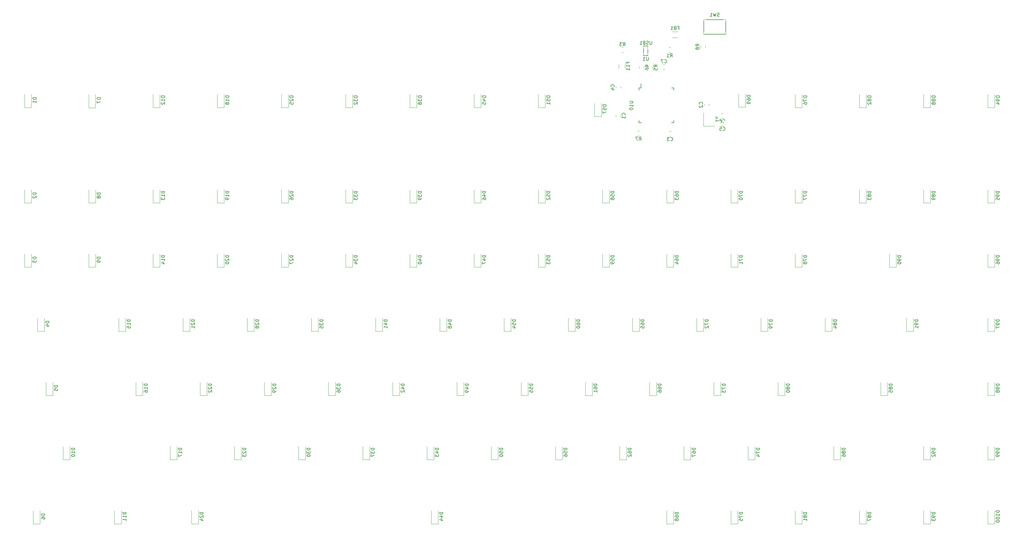
<source format=gbo>
G04 #@! TF.GenerationSoftware,KiCad,Pcbnew,(5.1.9)-1*
G04 #@! TF.CreationDate,2021-04-20T15:34:40+09:00*
G04 #@! TF.ProjectId,JupiterAdvanced,4a757069-7465-4724-9164-76616e636564,1*
G04 #@! TF.SameCoordinates,Original*
G04 #@! TF.FileFunction,Legend,Bot*
G04 #@! TF.FilePolarity,Positive*
%FSLAX46Y46*%
G04 Gerber Fmt 4.6, Leading zero omitted, Abs format (unit mm)*
G04 Created by KiCad (PCBNEW (5.1.9)-1) date 2021-04-20 15:34:40*
%MOMM*%
%LPD*%
G01*
G04 APERTURE LIST*
%ADD10C,0.120000*%
%ADD11C,0.200000*%
%ADD12C,0.150000*%
%ADD13R,0.700000X0.600000*%
%ADD14R,1.500000X0.550000*%
%ADD15R,0.550000X1.500000*%
%ADD16C,2.500000*%
%ADD17C,2.250000*%
%ADD18C,3.987800*%
%ADD19C,1.750000*%
%ADD20R,1.200000X1.400000*%
%ADD21R,0.600000X1.450000*%
%ADD22R,0.300000X1.450000*%
%ADD23C,0.650000*%
%ADD24O,1.000000X2.100000*%
%ADD25O,1.000000X1.600000*%
%ADD26R,0.700000X1.000000*%
%ADD27C,3.048000*%
%ADD28R,1.200000X0.900000*%
G04 APERTURE END LIST*
D10*
X272022742Y-86565000D02*
X270352258Y-86565000D01*
X272022742Y-88385000D02*
X270352258Y-88385000D01*
D11*
X286252920Y-83019900D02*
X286252920Y-87319900D01*
X286252920Y-87323820D02*
X279752920Y-87323820D01*
X279755600Y-83019900D02*
X279755600Y-87319900D01*
X286255600Y-83019900D02*
X279755600Y-83019900D01*
D12*
X261125000Y-103300000D02*
X261125000Y-102025000D01*
X260550000Y-113650000D02*
X260550000Y-112975000D01*
X270900000Y-113650000D02*
X270900000Y-112975000D01*
X270900000Y-103300000D02*
X270900000Y-103975000D01*
X260550000Y-103300000D02*
X260550000Y-103975000D01*
X270900000Y-103300000D02*
X270225000Y-103300000D01*
X270900000Y-113650000D02*
X270225000Y-113650000D01*
X260550000Y-113650000D02*
X261225000Y-113650000D01*
X260550000Y-103300000D02*
X261125000Y-103300000D01*
D10*
X262007420Y-97467158D02*
X262007420Y-96950002D01*
X260587420Y-97467158D02*
X260587420Y-96950002D01*
X264527100Y-97467158D02*
X264527100Y-96950002D01*
X263107100Y-97467158D02*
X263107100Y-96950002D01*
X279699100Y-114659520D02*
X279699100Y-110659520D01*
X282999100Y-114659520D02*
X279699100Y-114659520D01*
D12*
X263181860Y-93705340D02*
X261881860Y-93705340D01*
X263181860Y-90805340D02*
X263181860Y-93705340D01*
X261881860Y-90805340D02*
X263181860Y-90805340D01*
X261881860Y-90805340D02*
X261881860Y-93705340D01*
D10*
X280270020Y-90784942D02*
X280270020Y-91302098D01*
X278850020Y-90784942D02*
X278850020Y-91302098D01*
X260128922Y-116065000D02*
X260646078Y-116065000D01*
X260128922Y-117485000D02*
X260646078Y-117485000D01*
X255868698Y-92716420D02*
X255351542Y-92716420D01*
X255868698Y-91296420D02*
X255351542Y-91296420D01*
X269355042Y-91296420D02*
X269872198Y-91296420D01*
X269355042Y-92716420D02*
X269872198Y-92716420D01*
X254545420Y-97447184D02*
X254545420Y-96243056D01*
X256365420Y-97447184D02*
X256365420Y-96243056D01*
X366007120Y-232691620D02*
X366007120Y-228791620D01*
X364007120Y-232691620D02*
X364007120Y-228791620D01*
X366007120Y-232691620D02*
X364007120Y-232691620D01*
X366007120Y-213641620D02*
X366007120Y-209741620D01*
X364007120Y-213641620D02*
X364007120Y-209741620D01*
X366007120Y-213641620D02*
X364007120Y-213641620D01*
X366007120Y-194591620D02*
X366007120Y-190691620D01*
X364007120Y-194591620D02*
X364007120Y-190691620D01*
X366007120Y-194591620D02*
X364007120Y-194591620D01*
X366007120Y-175541620D02*
X366007120Y-171641620D01*
X364007120Y-175541620D02*
X364007120Y-171641620D01*
X366007120Y-175541620D02*
X364007120Y-175541620D01*
X366007120Y-156491620D02*
X366007120Y-152591620D01*
X364007120Y-156491620D02*
X364007120Y-152591620D01*
X366007120Y-156491620D02*
X364007120Y-156491620D01*
X366007120Y-137441620D02*
X366007120Y-133541620D01*
X364007120Y-137441620D02*
X364007120Y-133541620D01*
X366007120Y-137441620D02*
X364007120Y-137441620D01*
X366032520Y-109144820D02*
X366032520Y-105244820D01*
X364032520Y-109144820D02*
X364032520Y-105244820D01*
X366032520Y-109144820D02*
X364032520Y-109144820D01*
X346957120Y-232691620D02*
X346957120Y-228791620D01*
X344957120Y-232691620D02*
X344957120Y-228791620D01*
X346957120Y-232691620D02*
X344957120Y-232691620D01*
X346957120Y-213641620D02*
X346957120Y-209741620D01*
X344957120Y-213641620D02*
X344957120Y-209741620D01*
X346957120Y-213641620D02*
X344957120Y-213641620D01*
X341877120Y-175541620D02*
X341877120Y-171641620D01*
X339877120Y-175541620D02*
X339877120Y-171641620D01*
X341877120Y-175541620D02*
X339877120Y-175541620D01*
X336797120Y-156491620D02*
X336797120Y-152591620D01*
X334797120Y-156491620D02*
X334797120Y-152591620D01*
X336797120Y-156491620D02*
X334797120Y-156491620D01*
X346957120Y-137441620D02*
X346957120Y-133541620D01*
X344957120Y-137441620D02*
X344957120Y-133541620D01*
X346957120Y-137441620D02*
X344957120Y-137441620D01*
X346982520Y-109144820D02*
X346982520Y-105244820D01*
X344982520Y-109144820D02*
X344982520Y-105244820D01*
X346982520Y-109144820D02*
X344982520Y-109144820D01*
X327907120Y-232691620D02*
X327907120Y-228791620D01*
X325907120Y-232691620D02*
X325907120Y-228791620D01*
X327907120Y-232691620D02*
X325907120Y-232691620D01*
X320287120Y-213641620D02*
X320287120Y-209741620D01*
X318287120Y-213641620D02*
X318287120Y-209741620D01*
X320287120Y-213641620D02*
X318287120Y-213641620D01*
X334257120Y-194591620D02*
X334257120Y-190691620D01*
X332257120Y-194591620D02*
X332257120Y-190691620D01*
X334257120Y-194591620D02*
X332257120Y-194591620D01*
X317747120Y-175541620D02*
X317747120Y-171641620D01*
X315747120Y-175541620D02*
X315747120Y-171641620D01*
X317747120Y-175541620D02*
X315747120Y-175541620D01*
X327907120Y-137441620D02*
X327907120Y-133541620D01*
X325907120Y-137441620D02*
X325907120Y-133541620D01*
X327907120Y-137441620D02*
X325907120Y-137441620D01*
X327932520Y-109144820D02*
X327932520Y-105244820D01*
X325932520Y-109144820D02*
X325932520Y-105244820D01*
X327932520Y-109144820D02*
X325932520Y-109144820D01*
X308857120Y-232691620D02*
X308857120Y-228791620D01*
X306857120Y-232691620D02*
X306857120Y-228791620D01*
X308857120Y-232691620D02*
X306857120Y-232691620D01*
X303777120Y-194591620D02*
X303777120Y-190691620D01*
X301777120Y-194591620D02*
X301777120Y-190691620D01*
X303777120Y-194591620D02*
X301777120Y-194591620D01*
X298697120Y-175541620D02*
X298697120Y-171641620D01*
X296697120Y-175541620D02*
X296697120Y-171641620D01*
X298697120Y-175541620D02*
X296697120Y-175541620D01*
X308857120Y-156491620D02*
X308857120Y-152591620D01*
X306857120Y-156491620D02*
X306857120Y-152591620D01*
X308857120Y-156491620D02*
X306857120Y-156491620D01*
X308857120Y-137441620D02*
X308857120Y-133541620D01*
X306857120Y-137441620D02*
X306857120Y-133541620D01*
X308857120Y-137441620D02*
X306857120Y-137441620D01*
X308882520Y-109144820D02*
X308882520Y-105244820D01*
X306882520Y-109144820D02*
X306882520Y-105244820D01*
X308882520Y-109144820D02*
X306882520Y-109144820D01*
X289807120Y-232691620D02*
X289807120Y-228791620D01*
X287807120Y-232691620D02*
X287807120Y-228791620D01*
X289807120Y-232691620D02*
X287807120Y-232691620D01*
X294887120Y-213641620D02*
X294887120Y-209741620D01*
X292887120Y-213641620D02*
X292887120Y-209741620D01*
X294887120Y-213641620D02*
X292887120Y-213641620D01*
X284727120Y-194591620D02*
X284727120Y-190691620D01*
X282727120Y-194591620D02*
X282727120Y-190691620D01*
X284727120Y-194591620D02*
X282727120Y-194591620D01*
X279647120Y-175541620D02*
X279647120Y-171641620D01*
X277647120Y-175541620D02*
X277647120Y-171641620D01*
X279647120Y-175541620D02*
X277647120Y-175541620D01*
X289807120Y-156491620D02*
X289807120Y-152591620D01*
X287807120Y-156491620D02*
X287807120Y-152591620D01*
X289807120Y-156491620D02*
X287807120Y-156491620D01*
X289807120Y-137441620D02*
X289807120Y-133541620D01*
X287807120Y-137441620D02*
X287807120Y-133541620D01*
X289807120Y-137441620D02*
X287807120Y-137441620D01*
X292085020Y-108963020D02*
X292085020Y-105063020D01*
X290085020Y-108963020D02*
X290085020Y-105063020D01*
X292085020Y-108963020D02*
X290085020Y-108963020D01*
X270757120Y-232691620D02*
X270757120Y-228791620D01*
X268757120Y-232691620D02*
X268757120Y-228791620D01*
X270757120Y-232691620D02*
X268757120Y-232691620D01*
X275837120Y-213641620D02*
X275837120Y-209741620D01*
X273837120Y-213641620D02*
X273837120Y-209741620D01*
X275837120Y-213641620D02*
X273837120Y-213641620D01*
X265677120Y-194591620D02*
X265677120Y-190691620D01*
X263677120Y-194591620D02*
X263677120Y-190691620D01*
X265677120Y-194591620D02*
X263677120Y-194591620D01*
X260597120Y-175541620D02*
X260597120Y-171641620D01*
X258597120Y-175541620D02*
X258597120Y-171641620D01*
X260597120Y-175541620D02*
X258597120Y-175541620D01*
X270757120Y-156491620D02*
X270757120Y-152591620D01*
X268757120Y-156491620D02*
X268757120Y-152591620D01*
X270757120Y-156491620D02*
X268757120Y-156491620D01*
X270757120Y-137441620D02*
X270757120Y-133541620D01*
X268757120Y-137441620D02*
X268757120Y-133541620D01*
X270757120Y-137441620D02*
X268757120Y-137441620D01*
X256787120Y-213641620D02*
X256787120Y-209741620D01*
X254787120Y-213641620D02*
X254787120Y-209741620D01*
X256787120Y-213641620D02*
X254787120Y-213641620D01*
X246627120Y-194591620D02*
X246627120Y-190691620D01*
X244627120Y-194591620D02*
X244627120Y-190691620D01*
X246627120Y-194591620D02*
X244627120Y-194591620D01*
X241547120Y-175541620D02*
X241547120Y-171641620D01*
X239547120Y-175541620D02*
X239547120Y-171641620D01*
X241547120Y-175541620D02*
X239547120Y-175541620D01*
X251707120Y-156491620D02*
X251707120Y-152591620D01*
X249707120Y-156491620D02*
X249707120Y-152591620D01*
X251707120Y-156491620D02*
X249707120Y-156491620D01*
X251707120Y-137441620D02*
X251707120Y-133541620D01*
X249707120Y-137441620D02*
X249707120Y-133541620D01*
X251707120Y-137441620D02*
X249707120Y-137441620D01*
X249330720Y-111747860D02*
X249330720Y-107847860D01*
X247330720Y-111747860D02*
X247330720Y-107847860D01*
X249330720Y-111747860D02*
X247330720Y-111747860D01*
X237737120Y-213641620D02*
X237737120Y-209741620D01*
X235737120Y-213641620D02*
X235737120Y-209741620D01*
X237737120Y-213641620D02*
X235737120Y-213641620D01*
X227577120Y-194591620D02*
X227577120Y-190691620D01*
X225577120Y-194591620D02*
X225577120Y-190691620D01*
X227577120Y-194591620D02*
X225577120Y-194591620D01*
X222497120Y-175541620D02*
X222497120Y-171641620D01*
X220497120Y-175541620D02*
X220497120Y-171641620D01*
X222497120Y-175541620D02*
X220497120Y-175541620D01*
X232657120Y-156491620D02*
X232657120Y-152591620D01*
X230657120Y-156491620D02*
X230657120Y-152591620D01*
X232657120Y-156491620D02*
X230657120Y-156491620D01*
X232657120Y-137441620D02*
X232657120Y-133541620D01*
X230657120Y-137441620D02*
X230657120Y-133541620D01*
X232657120Y-137441620D02*
X230657120Y-137441620D01*
X232682520Y-109144820D02*
X232682520Y-105244820D01*
X230682520Y-109144820D02*
X230682520Y-105244820D01*
X232682520Y-109144820D02*
X230682520Y-109144820D01*
X218687120Y-213641620D02*
X218687120Y-209741620D01*
X216687120Y-213641620D02*
X216687120Y-209741620D01*
X218687120Y-213641620D02*
X216687120Y-213641620D01*
X208527120Y-194591620D02*
X208527120Y-190691620D01*
X206527120Y-194591620D02*
X206527120Y-190691620D01*
X208527120Y-194591620D02*
X206527120Y-194591620D01*
X203447120Y-175541620D02*
X203447120Y-171641620D01*
X201447120Y-175541620D02*
X201447120Y-171641620D01*
X203447120Y-175541620D02*
X201447120Y-175541620D01*
X213607120Y-156491620D02*
X213607120Y-152591620D01*
X211607120Y-156491620D02*
X211607120Y-152591620D01*
X213607120Y-156491620D02*
X211607120Y-156491620D01*
X213607120Y-137441620D02*
X213607120Y-133541620D01*
X211607120Y-137441620D02*
X211607120Y-133541620D01*
X213607120Y-137441620D02*
X211607120Y-137441620D01*
X213632520Y-109144820D02*
X213632520Y-105244820D01*
X211632520Y-109144820D02*
X211632520Y-105244820D01*
X213632520Y-109144820D02*
X211632520Y-109144820D01*
X200907120Y-232691620D02*
X200907120Y-228791620D01*
X198907120Y-232691620D02*
X198907120Y-228791620D01*
X200907120Y-232691620D02*
X198907120Y-232691620D01*
X199637120Y-213641620D02*
X199637120Y-209741620D01*
X197637120Y-213641620D02*
X197637120Y-209741620D01*
X199637120Y-213641620D02*
X197637120Y-213641620D01*
X189477120Y-194591620D02*
X189477120Y-190691620D01*
X187477120Y-194591620D02*
X187477120Y-190691620D01*
X189477120Y-194591620D02*
X187477120Y-194591620D01*
X184397120Y-175541620D02*
X184397120Y-171641620D01*
X182397120Y-175541620D02*
X182397120Y-171641620D01*
X184397120Y-175541620D02*
X182397120Y-175541620D01*
X194557120Y-156491620D02*
X194557120Y-152591620D01*
X192557120Y-156491620D02*
X192557120Y-152591620D01*
X194557120Y-156491620D02*
X192557120Y-156491620D01*
X194557120Y-137441620D02*
X194557120Y-133541620D01*
X192557120Y-137441620D02*
X192557120Y-133541620D01*
X194557120Y-137441620D02*
X192557120Y-137441620D01*
X194582520Y-109144820D02*
X194582520Y-105244820D01*
X192582520Y-109144820D02*
X192582520Y-105244820D01*
X194582520Y-109144820D02*
X192582520Y-109144820D01*
X180587120Y-213641620D02*
X180587120Y-209741620D01*
X178587120Y-213641620D02*
X178587120Y-209741620D01*
X180587120Y-213641620D02*
X178587120Y-213641620D01*
X170427120Y-194591620D02*
X170427120Y-190691620D01*
X168427120Y-194591620D02*
X168427120Y-190691620D01*
X170427120Y-194591620D02*
X168427120Y-194591620D01*
X165347120Y-175541620D02*
X165347120Y-171641620D01*
X163347120Y-175541620D02*
X163347120Y-171641620D01*
X165347120Y-175541620D02*
X163347120Y-175541620D01*
X175507120Y-156491620D02*
X175507120Y-152591620D01*
X173507120Y-156491620D02*
X173507120Y-152591620D01*
X175507120Y-156491620D02*
X173507120Y-156491620D01*
X175507120Y-137441620D02*
X175507120Y-133541620D01*
X173507120Y-137441620D02*
X173507120Y-133541620D01*
X175507120Y-137441620D02*
X173507120Y-137441620D01*
X175532520Y-109144820D02*
X175532520Y-105244820D01*
X173532520Y-109144820D02*
X173532520Y-105244820D01*
X175532520Y-109144820D02*
X173532520Y-109144820D01*
X161537120Y-213641620D02*
X161537120Y-209741620D01*
X159537120Y-213641620D02*
X159537120Y-209741620D01*
X161537120Y-213641620D02*
X159537120Y-213641620D01*
X151377120Y-194591620D02*
X151377120Y-190691620D01*
X149377120Y-194591620D02*
X149377120Y-190691620D01*
X151377120Y-194591620D02*
X149377120Y-194591620D01*
X146297120Y-175541620D02*
X146297120Y-171641620D01*
X144297120Y-175541620D02*
X144297120Y-171641620D01*
X146297120Y-175541620D02*
X144297120Y-175541620D01*
X156457120Y-156491620D02*
X156457120Y-152591620D01*
X154457120Y-156491620D02*
X154457120Y-152591620D01*
X156457120Y-156491620D02*
X154457120Y-156491620D01*
X156457120Y-137441620D02*
X156457120Y-133541620D01*
X154457120Y-137441620D02*
X154457120Y-133541620D01*
X156457120Y-137441620D02*
X154457120Y-137441620D01*
X156482520Y-109144820D02*
X156482520Y-105244820D01*
X154482520Y-109144820D02*
X154482520Y-105244820D01*
X156482520Y-109144820D02*
X154482520Y-109144820D01*
X129787120Y-232691620D02*
X129787120Y-228791620D01*
X127787120Y-232691620D02*
X127787120Y-228791620D01*
X129787120Y-232691620D02*
X127787120Y-232691620D01*
X142487120Y-213641620D02*
X142487120Y-209741620D01*
X140487120Y-213641620D02*
X140487120Y-209741620D01*
X142487120Y-213641620D02*
X140487120Y-213641620D01*
X132327120Y-194591620D02*
X132327120Y-190691620D01*
X130327120Y-194591620D02*
X130327120Y-190691620D01*
X132327120Y-194591620D02*
X130327120Y-194591620D01*
X127247120Y-175541620D02*
X127247120Y-171641620D01*
X125247120Y-175541620D02*
X125247120Y-171641620D01*
X127247120Y-175541620D02*
X125247120Y-175541620D01*
X137407120Y-156491620D02*
X137407120Y-152591620D01*
X135407120Y-156491620D02*
X135407120Y-152591620D01*
X137407120Y-156491620D02*
X135407120Y-156491620D01*
X137407120Y-137441620D02*
X137407120Y-133541620D01*
X135407120Y-137441620D02*
X135407120Y-133541620D01*
X137407120Y-137441620D02*
X135407120Y-137441620D01*
X137432520Y-109144820D02*
X137432520Y-105244820D01*
X135432520Y-109144820D02*
X135432520Y-105244820D01*
X137432520Y-109144820D02*
X135432520Y-109144820D01*
X123437120Y-213641620D02*
X123437120Y-209741620D01*
X121437120Y-213641620D02*
X121437120Y-209741620D01*
X123437120Y-213641620D02*
X121437120Y-213641620D01*
X113277120Y-194591620D02*
X113277120Y-190691620D01*
X111277120Y-194591620D02*
X111277120Y-190691620D01*
X113277120Y-194591620D02*
X111277120Y-194591620D01*
X108197120Y-175541620D02*
X108197120Y-171641620D01*
X106197120Y-175541620D02*
X106197120Y-171641620D01*
X108197120Y-175541620D02*
X106197120Y-175541620D01*
X118357120Y-156491620D02*
X118357120Y-152591620D01*
X116357120Y-156491620D02*
X116357120Y-152591620D01*
X118357120Y-156491620D02*
X116357120Y-156491620D01*
X118357120Y-137441620D02*
X118357120Y-133541620D01*
X116357120Y-137441620D02*
X116357120Y-133541620D01*
X118357120Y-137441620D02*
X116357120Y-137441620D01*
X118382520Y-109144820D02*
X118382520Y-105244820D01*
X116382520Y-109144820D02*
X116382520Y-105244820D01*
X118382520Y-109144820D02*
X116382520Y-109144820D01*
X106927120Y-232691620D02*
X106927120Y-228791620D01*
X104927120Y-232691620D02*
X104927120Y-228791620D01*
X106927120Y-232691620D02*
X104927120Y-232691620D01*
X91687120Y-213641620D02*
X91687120Y-209741620D01*
X89687120Y-213641620D02*
X89687120Y-209741620D01*
X91687120Y-213641620D02*
X89687120Y-213641620D01*
X99307120Y-156491620D02*
X99307120Y-152591620D01*
X97307120Y-156491620D02*
X97307120Y-152591620D01*
X99307120Y-156491620D02*
X97307120Y-156491620D01*
X99307120Y-137441620D02*
X99307120Y-133541620D01*
X97307120Y-137441620D02*
X97307120Y-133541620D01*
X99307120Y-137441620D02*
X97307120Y-137441620D01*
X99281720Y-109170220D02*
X99281720Y-105270220D01*
X97281720Y-109170220D02*
X97281720Y-105270220D01*
X99281720Y-109170220D02*
X97281720Y-109170220D01*
X82797120Y-232691620D02*
X82797120Y-228791620D01*
X80797120Y-232691620D02*
X80797120Y-228791620D01*
X82797120Y-232691620D02*
X80797120Y-232691620D01*
X86607120Y-194591620D02*
X86607120Y-190691620D01*
X84607120Y-194591620D02*
X84607120Y-190691620D01*
X86607120Y-194591620D02*
X84607120Y-194591620D01*
X84067120Y-175541620D02*
X84067120Y-171641620D01*
X82067120Y-175541620D02*
X82067120Y-171641620D01*
X84067120Y-175541620D02*
X82067120Y-175541620D01*
X80257120Y-156491620D02*
X80257120Y-152591620D01*
X78257120Y-156491620D02*
X78257120Y-152591620D01*
X80257120Y-156491620D02*
X78257120Y-156491620D01*
X80257120Y-137441620D02*
X80257120Y-133541620D01*
X78257120Y-137441620D02*
X78257120Y-133541620D01*
X80257120Y-137441620D02*
X78257120Y-137441620D01*
X80282520Y-109144820D02*
X80282520Y-105244820D01*
X78282520Y-109144820D02*
X78282520Y-105244820D01*
X80282520Y-109144820D02*
X78282520Y-109144820D01*
X268183578Y-97785000D02*
X267666422Y-97785000D01*
X268183578Y-96365000D02*
X267666422Y-96365000D01*
X284952942Y-110816320D02*
X285470098Y-110816320D01*
X284952942Y-112236320D02*
X285470098Y-112236320D01*
X284978342Y-113089620D02*
X285495498Y-113089620D01*
X284978342Y-114509620D02*
X285495498Y-114509620D01*
X255085920Y-102824542D02*
X255085920Y-103341698D01*
X253665920Y-102824542D02*
X253665920Y-103341698D01*
X269466422Y-116165000D02*
X269983578Y-116165000D01*
X269466422Y-117585000D02*
X269983578Y-117585000D01*
X281286020Y-108054642D02*
X281286020Y-108571798D01*
X279866020Y-108054642D02*
X279866020Y-108571798D01*
X253653220Y-111807998D02*
X253653220Y-111290842D01*
X255073220Y-111807998D02*
X255073220Y-111290842D01*
D12*
X272020833Y-85503571D02*
X272354166Y-85503571D01*
X272354166Y-86027380D02*
X272354166Y-85027380D01*
X271877976Y-85027380D01*
X271163690Y-85503571D02*
X271020833Y-85551190D01*
X270973214Y-85598809D01*
X270925595Y-85694047D01*
X270925595Y-85836904D01*
X270973214Y-85932142D01*
X271020833Y-85979761D01*
X271116071Y-86027380D01*
X271497023Y-86027380D01*
X271497023Y-85027380D01*
X271163690Y-85027380D01*
X271068452Y-85075000D01*
X271020833Y-85122619D01*
X270973214Y-85217857D01*
X270973214Y-85313095D01*
X271020833Y-85408333D01*
X271068452Y-85455952D01*
X271163690Y-85503571D01*
X271497023Y-85503571D01*
X269973214Y-86027380D02*
X270544642Y-86027380D01*
X270258928Y-86027380D02*
X270258928Y-85027380D01*
X270354166Y-85170238D01*
X270449404Y-85265476D01*
X270544642Y-85313095D01*
X284307113Y-82022581D02*
X284164256Y-82070200D01*
X283926160Y-82070200D01*
X283830922Y-82022581D01*
X283783303Y-81974962D01*
X283735684Y-81879724D01*
X283735684Y-81784486D01*
X283783303Y-81689248D01*
X283830922Y-81641629D01*
X283926160Y-81594010D01*
X284116637Y-81546391D01*
X284211875Y-81498772D01*
X284259494Y-81451153D01*
X284307113Y-81355915D01*
X284307113Y-81260677D01*
X284259494Y-81165439D01*
X284211875Y-81117820D01*
X284116637Y-81070200D01*
X283878541Y-81070200D01*
X283735684Y-81117820D01*
X283402351Y-81070200D02*
X283164256Y-82070200D01*
X282973780Y-81355915D01*
X282783303Y-82070200D01*
X282545208Y-81070200D01*
X281640446Y-82070200D02*
X282211875Y-82070200D01*
X281926160Y-82070200D02*
X281926160Y-81070200D01*
X282021399Y-81213058D01*
X282116637Y-81308296D01*
X282211875Y-81355915D01*
X257727380Y-107236904D02*
X258536904Y-107236904D01*
X258632142Y-107284523D01*
X258679761Y-107332142D01*
X258727380Y-107427380D01*
X258727380Y-107617857D01*
X258679761Y-107713095D01*
X258632142Y-107760714D01*
X258536904Y-107808333D01*
X257727380Y-107808333D01*
X258727380Y-108808333D02*
X258727380Y-108236904D01*
X258727380Y-108522619D02*
X257727380Y-108522619D01*
X257870238Y-108427380D01*
X257965476Y-108332142D01*
X258013095Y-108236904D01*
X257727380Y-109427380D02*
X257727380Y-109522619D01*
X257775000Y-109617857D01*
X257822619Y-109665476D01*
X257917857Y-109713095D01*
X258108333Y-109760714D01*
X258346428Y-109760714D01*
X258536904Y-109713095D01*
X258632142Y-109665476D01*
X258679761Y-109617857D01*
X258727380Y-109522619D01*
X258727380Y-109427380D01*
X258679761Y-109332142D01*
X258632142Y-109284523D01*
X258536904Y-109236904D01*
X258346428Y-109189285D01*
X258108333Y-109189285D01*
X257917857Y-109236904D01*
X257822619Y-109284523D01*
X257775000Y-109332142D01*
X257727380Y-109427380D01*
X263399800Y-97041913D02*
X262923610Y-96708580D01*
X263399800Y-96470484D02*
X262399800Y-96470484D01*
X262399800Y-96851437D01*
X262447420Y-96946675D01*
X262495039Y-96994294D01*
X262590277Y-97041913D01*
X262733134Y-97041913D01*
X262828372Y-96994294D01*
X262875991Y-96946675D01*
X262923610Y-96851437D01*
X262923610Y-96470484D01*
X262399800Y-97899056D02*
X262399800Y-97708580D01*
X262447420Y-97613341D01*
X262495039Y-97565722D01*
X262637896Y-97470484D01*
X262828372Y-97422865D01*
X263209324Y-97422865D01*
X263304562Y-97470484D01*
X263352181Y-97518103D01*
X263399800Y-97613341D01*
X263399800Y-97803818D01*
X263352181Y-97899056D01*
X263304562Y-97946675D01*
X263209324Y-97994294D01*
X262971229Y-97994294D01*
X262875991Y-97946675D01*
X262828372Y-97899056D01*
X262780753Y-97803818D01*
X262780753Y-97613341D01*
X262828372Y-97518103D01*
X262875991Y-97470484D01*
X262971229Y-97422865D01*
X265919480Y-97041913D02*
X265443290Y-96708580D01*
X265919480Y-96470484D02*
X264919480Y-96470484D01*
X264919480Y-96851437D01*
X264967100Y-96946675D01*
X265014719Y-96994294D01*
X265109957Y-97041913D01*
X265252814Y-97041913D01*
X265348052Y-96994294D01*
X265395671Y-96946675D01*
X265443290Y-96851437D01*
X265443290Y-96470484D01*
X264919480Y-97946675D02*
X264919480Y-97470484D01*
X265395671Y-97422865D01*
X265348052Y-97470484D01*
X265300433Y-97565722D01*
X265300433Y-97803818D01*
X265348052Y-97899056D01*
X265395671Y-97946675D01*
X265490909Y-97994294D01*
X265729004Y-97994294D01*
X265824242Y-97946675D01*
X265871861Y-97899056D01*
X265919480Y-97803818D01*
X265919480Y-97565722D01*
X265871861Y-97470484D01*
X265824242Y-97422865D01*
X283775290Y-112183329D02*
X284251480Y-112183329D01*
X283251480Y-111849996D02*
X283775290Y-112183329D01*
X283251480Y-112516662D01*
X284251480Y-113373805D02*
X284251480Y-112802377D01*
X284251480Y-113088091D02*
X283251480Y-113088091D01*
X283394338Y-112992853D01*
X283489576Y-112897615D01*
X283537195Y-112802377D01*
X264338335Y-89398360D02*
X264338335Y-90207884D01*
X264290716Y-90303122D01*
X264243097Y-90350741D01*
X264147859Y-90398360D01*
X263957382Y-90398360D01*
X263862144Y-90350741D01*
X263814525Y-90303122D01*
X263766906Y-90207884D01*
X263766906Y-89398360D01*
X263338335Y-90350741D02*
X263195478Y-90398360D01*
X262957382Y-90398360D01*
X262862144Y-90350741D01*
X262814525Y-90303122D01*
X262766906Y-90207884D01*
X262766906Y-90112646D01*
X262814525Y-90017408D01*
X262862144Y-89969789D01*
X262957382Y-89922170D01*
X263147859Y-89874551D01*
X263243097Y-89826932D01*
X263290716Y-89779313D01*
X263338335Y-89684075D01*
X263338335Y-89588837D01*
X263290716Y-89493599D01*
X263243097Y-89445980D01*
X263147859Y-89398360D01*
X262909763Y-89398360D01*
X262766906Y-89445980D01*
X262005001Y-89874551D02*
X261862144Y-89922170D01*
X261814525Y-89969789D01*
X261766906Y-90065027D01*
X261766906Y-90207884D01*
X261814525Y-90303122D01*
X261862144Y-90350741D01*
X261957382Y-90398360D01*
X262338335Y-90398360D01*
X262338335Y-89398360D01*
X262005001Y-89398360D01*
X261909763Y-89445980D01*
X261862144Y-89493599D01*
X261814525Y-89588837D01*
X261814525Y-89684075D01*
X261862144Y-89779313D01*
X261909763Y-89826932D01*
X262005001Y-89874551D01*
X262338335Y-89874551D01*
X260814525Y-90398360D02*
X261385954Y-90398360D01*
X261100240Y-90398360D02*
X261100240Y-89398360D01*
X261195478Y-89541218D01*
X261290716Y-89636456D01*
X261385954Y-89684075D01*
X263293764Y-94157720D02*
X263293764Y-94967244D01*
X263246145Y-95062482D01*
X263198526Y-95110101D01*
X263103288Y-95157720D01*
X262912812Y-95157720D01*
X262817574Y-95110101D01*
X262769955Y-95062482D01*
X262722336Y-94967244D01*
X262722336Y-94157720D01*
X261722336Y-95157720D02*
X262293764Y-95157720D01*
X262008050Y-95157720D02*
X262008050Y-94157720D01*
X262103288Y-94300578D01*
X262198526Y-94395816D01*
X262293764Y-94443435D01*
X278362400Y-90876853D02*
X277886210Y-90543520D01*
X278362400Y-90305424D02*
X277362400Y-90305424D01*
X277362400Y-90686377D01*
X277410020Y-90781615D01*
X277457639Y-90829234D01*
X277552877Y-90876853D01*
X277695734Y-90876853D01*
X277790972Y-90829234D01*
X277838591Y-90781615D01*
X277886210Y-90686377D01*
X277886210Y-90305424D01*
X277790972Y-91448281D02*
X277743353Y-91353043D01*
X277695734Y-91305424D01*
X277600496Y-91257805D01*
X277552877Y-91257805D01*
X277457639Y-91305424D01*
X277410020Y-91353043D01*
X277362400Y-91448281D01*
X277362400Y-91638758D01*
X277410020Y-91733996D01*
X277457639Y-91781615D01*
X277552877Y-91829234D01*
X277600496Y-91829234D01*
X277695734Y-91781615D01*
X277743353Y-91733996D01*
X277790972Y-91638758D01*
X277790972Y-91448281D01*
X277838591Y-91353043D01*
X277886210Y-91305424D01*
X277981448Y-91257805D01*
X278171924Y-91257805D01*
X278267162Y-91305424D01*
X278314781Y-91353043D01*
X278362400Y-91448281D01*
X278362400Y-91638758D01*
X278314781Y-91733996D01*
X278267162Y-91781615D01*
X278171924Y-91829234D01*
X277981448Y-91829234D01*
X277886210Y-91781615D01*
X277838591Y-91733996D01*
X277790972Y-91638758D01*
X260554166Y-118877380D02*
X260887500Y-118401190D01*
X261125595Y-118877380D02*
X261125595Y-117877380D01*
X260744642Y-117877380D01*
X260649404Y-117925000D01*
X260601785Y-117972619D01*
X260554166Y-118067857D01*
X260554166Y-118210714D01*
X260601785Y-118305952D01*
X260649404Y-118353571D01*
X260744642Y-118401190D01*
X261125595Y-118401190D01*
X260220833Y-117877380D02*
X259554166Y-117877380D01*
X259982738Y-118877380D01*
X255776786Y-90808800D02*
X256110120Y-90332610D01*
X256348215Y-90808800D02*
X256348215Y-89808800D01*
X255967262Y-89808800D01*
X255872024Y-89856420D01*
X255824405Y-89904039D01*
X255776786Y-89999277D01*
X255776786Y-90142134D01*
X255824405Y-90237372D01*
X255872024Y-90284991D01*
X255967262Y-90332610D01*
X256348215Y-90332610D01*
X255443453Y-89808800D02*
X254824405Y-89808800D01*
X255157739Y-90189753D01*
X255014881Y-90189753D01*
X254919643Y-90237372D01*
X254872024Y-90284991D01*
X254824405Y-90380229D01*
X254824405Y-90618324D01*
X254872024Y-90713562D01*
X254919643Y-90761181D01*
X255014881Y-90808800D01*
X255300596Y-90808800D01*
X255395834Y-90761181D01*
X255443453Y-90713562D01*
X269780286Y-94108800D02*
X270113620Y-93632610D01*
X270351715Y-94108800D02*
X270351715Y-93108800D01*
X269970762Y-93108800D01*
X269875524Y-93156420D01*
X269827905Y-93204039D01*
X269780286Y-93299277D01*
X269780286Y-93442134D01*
X269827905Y-93537372D01*
X269875524Y-93584991D01*
X269970762Y-93632610D01*
X270351715Y-93632610D01*
X268827905Y-94108800D02*
X269399334Y-94108800D01*
X269113620Y-94108800D02*
X269113620Y-93108800D01*
X269208858Y-93251658D01*
X269304096Y-93346896D01*
X269399334Y-93394515D01*
X257203991Y-96035596D02*
X257203991Y-95702262D01*
X257727800Y-95702262D02*
X256727800Y-95702262D01*
X256727800Y-96178453D01*
X257727800Y-97083215D02*
X257727800Y-96511786D01*
X257727800Y-96797500D02*
X256727800Y-96797500D01*
X256870658Y-96702262D01*
X256965896Y-96607024D01*
X257013515Y-96511786D01*
X257727800Y-98035596D02*
X257727800Y-97464167D01*
X257727800Y-97749881D02*
X256727800Y-97749881D01*
X256870658Y-97654643D01*
X256965896Y-97559405D01*
X257013515Y-97464167D01*
X367459500Y-228751143D02*
X366459500Y-228751143D01*
X366459500Y-228989239D01*
X366507120Y-229132096D01*
X366602358Y-229227334D01*
X366697596Y-229274953D01*
X366888072Y-229322572D01*
X367030929Y-229322572D01*
X367221405Y-229274953D01*
X367316643Y-229227334D01*
X367411881Y-229132096D01*
X367459500Y-228989239D01*
X367459500Y-228751143D01*
X367459500Y-230274953D02*
X367459500Y-229703524D01*
X367459500Y-229989239D02*
X366459500Y-229989239D01*
X366602358Y-229894000D01*
X366697596Y-229798762D01*
X366745215Y-229703524D01*
X366459500Y-230894000D02*
X366459500Y-230989239D01*
X366507120Y-231084477D01*
X366554739Y-231132096D01*
X366649977Y-231179715D01*
X366840453Y-231227334D01*
X367078548Y-231227334D01*
X367269024Y-231179715D01*
X367364262Y-231132096D01*
X367411881Y-231084477D01*
X367459500Y-230989239D01*
X367459500Y-230894000D01*
X367411881Y-230798762D01*
X367364262Y-230751143D01*
X367269024Y-230703524D01*
X367078548Y-230655905D01*
X366840453Y-230655905D01*
X366649977Y-230703524D01*
X366554739Y-230751143D01*
X366507120Y-230798762D01*
X366459500Y-230894000D01*
X366459500Y-231846381D02*
X366459500Y-231941620D01*
X366507120Y-232036858D01*
X366554739Y-232084477D01*
X366649977Y-232132096D01*
X366840453Y-232179715D01*
X367078548Y-232179715D01*
X367269024Y-232132096D01*
X367364262Y-232084477D01*
X367411881Y-232036858D01*
X367459500Y-231941620D01*
X367459500Y-231846381D01*
X367411881Y-231751143D01*
X367364262Y-231703524D01*
X367269024Y-231655905D01*
X367078548Y-231608286D01*
X366840453Y-231608286D01*
X366649977Y-231655905D01*
X366554739Y-231703524D01*
X366507120Y-231751143D01*
X366459500Y-231846381D01*
X367459500Y-210177334D02*
X366459500Y-210177334D01*
X366459500Y-210415429D01*
X366507120Y-210558286D01*
X366602358Y-210653524D01*
X366697596Y-210701143D01*
X366888072Y-210748762D01*
X367030929Y-210748762D01*
X367221405Y-210701143D01*
X367316643Y-210653524D01*
X367411881Y-210558286D01*
X367459500Y-210415429D01*
X367459500Y-210177334D01*
X367459500Y-211224953D02*
X367459500Y-211415429D01*
X367411881Y-211510667D01*
X367364262Y-211558286D01*
X367221405Y-211653524D01*
X367030929Y-211701143D01*
X366649977Y-211701143D01*
X366554739Y-211653524D01*
X366507120Y-211605905D01*
X366459500Y-211510667D01*
X366459500Y-211320191D01*
X366507120Y-211224953D01*
X366554739Y-211177334D01*
X366649977Y-211129715D01*
X366888072Y-211129715D01*
X366983310Y-211177334D01*
X367030929Y-211224953D01*
X367078548Y-211320191D01*
X367078548Y-211510667D01*
X367030929Y-211605905D01*
X366983310Y-211653524D01*
X366888072Y-211701143D01*
X367459500Y-212177334D02*
X367459500Y-212367810D01*
X367411881Y-212463048D01*
X367364262Y-212510667D01*
X367221405Y-212605905D01*
X367030929Y-212653524D01*
X366649977Y-212653524D01*
X366554739Y-212605905D01*
X366507120Y-212558286D01*
X366459500Y-212463048D01*
X366459500Y-212272572D01*
X366507120Y-212177334D01*
X366554739Y-212129715D01*
X366649977Y-212082096D01*
X366888072Y-212082096D01*
X366983310Y-212129715D01*
X367030929Y-212177334D01*
X367078548Y-212272572D01*
X367078548Y-212463048D01*
X367030929Y-212558286D01*
X366983310Y-212605905D01*
X366888072Y-212653524D01*
X367459500Y-191127334D02*
X366459500Y-191127334D01*
X366459500Y-191365429D01*
X366507120Y-191508286D01*
X366602358Y-191603524D01*
X366697596Y-191651143D01*
X366888072Y-191698762D01*
X367030929Y-191698762D01*
X367221405Y-191651143D01*
X367316643Y-191603524D01*
X367411881Y-191508286D01*
X367459500Y-191365429D01*
X367459500Y-191127334D01*
X367459500Y-192174953D02*
X367459500Y-192365429D01*
X367411881Y-192460667D01*
X367364262Y-192508286D01*
X367221405Y-192603524D01*
X367030929Y-192651143D01*
X366649977Y-192651143D01*
X366554739Y-192603524D01*
X366507120Y-192555905D01*
X366459500Y-192460667D01*
X366459500Y-192270191D01*
X366507120Y-192174953D01*
X366554739Y-192127334D01*
X366649977Y-192079715D01*
X366888072Y-192079715D01*
X366983310Y-192127334D01*
X367030929Y-192174953D01*
X367078548Y-192270191D01*
X367078548Y-192460667D01*
X367030929Y-192555905D01*
X366983310Y-192603524D01*
X366888072Y-192651143D01*
X366888072Y-193222572D02*
X366840453Y-193127334D01*
X366792834Y-193079715D01*
X366697596Y-193032096D01*
X366649977Y-193032096D01*
X366554739Y-193079715D01*
X366507120Y-193127334D01*
X366459500Y-193222572D01*
X366459500Y-193413048D01*
X366507120Y-193508286D01*
X366554739Y-193555905D01*
X366649977Y-193603524D01*
X366697596Y-193603524D01*
X366792834Y-193555905D01*
X366840453Y-193508286D01*
X366888072Y-193413048D01*
X366888072Y-193222572D01*
X366935691Y-193127334D01*
X366983310Y-193079715D01*
X367078548Y-193032096D01*
X367269024Y-193032096D01*
X367364262Y-193079715D01*
X367411881Y-193127334D01*
X367459500Y-193222572D01*
X367459500Y-193413048D01*
X367411881Y-193508286D01*
X367364262Y-193555905D01*
X367269024Y-193603524D01*
X367078548Y-193603524D01*
X366983310Y-193555905D01*
X366935691Y-193508286D01*
X366888072Y-193413048D01*
X367459500Y-172077334D02*
X366459500Y-172077334D01*
X366459500Y-172315429D01*
X366507120Y-172458286D01*
X366602358Y-172553524D01*
X366697596Y-172601143D01*
X366888072Y-172648762D01*
X367030929Y-172648762D01*
X367221405Y-172601143D01*
X367316643Y-172553524D01*
X367411881Y-172458286D01*
X367459500Y-172315429D01*
X367459500Y-172077334D01*
X367459500Y-173124953D02*
X367459500Y-173315429D01*
X367411881Y-173410667D01*
X367364262Y-173458286D01*
X367221405Y-173553524D01*
X367030929Y-173601143D01*
X366649977Y-173601143D01*
X366554739Y-173553524D01*
X366507120Y-173505905D01*
X366459500Y-173410667D01*
X366459500Y-173220191D01*
X366507120Y-173124953D01*
X366554739Y-173077334D01*
X366649977Y-173029715D01*
X366888072Y-173029715D01*
X366983310Y-173077334D01*
X367030929Y-173124953D01*
X367078548Y-173220191D01*
X367078548Y-173410667D01*
X367030929Y-173505905D01*
X366983310Y-173553524D01*
X366888072Y-173601143D01*
X366459500Y-173934477D02*
X366459500Y-174601143D01*
X367459500Y-174172572D01*
X367459500Y-153027334D02*
X366459500Y-153027334D01*
X366459500Y-153265429D01*
X366507120Y-153408286D01*
X366602358Y-153503524D01*
X366697596Y-153551143D01*
X366888072Y-153598762D01*
X367030929Y-153598762D01*
X367221405Y-153551143D01*
X367316643Y-153503524D01*
X367411881Y-153408286D01*
X367459500Y-153265429D01*
X367459500Y-153027334D01*
X367459500Y-154074953D02*
X367459500Y-154265429D01*
X367411881Y-154360667D01*
X367364262Y-154408286D01*
X367221405Y-154503524D01*
X367030929Y-154551143D01*
X366649977Y-154551143D01*
X366554739Y-154503524D01*
X366507120Y-154455905D01*
X366459500Y-154360667D01*
X366459500Y-154170191D01*
X366507120Y-154074953D01*
X366554739Y-154027334D01*
X366649977Y-153979715D01*
X366888072Y-153979715D01*
X366983310Y-154027334D01*
X367030929Y-154074953D01*
X367078548Y-154170191D01*
X367078548Y-154360667D01*
X367030929Y-154455905D01*
X366983310Y-154503524D01*
X366888072Y-154551143D01*
X366459500Y-155408286D02*
X366459500Y-155217810D01*
X366507120Y-155122572D01*
X366554739Y-155074953D01*
X366697596Y-154979715D01*
X366888072Y-154932096D01*
X367269024Y-154932096D01*
X367364262Y-154979715D01*
X367411881Y-155027334D01*
X367459500Y-155122572D01*
X367459500Y-155313048D01*
X367411881Y-155408286D01*
X367364262Y-155455905D01*
X367269024Y-155503524D01*
X367030929Y-155503524D01*
X366935691Y-155455905D01*
X366888072Y-155408286D01*
X366840453Y-155313048D01*
X366840453Y-155122572D01*
X366888072Y-155027334D01*
X366935691Y-154979715D01*
X367030929Y-154932096D01*
X367459500Y-133977334D02*
X366459500Y-133977334D01*
X366459500Y-134215429D01*
X366507120Y-134358286D01*
X366602358Y-134453524D01*
X366697596Y-134501143D01*
X366888072Y-134548762D01*
X367030929Y-134548762D01*
X367221405Y-134501143D01*
X367316643Y-134453524D01*
X367411881Y-134358286D01*
X367459500Y-134215429D01*
X367459500Y-133977334D01*
X367459500Y-135024953D02*
X367459500Y-135215429D01*
X367411881Y-135310667D01*
X367364262Y-135358286D01*
X367221405Y-135453524D01*
X367030929Y-135501143D01*
X366649977Y-135501143D01*
X366554739Y-135453524D01*
X366507120Y-135405905D01*
X366459500Y-135310667D01*
X366459500Y-135120191D01*
X366507120Y-135024953D01*
X366554739Y-134977334D01*
X366649977Y-134929715D01*
X366888072Y-134929715D01*
X366983310Y-134977334D01*
X367030929Y-135024953D01*
X367078548Y-135120191D01*
X367078548Y-135310667D01*
X367030929Y-135405905D01*
X366983310Y-135453524D01*
X366888072Y-135501143D01*
X366459500Y-136405905D02*
X366459500Y-135929715D01*
X366935691Y-135882096D01*
X366888072Y-135929715D01*
X366840453Y-136024953D01*
X366840453Y-136263048D01*
X366888072Y-136358286D01*
X366935691Y-136405905D01*
X367030929Y-136453524D01*
X367269024Y-136453524D01*
X367364262Y-136405905D01*
X367411881Y-136358286D01*
X367459500Y-136263048D01*
X367459500Y-136024953D01*
X367411881Y-135929715D01*
X367364262Y-135882096D01*
X367484900Y-105680534D02*
X366484900Y-105680534D01*
X366484900Y-105918629D01*
X366532520Y-106061486D01*
X366627758Y-106156724D01*
X366722996Y-106204343D01*
X366913472Y-106251962D01*
X367056329Y-106251962D01*
X367246805Y-106204343D01*
X367342043Y-106156724D01*
X367437281Y-106061486D01*
X367484900Y-105918629D01*
X367484900Y-105680534D01*
X367484900Y-106728153D02*
X367484900Y-106918629D01*
X367437281Y-107013867D01*
X367389662Y-107061486D01*
X367246805Y-107156724D01*
X367056329Y-107204343D01*
X366675377Y-107204343D01*
X366580139Y-107156724D01*
X366532520Y-107109105D01*
X366484900Y-107013867D01*
X366484900Y-106823391D01*
X366532520Y-106728153D01*
X366580139Y-106680534D01*
X366675377Y-106632915D01*
X366913472Y-106632915D01*
X367008710Y-106680534D01*
X367056329Y-106728153D01*
X367103948Y-106823391D01*
X367103948Y-107013867D01*
X367056329Y-107109105D01*
X367008710Y-107156724D01*
X366913472Y-107204343D01*
X366818234Y-108061486D02*
X367484900Y-108061486D01*
X366437281Y-107823391D02*
X367151567Y-107585296D01*
X367151567Y-108204343D01*
X348409500Y-229227334D02*
X347409500Y-229227334D01*
X347409500Y-229465429D01*
X347457120Y-229608286D01*
X347552358Y-229703524D01*
X347647596Y-229751143D01*
X347838072Y-229798762D01*
X347980929Y-229798762D01*
X348171405Y-229751143D01*
X348266643Y-229703524D01*
X348361881Y-229608286D01*
X348409500Y-229465429D01*
X348409500Y-229227334D01*
X348409500Y-230274953D02*
X348409500Y-230465429D01*
X348361881Y-230560667D01*
X348314262Y-230608286D01*
X348171405Y-230703524D01*
X347980929Y-230751143D01*
X347599977Y-230751143D01*
X347504739Y-230703524D01*
X347457120Y-230655905D01*
X347409500Y-230560667D01*
X347409500Y-230370191D01*
X347457120Y-230274953D01*
X347504739Y-230227334D01*
X347599977Y-230179715D01*
X347838072Y-230179715D01*
X347933310Y-230227334D01*
X347980929Y-230274953D01*
X348028548Y-230370191D01*
X348028548Y-230560667D01*
X347980929Y-230655905D01*
X347933310Y-230703524D01*
X347838072Y-230751143D01*
X347409500Y-231084477D02*
X347409500Y-231703524D01*
X347790453Y-231370191D01*
X347790453Y-231513048D01*
X347838072Y-231608286D01*
X347885691Y-231655905D01*
X347980929Y-231703524D01*
X348219024Y-231703524D01*
X348314262Y-231655905D01*
X348361881Y-231608286D01*
X348409500Y-231513048D01*
X348409500Y-231227334D01*
X348361881Y-231132096D01*
X348314262Y-231084477D01*
X348409500Y-210177334D02*
X347409500Y-210177334D01*
X347409500Y-210415429D01*
X347457120Y-210558286D01*
X347552358Y-210653524D01*
X347647596Y-210701143D01*
X347838072Y-210748762D01*
X347980929Y-210748762D01*
X348171405Y-210701143D01*
X348266643Y-210653524D01*
X348361881Y-210558286D01*
X348409500Y-210415429D01*
X348409500Y-210177334D01*
X348409500Y-211224953D02*
X348409500Y-211415429D01*
X348361881Y-211510667D01*
X348314262Y-211558286D01*
X348171405Y-211653524D01*
X347980929Y-211701143D01*
X347599977Y-211701143D01*
X347504739Y-211653524D01*
X347457120Y-211605905D01*
X347409500Y-211510667D01*
X347409500Y-211320191D01*
X347457120Y-211224953D01*
X347504739Y-211177334D01*
X347599977Y-211129715D01*
X347838072Y-211129715D01*
X347933310Y-211177334D01*
X347980929Y-211224953D01*
X348028548Y-211320191D01*
X348028548Y-211510667D01*
X347980929Y-211605905D01*
X347933310Y-211653524D01*
X347838072Y-211701143D01*
X347504739Y-212082096D02*
X347457120Y-212129715D01*
X347409500Y-212224953D01*
X347409500Y-212463048D01*
X347457120Y-212558286D01*
X347504739Y-212605905D01*
X347599977Y-212653524D01*
X347695215Y-212653524D01*
X347838072Y-212605905D01*
X348409500Y-212034477D01*
X348409500Y-212653524D01*
X343329500Y-172077334D02*
X342329500Y-172077334D01*
X342329500Y-172315429D01*
X342377120Y-172458286D01*
X342472358Y-172553524D01*
X342567596Y-172601143D01*
X342758072Y-172648762D01*
X342900929Y-172648762D01*
X343091405Y-172601143D01*
X343186643Y-172553524D01*
X343281881Y-172458286D01*
X343329500Y-172315429D01*
X343329500Y-172077334D01*
X343329500Y-173124953D02*
X343329500Y-173315429D01*
X343281881Y-173410667D01*
X343234262Y-173458286D01*
X343091405Y-173553524D01*
X342900929Y-173601143D01*
X342519977Y-173601143D01*
X342424739Y-173553524D01*
X342377120Y-173505905D01*
X342329500Y-173410667D01*
X342329500Y-173220191D01*
X342377120Y-173124953D01*
X342424739Y-173077334D01*
X342519977Y-173029715D01*
X342758072Y-173029715D01*
X342853310Y-173077334D01*
X342900929Y-173124953D01*
X342948548Y-173220191D01*
X342948548Y-173410667D01*
X342900929Y-173505905D01*
X342853310Y-173553524D01*
X342758072Y-173601143D01*
X343329500Y-174553524D02*
X343329500Y-173982096D01*
X343329500Y-174267810D02*
X342329500Y-174267810D01*
X342472358Y-174172572D01*
X342567596Y-174077334D01*
X342615215Y-173982096D01*
X338249500Y-153027334D02*
X337249500Y-153027334D01*
X337249500Y-153265429D01*
X337297120Y-153408286D01*
X337392358Y-153503524D01*
X337487596Y-153551143D01*
X337678072Y-153598762D01*
X337820929Y-153598762D01*
X338011405Y-153551143D01*
X338106643Y-153503524D01*
X338201881Y-153408286D01*
X338249500Y-153265429D01*
X338249500Y-153027334D01*
X338249500Y-154074953D02*
X338249500Y-154265429D01*
X338201881Y-154360667D01*
X338154262Y-154408286D01*
X338011405Y-154503524D01*
X337820929Y-154551143D01*
X337439977Y-154551143D01*
X337344739Y-154503524D01*
X337297120Y-154455905D01*
X337249500Y-154360667D01*
X337249500Y-154170191D01*
X337297120Y-154074953D01*
X337344739Y-154027334D01*
X337439977Y-153979715D01*
X337678072Y-153979715D01*
X337773310Y-154027334D01*
X337820929Y-154074953D01*
X337868548Y-154170191D01*
X337868548Y-154360667D01*
X337820929Y-154455905D01*
X337773310Y-154503524D01*
X337678072Y-154551143D01*
X337249500Y-155170191D02*
X337249500Y-155265429D01*
X337297120Y-155360667D01*
X337344739Y-155408286D01*
X337439977Y-155455905D01*
X337630453Y-155503524D01*
X337868548Y-155503524D01*
X338059024Y-155455905D01*
X338154262Y-155408286D01*
X338201881Y-155360667D01*
X338249500Y-155265429D01*
X338249500Y-155170191D01*
X338201881Y-155074953D01*
X338154262Y-155027334D01*
X338059024Y-154979715D01*
X337868548Y-154932096D01*
X337630453Y-154932096D01*
X337439977Y-154979715D01*
X337344739Y-155027334D01*
X337297120Y-155074953D01*
X337249500Y-155170191D01*
X348409500Y-133977334D02*
X347409500Y-133977334D01*
X347409500Y-134215429D01*
X347457120Y-134358286D01*
X347552358Y-134453524D01*
X347647596Y-134501143D01*
X347838072Y-134548762D01*
X347980929Y-134548762D01*
X348171405Y-134501143D01*
X348266643Y-134453524D01*
X348361881Y-134358286D01*
X348409500Y-134215429D01*
X348409500Y-133977334D01*
X347838072Y-135120191D02*
X347790453Y-135024953D01*
X347742834Y-134977334D01*
X347647596Y-134929715D01*
X347599977Y-134929715D01*
X347504739Y-134977334D01*
X347457120Y-135024953D01*
X347409500Y-135120191D01*
X347409500Y-135310667D01*
X347457120Y-135405905D01*
X347504739Y-135453524D01*
X347599977Y-135501143D01*
X347647596Y-135501143D01*
X347742834Y-135453524D01*
X347790453Y-135405905D01*
X347838072Y-135310667D01*
X347838072Y-135120191D01*
X347885691Y-135024953D01*
X347933310Y-134977334D01*
X348028548Y-134929715D01*
X348219024Y-134929715D01*
X348314262Y-134977334D01*
X348361881Y-135024953D01*
X348409500Y-135120191D01*
X348409500Y-135310667D01*
X348361881Y-135405905D01*
X348314262Y-135453524D01*
X348219024Y-135501143D01*
X348028548Y-135501143D01*
X347933310Y-135453524D01*
X347885691Y-135405905D01*
X347838072Y-135310667D01*
X348409500Y-135977334D02*
X348409500Y-136167810D01*
X348361881Y-136263048D01*
X348314262Y-136310667D01*
X348171405Y-136405905D01*
X347980929Y-136453524D01*
X347599977Y-136453524D01*
X347504739Y-136405905D01*
X347457120Y-136358286D01*
X347409500Y-136263048D01*
X347409500Y-136072572D01*
X347457120Y-135977334D01*
X347504739Y-135929715D01*
X347599977Y-135882096D01*
X347838072Y-135882096D01*
X347933310Y-135929715D01*
X347980929Y-135977334D01*
X348028548Y-136072572D01*
X348028548Y-136263048D01*
X347980929Y-136358286D01*
X347933310Y-136405905D01*
X347838072Y-136453524D01*
X348434900Y-105680534D02*
X347434900Y-105680534D01*
X347434900Y-105918629D01*
X347482520Y-106061486D01*
X347577758Y-106156724D01*
X347672996Y-106204343D01*
X347863472Y-106251962D01*
X348006329Y-106251962D01*
X348196805Y-106204343D01*
X348292043Y-106156724D01*
X348387281Y-106061486D01*
X348434900Y-105918629D01*
X348434900Y-105680534D01*
X347863472Y-106823391D02*
X347815853Y-106728153D01*
X347768234Y-106680534D01*
X347672996Y-106632915D01*
X347625377Y-106632915D01*
X347530139Y-106680534D01*
X347482520Y-106728153D01*
X347434900Y-106823391D01*
X347434900Y-107013867D01*
X347482520Y-107109105D01*
X347530139Y-107156724D01*
X347625377Y-107204343D01*
X347672996Y-107204343D01*
X347768234Y-107156724D01*
X347815853Y-107109105D01*
X347863472Y-107013867D01*
X347863472Y-106823391D01*
X347911091Y-106728153D01*
X347958710Y-106680534D01*
X348053948Y-106632915D01*
X348244424Y-106632915D01*
X348339662Y-106680534D01*
X348387281Y-106728153D01*
X348434900Y-106823391D01*
X348434900Y-107013867D01*
X348387281Y-107109105D01*
X348339662Y-107156724D01*
X348244424Y-107204343D01*
X348053948Y-107204343D01*
X347958710Y-107156724D01*
X347911091Y-107109105D01*
X347863472Y-107013867D01*
X347863472Y-107775772D02*
X347815853Y-107680534D01*
X347768234Y-107632915D01*
X347672996Y-107585296D01*
X347625377Y-107585296D01*
X347530139Y-107632915D01*
X347482520Y-107680534D01*
X347434900Y-107775772D01*
X347434900Y-107966248D01*
X347482520Y-108061486D01*
X347530139Y-108109105D01*
X347625377Y-108156724D01*
X347672996Y-108156724D01*
X347768234Y-108109105D01*
X347815853Y-108061486D01*
X347863472Y-107966248D01*
X347863472Y-107775772D01*
X347911091Y-107680534D01*
X347958710Y-107632915D01*
X348053948Y-107585296D01*
X348244424Y-107585296D01*
X348339662Y-107632915D01*
X348387281Y-107680534D01*
X348434900Y-107775772D01*
X348434900Y-107966248D01*
X348387281Y-108061486D01*
X348339662Y-108109105D01*
X348244424Y-108156724D01*
X348053948Y-108156724D01*
X347958710Y-108109105D01*
X347911091Y-108061486D01*
X347863472Y-107966248D01*
X329359500Y-229227334D02*
X328359500Y-229227334D01*
X328359500Y-229465429D01*
X328407120Y-229608286D01*
X328502358Y-229703524D01*
X328597596Y-229751143D01*
X328788072Y-229798762D01*
X328930929Y-229798762D01*
X329121405Y-229751143D01*
X329216643Y-229703524D01*
X329311881Y-229608286D01*
X329359500Y-229465429D01*
X329359500Y-229227334D01*
X328788072Y-230370191D02*
X328740453Y-230274953D01*
X328692834Y-230227334D01*
X328597596Y-230179715D01*
X328549977Y-230179715D01*
X328454739Y-230227334D01*
X328407120Y-230274953D01*
X328359500Y-230370191D01*
X328359500Y-230560667D01*
X328407120Y-230655905D01*
X328454739Y-230703524D01*
X328549977Y-230751143D01*
X328597596Y-230751143D01*
X328692834Y-230703524D01*
X328740453Y-230655905D01*
X328788072Y-230560667D01*
X328788072Y-230370191D01*
X328835691Y-230274953D01*
X328883310Y-230227334D01*
X328978548Y-230179715D01*
X329169024Y-230179715D01*
X329264262Y-230227334D01*
X329311881Y-230274953D01*
X329359500Y-230370191D01*
X329359500Y-230560667D01*
X329311881Y-230655905D01*
X329264262Y-230703524D01*
X329169024Y-230751143D01*
X328978548Y-230751143D01*
X328883310Y-230703524D01*
X328835691Y-230655905D01*
X328788072Y-230560667D01*
X328359500Y-231084477D02*
X328359500Y-231751143D01*
X329359500Y-231322572D01*
X321739500Y-210177334D02*
X320739500Y-210177334D01*
X320739500Y-210415429D01*
X320787120Y-210558286D01*
X320882358Y-210653524D01*
X320977596Y-210701143D01*
X321168072Y-210748762D01*
X321310929Y-210748762D01*
X321501405Y-210701143D01*
X321596643Y-210653524D01*
X321691881Y-210558286D01*
X321739500Y-210415429D01*
X321739500Y-210177334D01*
X321168072Y-211320191D02*
X321120453Y-211224953D01*
X321072834Y-211177334D01*
X320977596Y-211129715D01*
X320929977Y-211129715D01*
X320834739Y-211177334D01*
X320787120Y-211224953D01*
X320739500Y-211320191D01*
X320739500Y-211510667D01*
X320787120Y-211605905D01*
X320834739Y-211653524D01*
X320929977Y-211701143D01*
X320977596Y-211701143D01*
X321072834Y-211653524D01*
X321120453Y-211605905D01*
X321168072Y-211510667D01*
X321168072Y-211320191D01*
X321215691Y-211224953D01*
X321263310Y-211177334D01*
X321358548Y-211129715D01*
X321549024Y-211129715D01*
X321644262Y-211177334D01*
X321691881Y-211224953D01*
X321739500Y-211320191D01*
X321739500Y-211510667D01*
X321691881Y-211605905D01*
X321644262Y-211653524D01*
X321549024Y-211701143D01*
X321358548Y-211701143D01*
X321263310Y-211653524D01*
X321215691Y-211605905D01*
X321168072Y-211510667D01*
X320739500Y-212558286D02*
X320739500Y-212367810D01*
X320787120Y-212272572D01*
X320834739Y-212224953D01*
X320977596Y-212129715D01*
X321168072Y-212082096D01*
X321549024Y-212082096D01*
X321644262Y-212129715D01*
X321691881Y-212177334D01*
X321739500Y-212272572D01*
X321739500Y-212463048D01*
X321691881Y-212558286D01*
X321644262Y-212605905D01*
X321549024Y-212653524D01*
X321310929Y-212653524D01*
X321215691Y-212605905D01*
X321168072Y-212558286D01*
X321120453Y-212463048D01*
X321120453Y-212272572D01*
X321168072Y-212177334D01*
X321215691Y-212129715D01*
X321310929Y-212082096D01*
X335709500Y-191127334D02*
X334709500Y-191127334D01*
X334709500Y-191365429D01*
X334757120Y-191508286D01*
X334852358Y-191603524D01*
X334947596Y-191651143D01*
X335138072Y-191698762D01*
X335280929Y-191698762D01*
X335471405Y-191651143D01*
X335566643Y-191603524D01*
X335661881Y-191508286D01*
X335709500Y-191365429D01*
X335709500Y-191127334D01*
X335138072Y-192270191D02*
X335090453Y-192174953D01*
X335042834Y-192127334D01*
X334947596Y-192079715D01*
X334899977Y-192079715D01*
X334804739Y-192127334D01*
X334757120Y-192174953D01*
X334709500Y-192270191D01*
X334709500Y-192460667D01*
X334757120Y-192555905D01*
X334804739Y-192603524D01*
X334899977Y-192651143D01*
X334947596Y-192651143D01*
X335042834Y-192603524D01*
X335090453Y-192555905D01*
X335138072Y-192460667D01*
X335138072Y-192270191D01*
X335185691Y-192174953D01*
X335233310Y-192127334D01*
X335328548Y-192079715D01*
X335519024Y-192079715D01*
X335614262Y-192127334D01*
X335661881Y-192174953D01*
X335709500Y-192270191D01*
X335709500Y-192460667D01*
X335661881Y-192555905D01*
X335614262Y-192603524D01*
X335519024Y-192651143D01*
X335328548Y-192651143D01*
X335233310Y-192603524D01*
X335185691Y-192555905D01*
X335138072Y-192460667D01*
X334709500Y-193555905D02*
X334709500Y-193079715D01*
X335185691Y-193032096D01*
X335138072Y-193079715D01*
X335090453Y-193174953D01*
X335090453Y-193413048D01*
X335138072Y-193508286D01*
X335185691Y-193555905D01*
X335280929Y-193603524D01*
X335519024Y-193603524D01*
X335614262Y-193555905D01*
X335661881Y-193508286D01*
X335709500Y-193413048D01*
X335709500Y-193174953D01*
X335661881Y-193079715D01*
X335614262Y-193032096D01*
X319199500Y-172077334D02*
X318199500Y-172077334D01*
X318199500Y-172315429D01*
X318247120Y-172458286D01*
X318342358Y-172553524D01*
X318437596Y-172601143D01*
X318628072Y-172648762D01*
X318770929Y-172648762D01*
X318961405Y-172601143D01*
X319056643Y-172553524D01*
X319151881Y-172458286D01*
X319199500Y-172315429D01*
X319199500Y-172077334D01*
X318628072Y-173220191D02*
X318580453Y-173124953D01*
X318532834Y-173077334D01*
X318437596Y-173029715D01*
X318389977Y-173029715D01*
X318294739Y-173077334D01*
X318247120Y-173124953D01*
X318199500Y-173220191D01*
X318199500Y-173410667D01*
X318247120Y-173505905D01*
X318294739Y-173553524D01*
X318389977Y-173601143D01*
X318437596Y-173601143D01*
X318532834Y-173553524D01*
X318580453Y-173505905D01*
X318628072Y-173410667D01*
X318628072Y-173220191D01*
X318675691Y-173124953D01*
X318723310Y-173077334D01*
X318818548Y-173029715D01*
X319009024Y-173029715D01*
X319104262Y-173077334D01*
X319151881Y-173124953D01*
X319199500Y-173220191D01*
X319199500Y-173410667D01*
X319151881Y-173505905D01*
X319104262Y-173553524D01*
X319009024Y-173601143D01*
X318818548Y-173601143D01*
X318723310Y-173553524D01*
X318675691Y-173505905D01*
X318628072Y-173410667D01*
X318532834Y-174458286D02*
X319199500Y-174458286D01*
X318151881Y-174220191D02*
X318866167Y-173982096D01*
X318866167Y-174601143D01*
X329359500Y-133977334D02*
X328359500Y-133977334D01*
X328359500Y-134215429D01*
X328407120Y-134358286D01*
X328502358Y-134453524D01*
X328597596Y-134501143D01*
X328788072Y-134548762D01*
X328930929Y-134548762D01*
X329121405Y-134501143D01*
X329216643Y-134453524D01*
X329311881Y-134358286D01*
X329359500Y-134215429D01*
X329359500Y-133977334D01*
X328788072Y-135120191D02*
X328740453Y-135024953D01*
X328692834Y-134977334D01*
X328597596Y-134929715D01*
X328549977Y-134929715D01*
X328454739Y-134977334D01*
X328407120Y-135024953D01*
X328359500Y-135120191D01*
X328359500Y-135310667D01*
X328407120Y-135405905D01*
X328454739Y-135453524D01*
X328549977Y-135501143D01*
X328597596Y-135501143D01*
X328692834Y-135453524D01*
X328740453Y-135405905D01*
X328788072Y-135310667D01*
X328788072Y-135120191D01*
X328835691Y-135024953D01*
X328883310Y-134977334D01*
X328978548Y-134929715D01*
X329169024Y-134929715D01*
X329264262Y-134977334D01*
X329311881Y-135024953D01*
X329359500Y-135120191D01*
X329359500Y-135310667D01*
X329311881Y-135405905D01*
X329264262Y-135453524D01*
X329169024Y-135501143D01*
X328978548Y-135501143D01*
X328883310Y-135453524D01*
X328835691Y-135405905D01*
X328788072Y-135310667D01*
X328359500Y-135834477D02*
X328359500Y-136453524D01*
X328740453Y-136120191D01*
X328740453Y-136263048D01*
X328788072Y-136358286D01*
X328835691Y-136405905D01*
X328930929Y-136453524D01*
X329169024Y-136453524D01*
X329264262Y-136405905D01*
X329311881Y-136358286D01*
X329359500Y-136263048D01*
X329359500Y-135977334D01*
X329311881Y-135882096D01*
X329264262Y-135834477D01*
X329384900Y-105680534D02*
X328384900Y-105680534D01*
X328384900Y-105918629D01*
X328432520Y-106061486D01*
X328527758Y-106156724D01*
X328622996Y-106204343D01*
X328813472Y-106251962D01*
X328956329Y-106251962D01*
X329146805Y-106204343D01*
X329242043Y-106156724D01*
X329337281Y-106061486D01*
X329384900Y-105918629D01*
X329384900Y-105680534D01*
X328813472Y-106823391D02*
X328765853Y-106728153D01*
X328718234Y-106680534D01*
X328622996Y-106632915D01*
X328575377Y-106632915D01*
X328480139Y-106680534D01*
X328432520Y-106728153D01*
X328384900Y-106823391D01*
X328384900Y-107013867D01*
X328432520Y-107109105D01*
X328480139Y-107156724D01*
X328575377Y-107204343D01*
X328622996Y-107204343D01*
X328718234Y-107156724D01*
X328765853Y-107109105D01*
X328813472Y-107013867D01*
X328813472Y-106823391D01*
X328861091Y-106728153D01*
X328908710Y-106680534D01*
X329003948Y-106632915D01*
X329194424Y-106632915D01*
X329289662Y-106680534D01*
X329337281Y-106728153D01*
X329384900Y-106823391D01*
X329384900Y-107013867D01*
X329337281Y-107109105D01*
X329289662Y-107156724D01*
X329194424Y-107204343D01*
X329003948Y-107204343D01*
X328908710Y-107156724D01*
X328861091Y-107109105D01*
X328813472Y-107013867D01*
X328480139Y-107585296D02*
X328432520Y-107632915D01*
X328384900Y-107728153D01*
X328384900Y-107966248D01*
X328432520Y-108061486D01*
X328480139Y-108109105D01*
X328575377Y-108156724D01*
X328670615Y-108156724D01*
X328813472Y-108109105D01*
X329384900Y-107537677D01*
X329384900Y-108156724D01*
X310309500Y-229227334D02*
X309309500Y-229227334D01*
X309309500Y-229465429D01*
X309357120Y-229608286D01*
X309452358Y-229703524D01*
X309547596Y-229751143D01*
X309738072Y-229798762D01*
X309880929Y-229798762D01*
X310071405Y-229751143D01*
X310166643Y-229703524D01*
X310261881Y-229608286D01*
X310309500Y-229465429D01*
X310309500Y-229227334D01*
X309738072Y-230370191D02*
X309690453Y-230274953D01*
X309642834Y-230227334D01*
X309547596Y-230179715D01*
X309499977Y-230179715D01*
X309404739Y-230227334D01*
X309357120Y-230274953D01*
X309309500Y-230370191D01*
X309309500Y-230560667D01*
X309357120Y-230655905D01*
X309404739Y-230703524D01*
X309499977Y-230751143D01*
X309547596Y-230751143D01*
X309642834Y-230703524D01*
X309690453Y-230655905D01*
X309738072Y-230560667D01*
X309738072Y-230370191D01*
X309785691Y-230274953D01*
X309833310Y-230227334D01*
X309928548Y-230179715D01*
X310119024Y-230179715D01*
X310214262Y-230227334D01*
X310261881Y-230274953D01*
X310309500Y-230370191D01*
X310309500Y-230560667D01*
X310261881Y-230655905D01*
X310214262Y-230703524D01*
X310119024Y-230751143D01*
X309928548Y-230751143D01*
X309833310Y-230703524D01*
X309785691Y-230655905D01*
X309738072Y-230560667D01*
X310309500Y-231703524D02*
X310309500Y-231132096D01*
X310309500Y-231417810D02*
X309309500Y-231417810D01*
X309452358Y-231322572D01*
X309547596Y-231227334D01*
X309595215Y-231132096D01*
X305229500Y-191127334D02*
X304229500Y-191127334D01*
X304229500Y-191365429D01*
X304277120Y-191508286D01*
X304372358Y-191603524D01*
X304467596Y-191651143D01*
X304658072Y-191698762D01*
X304800929Y-191698762D01*
X304991405Y-191651143D01*
X305086643Y-191603524D01*
X305181881Y-191508286D01*
X305229500Y-191365429D01*
X305229500Y-191127334D01*
X304658072Y-192270191D02*
X304610453Y-192174953D01*
X304562834Y-192127334D01*
X304467596Y-192079715D01*
X304419977Y-192079715D01*
X304324739Y-192127334D01*
X304277120Y-192174953D01*
X304229500Y-192270191D01*
X304229500Y-192460667D01*
X304277120Y-192555905D01*
X304324739Y-192603524D01*
X304419977Y-192651143D01*
X304467596Y-192651143D01*
X304562834Y-192603524D01*
X304610453Y-192555905D01*
X304658072Y-192460667D01*
X304658072Y-192270191D01*
X304705691Y-192174953D01*
X304753310Y-192127334D01*
X304848548Y-192079715D01*
X305039024Y-192079715D01*
X305134262Y-192127334D01*
X305181881Y-192174953D01*
X305229500Y-192270191D01*
X305229500Y-192460667D01*
X305181881Y-192555905D01*
X305134262Y-192603524D01*
X305039024Y-192651143D01*
X304848548Y-192651143D01*
X304753310Y-192603524D01*
X304705691Y-192555905D01*
X304658072Y-192460667D01*
X304229500Y-193270191D02*
X304229500Y-193365429D01*
X304277120Y-193460667D01*
X304324739Y-193508286D01*
X304419977Y-193555905D01*
X304610453Y-193603524D01*
X304848548Y-193603524D01*
X305039024Y-193555905D01*
X305134262Y-193508286D01*
X305181881Y-193460667D01*
X305229500Y-193365429D01*
X305229500Y-193270191D01*
X305181881Y-193174953D01*
X305134262Y-193127334D01*
X305039024Y-193079715D01*
X304848548Y-193032096D01*
X304610453Y-193032096D01*
X304419977Y-193079715D01*
X304324739Y-193127334D01*
X304277120Y-193174953D01*
X304229500Y-193270191D01*
X300149500Y-172077334D02*
X299149500Y-172077334D01*
X299149500Y-172315429D01*
X299197120Y-172458286D01*
X299292358Y-172553524D01*
X299387596Y-172601143D01*
X299578072Y-172648762D01*
X299720929Y-172648762D01*
X299911405Y-172601143D01*
X300006643Y-172553524D01*
X300101881Y-172458286D01*
X300149500Y-172315429D01*
X300149500Y-172077334D01*
X299149500Y-172982096D02*
X299149500Y-173648762D01*
X300149500Y-173220191D01*
X300149500Y-174077334D02*
X300149500Y-174267810D01*
X300101881Y-174363048D01*
X300054262Y-174410667D01*
X299911405Y-174505905D01*
X299720929Y-174553524D01*
X299339977Y-174553524D01*
X299244739Y-174505905D01*
X299197120Y-174458286D01*
X299149500Y-174363048D01*
X299149500Y-174172572D01*
X299197120Y-174077334D01*
X299244739Y-174029715D01*
X299339977Y-173982096D01*
X299578072Y-173982096D01*
X299673310Y-174029715D01*
X299720929Y-174077334D01*
X299768548Y-174172572D01*
X299768548Y-174363048D01*
X299720929Y-174458286D01*
X299673310Y-174505905D01*
X299578072Y-174553524D01*
X310309500Y-153027334D02*
X309309500Y-153027334D01*
X309309500Y-153265429D01*
X309357120Y-153408286D01*
X309452358Y-153503524D01*
X309547596Y-153551143D01*
X309738072Y-153598762D01*
X309880929Y-153598762D01*
X310071405Y-153551143D01*
X310166643Y-153503524D01*
X310261881Y-153408286D01*
X310309500Y-153265429D01*
X310309500Y-153027334D01*
X309309500Y-153932096D02*
X309309500Y-154598762D01*
X310309500Y-154170191D01*
X309738072Y-155122572D02*
X309690453Y-155027334D01*
X309642834Y-154979715D01*
X309547596Y-154932096D01*
X309499977Y-154932096D01*
X309404739Y-154979715D01*
X309357120Y-155027334D01*
X309309500Y-155122572D01*
X309309500Y-155313048D01*
X309357120Y-155408286D01*
X309404739Y-155455905D01*
X309499977Y-155503524D01*
X309547596Y-155503524D01*
X309642834Y-155455905D01*
X309690453Y-155408286D01*
X309738072Y-155313048D01*
X309738072Y-155122572D01*
X309785691Y-155027334D01*
X309833310Y-154979715D01*
X309928548Y-154932096D01*
X310119024Y-154932096D01*
X310214262Y-154979715D01*
X310261881Y-155027334D01*
X310309500Y-155122572D01*
X310309500Y-155313048D01*
X310261881Y-155408286D01*
X310214262Y-155455905D01*
X310119024Y-155503524D01*
X309928548Y-155503524D01*
X309833310Y-155455905D01*
X309785691Y-155408286D01*
X309738072Y-155313048D01*
X310309500Y-133977334D02*
X309309500Y-133977334D01*
X309309500Y-134215429D01*
X309357120Y-134358286D01*
X309452358Y-134453524D01*
X309547596Y-134501143D01*
X309738072Y-134548762D01*
X309880929Y-134548762D01*
X310071405Y-134501143D01*
X310166643Y-134453524D01*
X310261881Y-134358286D01*
X310309500Y-134215429D01*
X310309500Y-133977334D01*
X309309500Y-134882096D02*
X309309500Y-135548762D01*
X310309500Y-135120191D01*
X309309500Y-135834477D02*
X309309500Y-136501143D01*
X310309500Y-136072572D01*
X310334900Y-105680534D02*
X309334900Y-105680534D01*
X309334900Y-105918629D01*
X309382520Y-106061486D01*
X309477758Y-106156724D01*
X309572996Y-106204343D01*
X309763472Y-106251962D01*
X309906329Y-106251962D01*
X310096805Y-106204343D01*
X310192043Y-106156724D01*
X310287281Y-106061486D01*
X310334900Y-105918629D01*
X310334900Y-105680534D01*
X309334900Y-106585296D02*
X309334900Y-107251962D01*
X310334900Y-106823391D01*
X309334900Y-108061486D02*
X309334900Y-107871010D01*
X309382520Y-107775772D01*
X309430139Y-107728153D01*
X309572996Y-107632915D01*
X309763472Y-107585296D01*
X310144424Y-107585296D01*
X310239662Y-107632915D01*
X310287281Y-107680534D01*
X310334900Y-107775772D01*
X310334900Y-107966248D01*
X310287281Y-108061486D01*
X310239662Y-108109105D01*
X310144424Y-108156724D01*
X309906329Y-108156724D01*
X309811091Y-108109105D01*
X309763472Y-108061486D01*
X309715853Y-107966248D01*
X309715853Y-107775772D01*
X309763472Y-107680534D01*
X309811091Y-107632915D01*
X309906329Y-107585296D01*
X291259500Y-229227334D02*
X290259500Y-229227334D01*
X290259500Y-229465429D01*
X290307120Y-229608286D01*
X290402358Y-229703524D01*
X290497596Y-229751143D01*
X290688072Y-229798762D01*
X290830929Y-229798762D01*
X291021405Y-229751143D01*
X291116643Y-229703524D01*
X291211881Y-229608286D01*
X291259500Y-229465429D01*
X291259500Y-229227334D01*
X290259500Y-230132096D02*
X290259500Y-230798762D01*
X291259500Y-230370191D01*
X290259500Y-231655905D02*
X290259500Y-231179715D01*
X290735691Y-231132096D01*
X290688072Y-231179715D01*
X290640453Y-231274953D01*
X290640453Y-231513048D01*
X290688072Y-231608286D01*
X290735691Y-231655905D01*
X290830929Y-231703524D01*
X291069024Y-231703524D01*
X291164262Y-231655905D01*
X291211881Y-231608286D01*
X291259500Y-231513048D01*
X291259500Y-231274953D01*
X291211881Y-231179715D01*
X291164262Y-231132096D01*
X296339500Y-210177334D02*
X295339500Y-210177334D01*
X295339500Y-210415429D01*
X295387120Y-210558286D01*
X295482358Y-210653524D01*
X295577596Y-210701143D01*
X295768072Y-210748762D01*
X295910929Y-210748762D01*
X296101405Y-210701143D01*
X296196643Y-210653524D01*
X296291881Y-210558286D01*
X296339500Y-210415429D01*
X296339500Y-210177334D01*
X295339500Y-211082096D02*
X295339500Y-211748762D01*
X296339500Y-211320191D01*
X295672834Y-212558286D02*
X296339500Y-212558286D01*
X295291881Y-212320191D02*
X296006167Y-212082096D01*
X296006167Y-212701143D01*
X286179500Y-191127334D02*
X285179500Y-191127334D01*
X285179500Y-191365429D01*
X285227120Y-191508286D01*
X285322358Y-191603524D01*
X285417596Y-191651143D01*
X285608072Y-191698762D01*
X285750929Y-191698762D01*
X285941405Y-191651143D01*
X286036643Y-191603524D01*
X286131881Y-191508286D01*
X286179500Y-191365429D01*
X286179500Y-191127334D01*
X285179500Y-192032096D02*
X285179500Y-192698762D01*
X286179500Y-192270191D01*
X285179500Y-192984477D02*
X285179500Y-193603524D01*
X285560453Y-193270191D01*
X285560453Y-193413048D01*
X285608072Y-193508286D01*
X285655691Y-193555905D01*
X285750929Y-193603524D01*
X285989024Y-193603524D01*
X286084262Y-193555905D01*
X286131881Y-193508286D01*
X286179500Y-193413048D01*
X286179500Y-193127334D01*
X286131881Y-193032096D01*
X286084262Y-192984477D01*
X281099500Y-172077334D02*
X280099500Y-172077334D01*
X280099500Y-172315429D01*
X280147120Y-172458286D01*
X280242358Y-172553524D01*
X280337596Y-172601143D01*
X280528072Y-172648762D01*
X280670929Y-172648762D01*
X280861405Y-172601143D01*
X280956643Y-172553524D01*
X281051881Y-172458286D01*
X281099500Y-172315429D01*
X281099500Y-172077334D01*
X280099500Y-172982096D02*
X280099500Y-173648762D01*
X281099500Y-173220191D01*
X280194739Y-173982096D02*
X280147120Y-174029715D01*
X280099500Y-174124953D01*
X280099500Y-174363048D01*
X280147120Y-174458286D01*
X280194739Y-174505905D01*
X280289977Y-174553524D01*
X280385215Y-174553524D01*
X280528072Y-174505905D01*
X281099500Y-173934477D01*
X281099500Y-174553524D01*
X291259500Y-153027334D02*
X290259500Y-153027334D01*
X290259500Y-153265429D01*
X290307120Y-153408286D01*
X290402358Y-153503524D01*
X290497596Y-153551143D01*
X290688072Y-153598762D01*
X290830929Y-153598762D01*
X291021405Y-153551143D01*
X291116643Y-153503524D01*
X291211881Y-153408286D01*
X291259500Y-153265429D01*
X291259500Y-153027334D01*
X290259500Y-153932096D02*
X290259500Y-154598762D01*
X291259500Y-154170191D01*
X291259500Y-155503524D02*
X291259500Y-154932096D01*
X291259500Y-155217810D02*
X290259500Y-155217810D01*
X290402358Y-155122572D01*
X290497596Y-155027334D01*
X290545215Y-154932096D01*
X291259500Y-133977334D02*
X290259500Y-133977334D01*
X290259500Y-134215429D01*
X290307120Y-134358286D01*
X290402358Y-134453524D01*
X290497596Y-134501143D01*
X290688072Y-134548762D01*
X290830929Y-134548762D01*
X291021405Y-134501143D01*
X291116643Y-134453524D01*
X291211881Y-134358286D01*
X291259500Y-134215429D01*
X291259500Y-133977334D01*
X290259500Y-134882096D02*
X290259500Y-135548762D01*
X291259500Y-135120191D01*
X290259500Y-136120191D02*
X290259500Y-136215429D01*
X290307120Y-136310667D01*
X290354739Y-136358286D01*
X290449977Y-136405905D01*
X290640453Y-136453524D01*
X290878548Y-136453524D01*
X291069024Y-136405905D01*
X291164262Y-136358286D01*
X291211881Y-136310667D01*
X291259500Y-136215429D01*
X291259500Y-136120191D01*
X291211881Y-136024953D01*
X291164262Y-135977334D01*
X291069024Y-135929715D01*
X290878548Y-135882096D01*
X290640453Y-135882096D01*
X290449977Y-135929715D01*
X290354739Y-135977334D01*
X290307120Y-136024953D01*
X290259500Y-136120191D01*
X293537400Y-105498734D02*
X292537400Y-105498734D01*
X292537400Y-105736829D01*
X292585020Y-105879686D01*
X292680258Y-105974924D01*
X292775496Y-106022543D01*
X292965972Y-106070162D01*
X293108829Y-106070162D01*
X293299305Y-106022543D01*
X293394543Y-105974924D01*
X293489781Y-105879686D01*
X293537400Y-105736829D01*
X293537400Y-105498734D01*
X292537400Y-106927305D02*
X292537400Y-106736829D01*
X292585020Y-106641591D01*
X292632639Y-106593972D01*
X292775496Y-106498734D01*
X292965972Y-106451115D01*
X293346924Y-106451115D01*
X293442162Y-106498734D01*
X293489781Y-106546353D01*
X293537400Y-106641591D01*
X293537400Y-106832067D01*
X293489781Y-106927305D01*
X293442162Y-106974924D01*
X293346924Y-107022543D01*
X293108829Y-107022543D01*
X293013591Y-106974924D01*
X292965972Y-106927305D01*
X292918353Y-106832067D01*
X292918353Y-106641591D01*
X292965972Y-106546353D01*
X293013591Y-106498734D01*
X293108829Y-106451115D01*
X293537400Y-107498734D02*
X293537400Y-107689210D01*
X293489781Y-107784448D01*
X293442162Y-107832067D01*
X293299305Y-107927305D01*
X293108829Y-107974924D01*
X292727877Y-107974924D01*
X292632639Y-107927305D01*
X292585020Y-107879686D01*
X292537400Y-107784448D01*
X292537400Y-107593972D01*
X292585020Y-107498734D01*
X292632639Y-107451115D01*
X292727877Y-107403496D01*
X292965972Y-107403496D01*
X293061210Y-107451115D01*
X293108829Y-107498734D01*
X293156448Y-107593972D01*
X293156448Y-107784448D01*
X293108829Y-107879686D01*
X293061210Y-107927305D01*
X292965972Y-107974924D01*
X272209500Y-229227334D02*
X271209500Y-229227334D01*
X271209500Y-229465429D01*
X271257120Y-229608286D01*
X271352358Y-229703524D01*
X271447596Y-229751143D01*
X271638072Y-229798762D01*
X271780929Y-229798762D01*
X271971405Y-229751143D01*
X272066643Y-229703524D01*
X272161881Y-229608286D01*
X272209500Y-229465429D01*
X272209500Y-229227334D01*
X271209500Y-230655905D02*
X271209500Y-230465429D01*
X271257120Y-230370191D01*
X271304739Y-230322572D01*
X271447596Y-230227334D01*
X271638072Y-230179715D01*
X272019024Y-230179715D01*
X272114262Y-230227334D01*
X272161881Y-230274953D01*
X272209500Y-230370191D01*
X272209500Y-230560667D01*
X272161881Y-230655905D01*
X272114262Y-230703524D01*
X272019024Y-230751143D01*
X271780929Y-230751143D01*
X271685691Y-230703524D01*
X271638072Y-230655905D01*
X271590453Y-230560667D01*
X271590453Y-230370191D01*
X271638072Y-230274953D01*
X271685691Y-230227334D01*
X271780929Y-230179715D01*
X271638072Y-231322572D02*
X271590453Y-231227334D01*
X271542834Y-231179715D01*
X271447596Y-231132096D01*
X271399977Y-231132096D01*
X271304739Y-231179715D01*
X271257120Y-231227334D01*
X271209500Y-231322572D01*
X271209500Y-231513048D01*
X271257120Y-231608286D01*
X271304739Y-231655905D01*
X271399977Y-231703524D01*
X271447596Y-231703524D01*
X271542834Y-231655905D01*
X271590453Y-231608286D01*
X271638072Y-231513048D01*
X271638072Y-231322572D01*
X271685691Y-231227334D01*
X271733310Y-231179715D01*
X271828548Y-231132096D01*
X272019024Y-231132096D01*
X272114262Y-231179715D01*
X272161881Y-231227334D01*
X272209500Y-231322572D01*
X272209500Y-231513048D01*
X272161881Y-231608286D01*
X272114262Y-231655905D01*
X272019024Y-231703524D01*
X271828548Y-231703524D01*
X271733310Y-231655905D01*
X271685691Y-231608286D01*
X271638072Y-231513048D01*
X277289500Y-210177334D02*
X276289500Y-210177334D01*
X276289500Y-210415429D01*
X276337120Y-210558286D01*
X276432358Y-210653524D01*
X276527596Y-210701143D01*
X276718072Y-210748762D01*
X276860929Y-210748762D01*
X277051405Y-210701143D01*
X277146643Y-210653524D01*
X277241881Y-210558286D01*
X277289500Y-210415429D01*
X277289500Y-210177334D01*
X276289500Y-211605905D02*
X276289500Y-211415429D01*
X276337120Y-211320191D01*
X276384739Y-211272572D01*
X276527596Y-211177334D01*
X276718072Y-211129715D01*
X277099024Y-211129715D01*
X277194262Y-211177334D01*
X277241881Y-211224953D01*
X277289500Y-211320191D01*
X277289500Y-211510667D01*
X277241881Y-211605905D01*
X277194262Y-211653524D01*
X277099024Y-211701143D01*
X276860929Y-211701143D01*
X276765691Y-211653524D01*
X276718072Y-211605905D01*
X276670453Y-211510667D01*
X276670453Y-211320191D01*
X276718072Y-211224953D01*
X276765691Y-211177334D01*
X276860929Y-211129715D01*
X276289500Y-212034477D02*
X276289500Y-212701143D01*
X277289500Y-212272572D01*
X267129500Y-191127334D02*
X266129500Y-191127334D01*
X266129500Y-191365429D01*
X266177120Y-191508286D01*
X266272358Y-191603524D01*
X266367596Y-191651143D01*
X266558072Y-191698762D01*
X266700929Y-191698762D01*
X266891405Y-191651143D01*
X266986643Y-191603524D01*
X267081881Y-191508286D01*
X267129500Y-191365429D01*
X267129500Y-191127334D01*
X266129500Y-192555905D02*
X266129500Y-192365429D01*
X266177120Y-192270191D01*
X266224739Y-192222572D01*
X266367596Y-192127334D01*
X266558072Y-192079715D01*
X266939024Y-192079715D01*
X267034262Y-192127334D01*
X267081881Y-192174953D01*
X267129500Y-192270191D01*
X267129500Y-192460667D01*
X267081881Y-192555905D01*
X267034262Y-192603524D01*
X266939024Y-192651143D01*
X266700929Y-192651143D01*
X266605691Y-192603524D01*
X266558072Y-192555905D01*
X266510453Y-192460667D01*
X266510453Y-192270191D01*
X266558072Y-192174953D01*
X266605691Y-192127334D01*
X266700929Y-192079715D01*
X266129500Y-193508286D02*
X266129500Y-193317810D01*
X266177120Y-193222572D01*
X266224739Y-193174953D01*
X266367596Y-193079715D01*
X266558072Y-193032096D01*
X266939024Y-193032096D01*
X267034262Y-193079715D01*
X267081881Y-193127334D01*
X267129500Y-193222572D01*
X267129500Y-193413048D01*
X267081881Y-193508286D01*
X267034262Y-193555905D01*
X266939024Y-193603524D01*
X266700929Y-193603524D01*
X266605691Y-193555905D01*
X266558072Y-193508286D01*
X266510453Y-193413048D01*
X266510453Y-193222572D01*
X266558072Y-193127334D01*
X266605691Y-193079715D01*
X266700929Y-193032096D01*
X262049500Y-172077334D02*
X261049500Y-172077334D01*
X261049500Y-172315429D01*
X261097120Y-172458286D01*
X261192358Y-172553524D01*
X261287596Y-172601143D01*
X261478072Y-172648762D01*
X261620929Y-172648762D01*
X261811405Y-172601143D01*
X261906643Y-172553524D01*
X262001881Y-172458286D01*
X262049500Y-172315429D01*
X262049500Y-172077334D01*
X261049500Y-173505905D02*
X261049500Y-173315429D01*
X261097120Y-173220191D01*
X261144739Y-173172572D01*
X261287596Y-173077334D01*
X261478072Y-173029715D01*
X261859024Y-173029715D01*
X261954262Y-173077334D01*
X262001881Y-173124953D01*
X262049500Y-173220191D01*
X262049500Y-173410667D01*
X262001881Y-173505905D01*
X261954262Y-173553524D01*
X261859024Y-173601143D01*
X261620929Y-173601143D01*
X261525691Y-173553524D01*
X261478072Y-173505905D01*
X261430453Y-173410667D01*
X261430453Y-173220191D01*
X261478072Y-173124953D01*
X261525691Y-173077334D01*
X261620929Y-173029715D01*
X261049500Y-174505905D02*
X261049500Y-174029715D01*
X261525691Y-173982096D01*
X261478072Y-174029715D01*
X261430453Y-174124953D01*
X261430453Y-174363048D01*
X261478072Y-174458286D01*
X261525691Y-174505905D01*
X261620929Y-174553524D01*
X261859024Y-174553524D01*
X261954262Y-174505905D01*
X262001881Y-174458286D01*
X262049500Y-174363048D01*
X262049500Y-174124953D01*
X262001881Y-174029715D01*
X261954262Y-173982096D01*
X272209500Y-153027334D02*
X271209500Y-153027334D01*
X271209500Y-153265429D01*
X271257120Y-153408286D01*
X271352358Y-153503524D01*
X271447596Y-153551143D01*
X271638072Y-153598762D01*
X271780929Y-153598762D01*
X271971405Y-153551143D01*
X272066643Y-153503524D01*
X272161881Y-153408286D01*
X272209500Y-153265429D01*
X272209500Y-153027334D01*
X271209500Y-154455905D02*
X271209500Y-154265429D01*
X271257120Y-154170191D01*
X271304739Y-154122572D01*
X271447596Y-154027334D01*
X271638072Y-153979715D01*
X272019024Y-153979715D01*
X272114262Y-154027334D01*
X272161881Y-154074953D01*
X272209500Y-154170191D01*
X272209500Y-154360667D01*
X272161881Y-154455905D01*
X272114262Y-154503524D01*
X272019024Y-154551143D01*
X271780929Y-154551143D01*
X271685691Y-154503524D01*
X271638072Y-154455905D01*
X271590453Y-154360667D01*
X271590453Y-154170191D01*
X271638072Y-154074953D01*
X271685691Y-154027334D01*
X271780929Y-153979715D01*
X271542834Y-155408286D02*
X272209500Y-155408286D01*
X271161881Y-155170191D02*
X271876167Y-154932096D01*
X271876167Y-155551143D01*
X272209500Y-133977334D02*
X271209500Y-133977334D01*
X271209500Y-134215429D01*
X271257120Y-134358286D01*
X271352358Y-134453524D01*
X271447596Y-134501143D01*
X271638072Y-134548762D01*
X271780929Y-134548762D01*
X271971405Y-134501143D01*
X272066643Y-134453524D01*
X272161881Y-134358286D01*
X272209500Y-134215429D01*
X272209500Y-133977334D01*
X271209500Y-135405905D02*
X271209500Y-135215429D01*
X271257120Y-135120191D01*
X271304739Y-135072572D01*
X271447596Y-134977334D01*
X271638072Y-134929715D01*
X272019024Y-134929715D01*
X272114262Y-134977334D01*
X272161881Y-135024953D01*
X272209500Y-135120191D01*
X272209500Y-135310667D01*
X272161881Y-135405905D01*
X272114262Y-135453524D01*
X272019024Y-135501143D01*
X271780929Y-135501143D01*
X271685691Y-135453524D01*
X271638072Y-135405905D01*
X271590453Y-135310667D01*
X271590453Y-135120191D01*
X271638072Y-135024953D01*
X271685691Y-134977334D01*
X271780929Y-134929715D01*
X271209500Y-135834477D02*
X271209500Y-136453524D01*
X271590453Y-136120191D01*
X271590453Y-136263048D01*
X271638072Y-136358286D01*
X271685691Y-136405905D01*
X271780929Y-136453524D01*
X272019024Y-136453524D01*
X272114262Y-136405905D01*
X272161881Y-136358286D01*
X272209500Y-136263048D01*
X272209500Y-135977334D01*
X272161881Y-135882096D01*
X272114262Y-135834477D01*
X258239500Y-210177334D02*
X257239500Y-210177334D01*
X257239500Y-210415429D01*
X257287120Y-210558286D01*
X257382358Y-210653524D01*
X257477596Y-210701143D01*
X257668072Y-210748762D01*
X257810929Y-210748762D01*
X258001405Y-210701143D01*
X258096643Y-210653524D01*
X258191881Y-210558286D01*
X258239500Y-210415429D01*
X258239500Y-210177334D01*
X257239500Y-211605905D02*
X257239500Y-211415429D01*
X257287120Y-211320191D01*
X257334739Y-211272572D01*
X257477596Y-211177334D01*
X257668072Y-211129715D01*
X258049024Y-211129715D01*
X258144262Y-211177334D01*
X258191881Y-211224953D01*
X258239500Y-211320191D01*
X258239500Y-211510667D01*
X258191881Y-211605905D01*
X258144262Y-211653524D01*
X258049024Y-211701143D01*
X257810929Y-211701143D01*
X257715691Y-211653524D01*
X257668072Y-211605905D01*
X257620453Y-211510667D01*
X257620453Y-211320191D01*
X257668072Y-211224953D01*
X257715691Y-211177334D01*
X257810929Y-211129715D01*
X257334739Y-212082096D02*
X257287120Y-212129715D01*
X257239500Y-212224953D01*
X257239500Y-212463048D01*
X257287120Y-212558286D01*
X257334739Y-212605905D01*
X257429977Y-212653524D01*
X257525215Y-212653524D01*
X257668072Y-212605905D01*
X258239500Y-212034477D01*
X258239500Y-212653524D01*
X248079500Y-191127334D02*
X247079500Y-191127334D01*
X247079500Y-191365429D01*
X247127120Y-191508286D01*
X247222358Y-191603524D01*
X247317596Y-191651143D01*
X247508072Y-191698762D01*
X247650929Y-191698762D01*
X247841405Y-191651143D01*
X247936643Y-191603524D01*
X248031881Y-191508286D01*
X248079500Y-191365429D01*
X248079500Y-191127334D01*
X247079500Y-192555905D02*
X247079500Y-192365429D01*
X247127120Y-192270191D01*
X247174739Y-192222572D01*
X247317596Y-192127334D01*
X247508072Y-192079715D01*
X247889024Y-192079715D01*
X247984262Y-192127334D01*
X248031881Y-192174953D01*
X248079500Y-192270191D01*
X248079500Y-192460667D01*
X248031881Y-192555905D01*
X247984262Y-192603524D01*
X247889024Y-192651143D01*
X247650929Y-192651143D01*
X247555691Y-192603524D01*
X247508072Y-192555905D01*
X247460453Y-192460667D01*
X247460453Y-192270191D01*
X247508072Y-192174953D01*
X247555691Y-192127334D01*
X247650929Y-192079715D01*
X248079500Y-193603524D02*
X248079500Y-193032096D01*
X248079500Y-193317810D02*
X247079500Y-193317810D01*
X247222358Y-193222572D01*
X247317596Y-193127334D01*
X247365215Y-193032096D01*
X242999500Y-172077334D02*
X241999500Y-172077334D01*
X241999500Y-172315429D01*
X242047120Y-172458286D01*
X242142358Y-172553524D01*
X242237596Y-172601143D01*
X242428072Y-172648762D01*
X242570929Y-172648762D01*
X242761405Y-172601143D01*
X242856643Y-172553524D01*
X242951881Y-172458286D01*
X242999500Y-172315429D01*
X242999500Y-172077334D01*
X241999500Y-173505905D02*
X241999500Y-173315429D01*
X242047120Y-173220191D01*
X242094739Y-173172572D01*
X242237596Y-173077334D01*
X242428072Y-173029715D01*
X242809024Y-173029715D01*
X242904262Y-173077334D01*
X242951881Y-173124953D01*
X242999500Y-173220191D01*
X242999500Y-173410667D01*
X242951881Y-173505905D01*
X242904262Y-173553524D01*
X242809024Y-173601143D01*
X242570929Y-173601143D01*
X242475691Y-173553524D01*
X242428072Y-173505905D01*
X242380453Y-173410667D01*
X242380453Y-173220191D01*
X242428072Y-173124953D01*
X242475691Y-173077334D01*
X242570929Y-173029715D01*
X241999500Y-174220191D02*
X241999500Y-174315429D01*
X242047120Y-174410667D01*
X242094739Y-174458286D01*
X242189977Y-174505905D01*
X242380453Y-174553524D01*
X242618548Y-174553524D01*
X242809024Y-174505905D01*
X242904262Y-174458286D01*
X242951881Y-174410667D01*
X242999500Y-174315429D01*
X242999500Y-174220191D01*
X242951881Y-174124953D01*
X242904262Y-174077334D01*
X242809024Y-174029715D01*
X242618548Y-173982096D01*
X242380453Y-173982096D01*
X242189977Y-174029715D01*
X242094739Y-174077334D01*
X242047120Y-174124953D01*
X241999500Y-174220191D01*
X253159500Y-153027334D02*
X252159500Y-153027334D01*
X252159500Y-153265429D01*
X252207120Y-153408286D01*
X252302358Y-153503524D01*
X252397596Y-153551143D01*
X252588072Y-153598762D01*
X252730929Y-153598762D01*
X252921405Y-153551143D01*
X253016643Y-153503524D01*
X253111881Y-153408286D01*
X253159500Y-153265429D01*
X253159500Y-153027334D01*
X252159500Y-154503524D02*
X252159500Y-154027334D01*
X252635691Y-153979715D01*
X252588072Y-154027334D01*
X252540453Y-154122572D01*
X252540453Y-154360667D01*
X252588072Y-154455905D01*
X252635691Y-154503524D01*
X252730929Y-154551143D01*
X252969024Y-154551143D01*
X253064262Y-154503524D01*
X253111881Y-154455905D01*
X253159500Y-154360667D01*
X253159500Y-154122572D01*
X253111881Y-154027334D01*
X253064262Y-153979715D01*
X253159500Y-155027334D02*
X253159500Y-155217810D01*
X253111881Y-155313048D01*
X253064262Y-155360667D01*
X252921405Y-155455905D01*
X252730929Y-155503524D01*
X252349977Y-155503524D01*
X252254739Y-155455905D01*
X252207120Y-155408286D01*
X252159500Y-155313048D01*
X252159500Y-155122572D01*
X252207120Y-155027334D01*
X252254739Y-154979715D01*
X252349977Y-154932096D01*
X252588072Y-154932096D01*
X252683310Y-154979715D01*
X252730929Y-155027334D01*
X252778548Y-155122572D01*
X252778548Y-155313048D01*
X252730929Y-155408286D01*
X252683310Y-155455905D01*
X252588072Y-155503524D01*
X253159500Y-133977334D02*
X252159500Y-133977334D01*
X252159500Y-134215429D01*
X252207120Y-134358286D01*
X252302358Y-134453524D01*
X252397596Y-134501143D01*
X252588072Y-134548762D01*
X252730929Y-134548762D01*
X252921405Y-134501143D01*
X253016643Y-134453524D01*
X253111881Y-134358286D01*
X253159500Y-134215429D01*
X253159500Y-133977334D01*
X252159500Y-135453524D02*
X252159500Y-134977334D01*
X252635691Y-134929715D01*
X252588072Y-134977334D01*
X252540453Y-135072572D01*
X252540453Y-135310667D01*
X252588072Y-135405905D01*
X252635691Y-135453524D01*
X252730929Y-135501143D01*
X252969024Y-135501143D01*
X253064262Y-135453524D01*
X253111881Y-135405905D01*
X253159500Y-135310667D01*
X253159500Y-135072572D01*
X253111881Y-134977334D01*
X253064262Y-134929715D01*
X252588072Y-136072572D02*
X252540453Y-135977334D01*
X252492834Y-135929715D01*
X252397596Y-135882096D01*
X252349977Y-135882096D01*
X252254739Y-135929715D01*
X252207120Y-135977334D01*
X252159500Y-136072572D01*
X252159500Y-136263048D01*
X252207120Y-136358286D01*
X252254739Y-136405905D01*
X252349977Y-136453524D01*
X252397596Y-136453524D01*
X252492834Y-136405905D01*
X252540453Y-136358286D01*
X252588072Y-136263048D01*
X252588072Y-136072572D01*
X252635691Y-135977334D01*
X252683310Y-135929715D01*
X252778548Y-135882096D01*
X252969024Y-135882096D01*
X253064262Y-135929715D01*
X253111881Y-135977334D01*
X253159500Y-136072572D01*
X253159500Y-136263048D01*
X253111881Y-136358286D01*
X253064262Y-136405905D01*
X252969024Y-136453524D01*
X252778548Y-136453524D01*
X252683310Y-136405905D01*
X252635691Y-136358286D01*
X252588072Y-136263048D01*
X250783100Y-108283574D02*
X249783100Y-108283574D01*
X249783100Y-108521669D01*
X249830720Y-108664526D01*
X249925958Y-108759764D01*
X250021196Y-108807383D01*
X250211672Y-108855002D01*
X250354529Y-108855002D01*
X250545005Y-108807383D01*
X250640243Y-108759764D01*
X250735481Y-108664526D01*
X250783100Y-108521669D01*
X250783100Y-108283574D01*
X249783100Y-109759764D02*
X249783100Y-109283574D01*
X250259291Y-109235955D01*
X250211672Y-109283574D01*
X250164053Y-109378812D01*
X250164053Y-109616907D01*
X250211672Y-109712145D01*
X250259291Y-109759764D01*
X250354529Y-109807383D01*
X250592624Y-109807383D01*
X250687862Y-109759764D01*
X250735481Y-109712145D01*
X250783100Y-109616907D01*
X250783100Y-109378812D01*
X250735481Y-109283574D01*
X250687862Y-109235955D01*
X249783100Y-110140717D02*
X249783100Y-110807383D01*
X250783100Y-110378812D01*
X239189500Y-210177334D02*
X238189500Y-210177334D01*
X238189500Y-210415429D01*
X238237120Y-210558286D01*
X238332358Y-210653524D01*
X238427596Y-210701143D01*
X238618072Y-210748762D01*
X238760929Y-210748762D01*
X238951405Y-210701143D01*
X239046643Y-210653524D01*
X239141881Y-210558286D01*
X239189500Y-210415429D01*
X239189500Y-210177334D01*
X238189500Y-211653524D02*
X238189500Y-211177334D01*
X238665691Y-211129715D01*
X238618072Y-211177334D01*
X238570453Y-211272572D01*
X238570453Y-211510667D01*
X238618072Y-211605905D01*
X238665691Y-211653524D01*
X238760929Y-211701143D01*
X238999024Y-211701143D01*
X239094262Y-211653524D01*
X239141881Y-211605905D01*
X239189500Y-211510667D01*
X239189500Y-211272572D01*
X239141881Y-211177334D01*
X239094262Y-211129715D01*
X238189500Y-212558286D02*
X238189500Y-212367810D01*
X238237120Y-212272572D01*
X238284739Y-212224953D01*
X238427596Y-212129715D01*
X238618072Y-212082096D01*
X238999024Y-212082096D01*
X239094262Y-212129715D01*
X239141881Y-212177334D01*
X239189500Y-212272572D01*
X239189500Y-212463048D01*
X239141881Y-212558286D01*
X239094262Y-212605905D01*
X238999024Y-212653524D01*
X238760929Y-212653524D01*
X238665691Y-212605905D01*
X238618072Y-212558286D01*
X238570453Y-212463048D01*
X238570453Y-212272572D01*
X238618072Y-212177334D01*
X238665691Y-212129715D01*
X238760929Y-212082096D01*
X229029500Y-191127334D02*
X228029500Y-191127334D01*
X228029500Y-191365429D01*
X228077120Y-191508286D01*
X228172358Y-191603524D01*
X228267596Y-191651143D01*
X228458072Y-191698762D01*
X228600929Y-191698762D01*
X228791405Y-191651143D01*
X228886643Y-191603524D01*
X228981881Y-191508286D01*
X229029500Y-191365429D01*
X229029500Y-191127334D01*
X228029500Y-192603524D02*
X228029500Y-192127334D01*
X228505691Y-192079715D01*
X228458072Y-192127334D01*
X228410453Y-192222572D01*
X228410453Y-192460667D01*
X228458072Y-192555905D01*
X228505691Y-192603524D01*
X228600929Y-192651143D01*
X228839024Y-192651143D01*
X228934262Y-192603524D01*
X228981881Y-192555905D01*
X229029500Y-192460667D01*
X229029500Y-192222572D01*
X228981881Y-192127334D01*
X228934262Y-192079715D01*
X228029500Y-193555905D02*
X228029500Y-193079715D01*
X228505691Y-193032096D01*
X228458072Y-193079715D01*
X228410453Y-193174953D01*
X228410453Y-193413048D01*
X228458072Y-193508286D01*
X228505691Y-193555905D01*
X228600929Y-193603524D01*
X228839024Y-193603524D01*
X228934262Y-193555905D01*
X228981881Y-193508286D01*
X229029500Y-193413048D01*
X229029500Y-193174953D01*
X228981881Y-193079715D01*
X228934262Y-193032096D01*
X223949500Y-172077334D02*
X222949500Y-172077334D01*
X222949500Y-172315429D01*
X222997120Y-172458286D01*
X223092358Y-172553524D01*
X223187596Y-172601143D01*
X223378072Y-172648762D01*
X223520929Y-172648762D01*
X223711405Y-172601143D01*
X223806643Y-172553524D01*
X223901881Y-172458286D01*
X223949500Y-172315429D01*
X223949500Y-172077334D01*
X222949500Y-173553524D02*
X222949500Y-173077334D01*
X223425691Y-173029715D01*
X223378072Y-173077334D01*
X223330453Y-173172572D01*
X223330453Y-173410667D01*
X223378072Y-173505905D01*
X223425691Y-173553524D01*
X223520929Y-173601143D01*
X223759024Y-173601143D01*
X223854262Y-173553524D01*
X223901881Y-173505905D01*
X223949500Y-173410667D01*
X223949500Y-173172572D01*
X223901881Y-173077334D01*
X223854262Y-173029715D01*
X223282834Y-174458286D02*
X223949500Y-174458286D01*
X222901881Y-174220191D02*
X223616167Y-173982096D01*
X223616167Y-174601143D01*
X234109500Y-153027334D02*
X233109500Y-153027334D01*
X233109500Y-153265429D01*
X233157120Y-153408286D01*
X233252358Y-153503524D01*
X233347596Y-153551143D01*
X233538072Y-153598762D01*
X233680929Y-153598762D01*
X233871405Y-153551143D01*
X233966643Y-153503524D01*
X234061881Y-153408286D01*
X234109500Y-153265429D01*
X234109500Y-153027334D01*
X233109500Y-154503524D02*
X233109500Y-154027334D01*
X233585691Y-153979715D01*
X233538072Y-154027334D01*
X233490453Y-154122572D01*
X233490453Y-154360667D01*
X233538072Y-154455905D01*
X233585691Y-154503524D01*
X233680929Y-154551143D01*
X233919024Y-154551143D01*
X234014262Y-154503524D01*
X234061881Y-154455905D01*
X234109500Y-154360667D01*
X234109500Y-154122572D01*
X234061881Y-154027334D01*
X234014262Y-153979715D01*
X233109500Y-154884477D02*
X233109500Y-155503524D01*
X233490453Y-155170191D01*
X233490453Y-155313048D01*
X233538072Y-155408286D01*
X233585691Y-155455905D01*
X233680929Y-155503524D01*
X233919024Y-155503524D01*
X234014262Y-155455905D01*
X234061881Y-155408286D01*
X234109500Y-155313048D01*
X234109500Y-155027334D01*
X234061881Y-154932096D01*
X234014262Y-154884477D01*
X234109500Y-133977334D02*
X233109500Y-133977334D01*
X233109500Y-134215429D01*
X233157120Y-134358286D01*
X233252358Y-134453524D01*
X233347596Y-134501143D01*
X233538072Y-134548762D01*
X233680929Y-134548762D01*
X233871405Y-134501143D01*
X233966643Y-134453524D01*
X234061881Y-134358286D01*
X234109500Y-134215429D01*
X234109500Y-133977334D01*
X233109500Y-135453524D02*
X233109500Y-134977334D01*
X233585691Y-134929715D01*
X233538072Y-134977334D01*
X233490453Y-135072572D01*
X233490453Y-135310667D01*
X233538072Y-135405905D01*
X233585691Y-135453524D01*
X233680929Y-135501143D01*
X233919024Y-135501143D01*
X234014262Y-135453524D01*
X234061881Y-135405905D01*
X234109500Y-135310667D01*
X234109500Y-135072572D01*
X234061881Y-134977334D01*
X234014262Y-134929715D01*
X233204739Y-135882096D02*
X233157120Y-135929715D01*
X233109500Y-136024953D01*
X233109500Y-136263048D01*
X233157120Y-136358286D01*
X233204739Y-136405905D01*
X233299977Y-136453524D01*
X233395215Y-136453524D01*
X233538072Y-136405905D01*
X234109500Y-135834477D01*
X234109500Y-136453524D01*
X234134900Y-105680534D02*
X233134900Y-105680534D01*
X233134900Y-105918629D01*
X233182520Y-106061486D01*
X233277758Y-106156724D01*
X233372996Y-106204343D01*
X233563472Y-106251962D01*
X233706329Y-106251962D01*
X233896805Y-106204343D01*
X233992043Y-106156724D01*
X234087281Y-106061486D01*
X234134900Y-105918629D01*
X234134900Y-105680534D01*
X233134900Y-107156724D02*
X233134900Y-106680534D01*
X233611091Y-106632915D01*
X233563472Y-106680534D01*
X233515853Y-106775772D01*
X233515853Y-107013867D01*
X233563472Y-107109105D01*
X233611091Y-107156724D01*
X233706329Y-107204343D01*
X233944424Y-107204343D01*
X234039662Y-107156724D01*
X234087281Y-107109105D01*
X234134900Y-107013867D01*
X234134900Y-106775772D01*
X234087281Y-106680534D01*
X234039662Y-106632915D01*
X234134900Y-108156724D02*
X234134900Y-107585296D01*
X234134900Y-107871010D02*
X233134900Y-107871010D01*
X233277758Y-107775772D01*
X233372996Y-107680534D01*
X233420615Y-107585296D01*
X220139500Y-210177334D02*
X219139500Y-210177334D01*
X219139500Y-210415429D01*
X219187120Y-210558286D01*
X219282358Y-210653524D01*
X219377596Y-210701143D01*
X219568072Y-210748762D01*
X219710929Y-210748762D01*
X219901405Y-210701143D01*
X219996643Y-210653524D01*
X220091881Y-210558286D01*
X220139500Y-210415429D01*
X220139500Y-210177334D01*
X219139500Y-211653524D02*
X219139500Y-211177334D01*
X219615691Y-211129715D01*
X219568072Y-211177334D01*
X219520453Y-211272572D01*
X219520453Y-211510667D01*
X219568072Y-211605905D01*
X219615691Y-211653524D01*
X219710929Y-211701143D01*
X219949024Y-211701143D01*
X220044262Y-211653524D01*
X220091881Y-211605905D01*
X220139500Y-211510667D01*
X220139500Y-211272572D01*
X220091881Y-211177334D01*
X220044262Y-211129715D01*
X219139500Y-212320191D02*
X219139500Y-212415429D01*
X219187120Y-212510667D01*
X219234739Y-212558286D01*
X219329977Y-212605905D01*
X219520453Y-212653524D01*
X219758548Y-212653524D01*
X219949024Y-212605905D01*
X220044262Y-212558286D01*
X220091881Y-212510667D01*
X220139500Y-212415429D01*
X220139500Y-212320191D01*
X220091881Y-212224953D01*
X220044262Y-212177334D01*
X219949024Y-212129715D01*
X219758548Y-212082096D01*
X219520453Y-212082096D01*
X219329977Y-212129715D01*
X219234739Y-212177334D01*
X219187120Y-212224953D01*
X219139500Y-212320191D01*
X209979500Y-191127334D02*
X208979500Y-191127334D01*
X208979500Y-191365429D01*
X209027120Y-191508286D01*
X209122358Y-191603524D01*
X209217596Y-191651143D01*
X209408072Y-191698762D01*
X209550929Y-191698762D01*
X209741405Y-191651143D01*
X209836643Y-191603524D01*
X209931881Y-191508286D01*
X209979500Y-191365429D01*
X209979500Y-191127334D01*
X209312834Y-192555905D02*
X209979500Y-192555905D01*
X208931881Y-192317810D02*
X209646167Y-192079715D01*
X209646167Y-192698762D01*
X209979500Y-193127334D02*
X209979500Y-193317810D01*
X209931881Y-193413048D01*
X209884262Y-193460667D01*
X209741405Y-193555905D01*
X209550929Y-193603524D01*
X209169977Y-193603524D01*
X209074739Y-193555905D01*
X209027120Y-193508286D01*
X208979500Y-193413048D01*
X208979500Y-193222572D01*
X209027120Y-193127334D01*
X209074739Y-193079715D01*
X209169977Y-193032096D01*
X209408072Y-193032096D01*
X209503310Y-193079715D01*
X209550929Y-193127334D01*
X209598548Y-193222572D01*
X209598548Y-193413048D01*
X209550929Y-193508286D01*
X209503310Y-193555905D01*
X209408072Y-193603524D01*
X204899500Y-172077334D02*
X203899500Y-172077334D01*
X203899500Y-172315429D01*
X203947120Y-172458286D01*
X204042358Y-172553524D01*
X204137596Y-172601143D01*
X204328072Y-172648762D01*
X204470929Y-172648762D01*
X204661405Y-172601143D01*
X204756643Y-172553524D01*
X204851881Y-172458286D01*
X204899500Y-172315429D01*
X204899500Y-172077334D01*
X204232834Y-173505905D02*
X204899500Y-173505905D01*
X203851881Y-173267810D02*
X204566167Y-173029715D01*
X204566167Y-173648762D01*
X204328072Y-174172572D02*
X204280453Y-174077334D01*
X204232834Y-174029715D01*
X204137596Y-173982096D01*
X204089977Y-173982096D01*
X203994739Y-174029715D01*
X203947120Y-174077334D01*
X203899500Y-174172572D01*
X203899500Y-174363048D01*
X203947120Y-174458286D01*
X203994739Y-174505905D01*
X204089977Y-174553524D01*
X204137596Y-174553524D01*
X204232834Y-174505905D01*
X204280453Y-174458286D01*
X204328072Y-174363048D01*
X204328072Y-174172572D01*
X204375691Y-174077334D01*
X204423310Y-174029715D01*
X204518548Y-173982096D01*
X204709024Y-173982096D01*
X204804262Y-174029715D01*
X204851881Y-174077334D01*
X204899500Y-174172572D01*
X204899500Y-174363048D01*
X204851881Y-174458286D01*
X204804262Y-174505905D01*
X204709024Y-174553524D01*
X204518548Y-174553524D01*
X204423310Y-174505905D01*
X204375691Y-174458286D01*
X204328072Y-174363048D01*
X215059500Y-153027334D02*
X214059500Y-153027334D01*
X214059500Y-153265429D01*
X214107120Y-153408286D01*
X214202358Y-153503524D01*
X214297596Y-153551143D01*
X214488072Y-153598762D01*
X214630929Y-153598762D01*
X214821405Y-153551143D01*
X214916643Y-153503524D01*
X215011881Y-153408286D01*
X215059500Y-153265429D01*
X215059500Y-153027334D01*
X214392834Y-154455905D02*
X215059500Y-154455905D01*
X214011881Y-154217810D02*
X214726167Y-153979715D01*
X214726167Y-154598762D01*
X214059500Y-154884477D02*
X214059500Y-155551143D01*
X215059500Y-155122572D01*
X215059500Y-133977334D02*
X214059500Y-133977334D01*
X214059500Y-134215429D01*
X214107120Y-134358286D01*
X214202358Y-134453524D01*
X214297596Y-134501143D01*
X214488072Y-134548762D01*
X214630929Y-134548762D01*
X214821405Y-134501143D01*
X214916643Y-134453524D01*
X215011881Y-134358286D01*
X215059500Y-134215429D01*
X215059500Y-133977334D01*
X214392834Y-135405905D02*
X215059500Y-135405905D01*
X214011881Y-135167810D02*
X214726167Y-134929715D01*
X214726167Y-135548762D01*
X214059500Y-136358286D02*
X214059500Y-136167810D01*
X214107120Y-136072572D01*
X214154739Y-136024953D01*
X214297596Y-135929715D01*
X214488072Y-135882096D01*
X214869024Y-135882096D01*
X214964262Y-135929715D01*
X215011881Y-135977334D01*
X215059500Y-136072572D01*
X215059500Y-136263048D01*
X215011881Y-136358286D01*
X214964262Y-136405905D01*
X214869024Y-136453524D01*
X214630929Y-136453524D01*
X214535691Y-136405905D01*
X214488072Y-136358286D01*
X214440453Y-136263048D01*
X214440453Y-136072572D01*
X214488072Y-135977334D01*
X214535691Y-135929715D01*
X214630929Y-135882096D01*
X215084900Y-105680534D02*
X214084900Y-105680534D01*
X214084900Y-105918629D01*
X214132520Y-106061486D01*
X214227758Y-106156724D01*
X214322996Y-106204343D01*
X214513472Y-106251962D01*
X214656329Y-106251962D01*
X214846805Y-106204343D01*
X214942043Y-106156724D01*
X215037281Y-106061486D01*
X215084900Y-105918629D01*
X215084900Y-105680534D01*
X214418234Y-107109105D02*
X215084900Y-107109105D01*
X214037281Y-106871010D02*
X214751567Y-106632915D01*
X214751567Y-107251962D01*
X214084900Y-108109105D02*
X214084900Y-107632915D01*
X214561091Y-107585296D01*
X214513472Y-107632915D01*
X214465853Y-107728153D01*
X214465853Y-107966248D01*
X214513472Y-108061486D01*
X214561091Y-108109105D01*
X214656329Y-108156724D01*
X214894424Y-108156724D01*
X214989662Y-108109105D01*
X215037281Y-108061486D01*
X215084900Y-107966248D01*
X215084900Y-107728153D01*
X215037281Y-107632915D01*
X214989662Y-107585296D01*
X202359500Y-229227334D02*
X201359500Y-229227334D01*
X201359500Y-229465429D01*
X201407120Y-229608286D01*
X201502358Y-229703524D01*
X201597596Y-229751143D01*
X201788072Y-229798762D01*
X201930929Y-229798762D01*
X202121405Y-229751143D01*
X202216643Y-229703524D01*
X202311881Y-229608286D01*
X202359500Y-229465429D01*
X202359500Y-229227334D01*
X201692834Y-230655905D02*
X202359500Y-230655905D01*
X201311881Y-230417810D02*
X202026167Y-230179715D01*
X202026167Y-230798762D01*
X201692834Y-231608286D02*
X202359500Y-231608286D01*
X201311881Y-231370191D02*
X202026167Y-231132096D01*
X202026167Y-231751143D01*
X201089500Y-210177334D02*
X200089500Y-210177334D01*
X200089500Y-210415429D01*
X200137120Y-210558286D01*
X200232358Y-210653524D01*
X200327596Y-210701143D01*
X200518072Y-210748762D01*
X200660929Y-210748762D01*
X200851405Y-210701143D01*
X200946643Y-210653524D01*
X201041881Y-210558286D01*
X201089500Y-210415429D01*
X201089500Y-210177334D01*
X200422834Y-211605905D02*
X201089500Y-211605905D01*
X200041881Y-211367810D02*
X200756167Y-211129715D01*
X200756167Y-211748762D01*
X200089500Y-212034477D02*
X200089500Y-212653524D01*
X200470453Y-212320191D01*
X200470453Y-212463048D01*
X200518072Y-212558286D01*
X200565691Y-212605905D01*
X200660929Y-212653524D01*
X200899024Y-212653524D01*
X200994262Y-212605905D01*
X201041881Y-212558286D01*
X201089500Y-212463048D01*
X201089500Y-212177334D01*
X201041881Y-212082096D01*
X200994262Y-212034477D01*
X190929500Y-191127334D02*
X189929500Y-191127334D01*
X189929500Y-191365429D01*
X189977120Y-191508286D01*
X190072358Y-191603524D01*
X190167596Y-191651143D01*
X190358072Y-191698762D01*
X190500929Y-191698762D01*
X190691405Y-191651143D01*
X190786643Y-191603524D01*
X190881881Y-191508286D01*
X190929500Y-191365429D01*
X190929500Y-191127334D01*
X190262834Y-192555905D02*
X190929500Y-192555905D01*
X189881881Y-192317810D02*
X190596167Y-192079715D01*
X190596167Y-192698762D01*
X190024739Y-193032096D02*
X189977120Y-193079715D01*
X189929500Y-193174953D01*
X189929500Y-193413048D01*
X189977120Y-193508286D01*
X190024739Y-193555905D01*
X190119977Y-193603524D01*
X190215215Y-193603524D01*
X190358072Y-193555905D01*
X190929500Y-192984477D01*
X190929500Y-193603524D01*
X185849500Y-172077334D02*
X184849500Y-172077334D01*
X184849500Y-172315429D01*
X184897120Y-172458286D01*
X184992358Y-172553524D01*
X185087596Y-172601143D01*
X185278072Y-172648762D01*
X185420929Y-172648762D01*
X185611405Y-172601143D01*
X185706643Y-172553524D01*
X185801881Y-172458286D01*
X185849500Y-172315429D01*
X185849500Y-172077334D01*
X185182834Y-173505905D02*
X185849500Y-173505905D01*
X184801881Y-173267810D02*
X185516167Y-173029715D01*
X185516167Y-173648762D01*
X185849500Y-174553524D02*
X185849500Y-173982096D01*
X185849500Y-174267810D02*
X184849500Y-174267810D01*
X184992358Y-174172572D01*
X185087596Y-174077334D01*
X185135215Y-173982096D01*
X196009500Y-153027334D02*
X195009500Y-153027334D01*
X195009500Y-153265429D01*
X195057120Y-153408286D01*
X195152358Y-153503524D01*
X195247596Y-153551143D01*
X195438072Y-153598762D01*
X195580929Y-153598762D01*
X195771405Y-153551143D01*
X195866643Y-153503524D01*
X195961881Y-153408286D01*
X196009500Y-153265429D01*
X196009500Y-153027334D01*
X195342834Y-154455905D02*
X196009500Y-154455905D01*
X194961881Y-154217810D02*
X195676167Y-153979715D01*
X195676167Y-154598762D01*
X195009500Y-155170191D02*
X195009500Y-155265429D01*
X195057120Y-155360667D01*
X195104739Y-155408286D01*
X195199977Y-155455905D01*
X195390453Y-155503524D01*
X195628548Y-155503524D01*
X195819024Y-155455905D01*
X195914262Y-155408286D01*
X195961881Y-155360667D01*
X196009500Y-155265429D01*
X196009500Y-155170191D01*
X195961881Y-155074953D01*
X195914262Y-155027334D01*
X195819024Y-154979715D01*
X195628548Y-154932096D01*
X195390453Y-154932096D01*
X195199977Y-154979715D01*
X195104739Y-155027334D01*
X195057120Y-155074953D01*
X195009500Y-155170191D01*
X196009500Y-133977334D02*
X195009500Y-133977334D01*
X195009500Y-134215429D01*
X195057120Y-134358286D01*
X195152358Y-134453524D01*
X195247596Y-134501143D01*
X195438072Y-134548762D01*
X195580929Y-134548762D01*
X195771405Y-134501143D01*
X195866643Y-134453524D01*
X195961881Y-134358286D01*
X196009500Y-134215429D01*
X196009500Y-133977334D01*
X195009500Y-134882096D02*
X195009500Y-135501143D01*
X195390453Y-135167810D01*
X195390453Y-135310667D01*
X195438072Y-135405905D01*
X195485691Y-135453524D01*
X195580929Y-135501143D01*
X195819024Y-135501143D01*
X195914262Y-135453524D01*
X195961881Y-135405905D01*
X196009500Y-135310667D01*
X196009500Y-135024953D01*
X195961881Y-134929715D01*
X195914262Y-134882096D01*
X196009500Y-135977334D02*
X196009500Y-136167810D01*
X195961881Y-136263048D01*
X195914262Y-136310667D01*
X195771405Y-136405905D01*
X195580929Y-136453524D01*
X195199977Y-136453524D01*
X195104739Y-136405905D01*
X195057120Y-136358286D01*
X195009500Y-136263048D01*
X195009500Y-136072572D01*
X195057120Y-135977334D01*
X195104739Y-135929715D01*
X195199977Y-135882096D01*
X195438072Y-135882096D01*
X195533310Y-135929715D01*
X195580929Y-135977334D01*
X195628548Y-136072572D01*
X195628548Y-136263048D01*
X195580929Y-136358286D01*
X195533310Y-136405905D01*
X195438072Y-136453524D01*
X196034900Y-105680534D02*
X195034900Y-105680534D01*
X195034900Y-105918629D01*
X195082520Y-106061486D01*
X195177758Y-106156724D01*
X195272996Y-106204343D01*
X195463472Y-106251962D01*
X195606329Y-106251962D01*
X195796805Y-106204343D01*
X195892043Y-106156724D01*
X195987281Y-106061486D01*
X196034900Y-105918629D01*
X196034900Y-105680534D01*
X195034900Y-106585296D02*
X195034900Y-107204343D01*
X195415853Y-106871010D01*
X195415853Y-107013867D01*
X195463472Y-107109105D01*
X195511091Y-107156724D01*
X195606329Y-107204343D01*
X195844424Y-107204343D01*
X195939662Y-107156724D01*
X195987281Y-107109105D01*
X196034900Y-107013867D01*
X196034900Y-106728153D01*
X195987281Y-106632915D01*
X195939662Y-106585296D01*
X195463472Y-107775772D02*
X195415853Y-107680534D01*
X195368234Y-107632915D01*
X195272996Y-107585296D01*
X195225377Y-107585296D01*
X195130139Y-107632915D01*
X195082520Y-107680534D01*
X195034900Y-107775772D01*
X195034900Y-107966248D01*
X195082520Y-108061486D01*
X195130139Y-108109105D01*
X195225377Y-108156724D01*
X195272996Y-108156724D01*
X195368234Y-108109105D01*
X195415853Y-108061486D01*
X195463472Y-107966248D01*
X195463472Y-107775772D01*
X195511091Y-107680534D01*
X195558710Y-107632915D01*
X195653948Y-107585296D01*
X195844424Y-107585296D01*
X195939662Y-107632915D01*
X195987281Y-107680534D01*
X196034900Y-107775772D01*
X196034900Y-107966248D01*
X195987281Y-108061486D01*
X195939662Y-108109105D01*
X195844424Y-108156724D01*
X195653948Y-108156724D01*
X195558710Y-108109105D01*
X195511091Y-108061486D01*
X195463472Y-107966248D01*
X182039500Y-210177334D02*
X181039500Y-210177334D01*
X181039500Y-210415429D01*
X181087120Y-210558286D01*
X181182358Y-210653524D01*
X181277596Y-210701143D01*
X181468072Y-210748762D01*
X181610929Y-210748762D01*
X181801405Y-210701143D01*
X181896643Y-210653524D01*
X181991881Y-210558286D01*
X182039500Y-210415429D01*
X182039500Y-210177334D01*
X181039500Y-211082096D02*
X181039500Y-211701143D01*
X181420453Y-211367810D01*
X181420453Y-211510667D01*
X181468072Y-211605905D01*
X181515691Y-211653524D01*
X181610929Y-211701143D01*
X181849024Y-211701143D01*
X181944262Y-211653524D01*
X181991881Y-211605905D01*
X182039500Y-211510667D01*
X182039500Y-211224953D01*
X181991881Y-211129715D01*
X181944262Y-211082096D01*
X181039500Y-212034477D02*
X181039500Y-212701143D01*
X182039500Y-212272572D01*
X171879500Y-191127334D02*
X170879500Y-191127334D01*
X170879500Y-191365429D01*
X170927120Y-191508286D01*
X171022358Y-191603524D01*
X171117596Y-191651143D01*
X171308072Y-191698762D01*
X171450929Y-191698762D01*
X171641405Y-191651143D01*
X171736643Y-191603524D01*
X171831881Y-191508286D01*
X171879500Y-191365429D01*
X171879500Y-191127334D01*
X170879500Y-192032096D02*
X170879500Y-192651143D01*
X171260453Y-192317810D01*
X171260453Y-192460667D01*
X171308072Y-192555905D01*
X171355691Y-192603524D01*
X171450929Y-192651143D01*
X171689024Y-192651143D01*
X171784262Y-192603524D01*
X171831881Y-192555905D01*
X171879500Y-192460667D01*
X171879500Y-192174953D01*
X171831881Y-192079715D01*
X171784262Y-192032096D01*
X170879500Y-193508286D02*
X170879500Y-193317810D01*
X170927120Y-193222572D01*
X170974739Y-193174953D01*
X171117596Y-193079715D01*
X171308072Y-193032096D01*
X171689024Y-193032096D01*
X171784262Y-193079715D01*
X171831881Y-193127334D01*
X171879500Y-193222572D01*
X171879500Y-193413048D01*
X171831881Y-193508286D01*
X171784262Y-193555905D01*
X171689024Y-193603524D01*
X171450929Y-193603524D01*
X171355691Y-193555905D01*
X171308072Y-193508286D01*
X171260453Y-193413048D01*
X171260453Y-193222572D01*
X171308072Y-193127334D01*
X171355691Y-193079715D01*
X171450929Y-193032096D01*
X166799500Y-172077334D02*
X165799500Y-172077334D01*
X165799500Y-172315429D01*
X165847120Y-172458286D01*
X165942358Y-172553524D01*
X166037596Y-172601143D01*
X166228072Y-172648762D01*
X166370929Y-172648762D01*
X166561405Y-172601143D01*
X166656643Y-172553524D01*
X166751881Y-172458286D01*
X166799500Y-172315429D01*
X166799500Y-172077334D01*
X165799500Y-172982096D02*
X165799500Y-173601143D01*
X166180453Y-173267810D01*
X166180453Y-173410667D01*
X166228072Y-173505905D01*
X166275691Y-173553524D01*
X166370929Y-173601143D01*
X166609024Y-173601143D01*
X166704262Y-173553524D01*
X166751881Y-173505905D01*
X166799500Y-173410667D01*
X166799500Y-173124953D01*
X166751881Y-173029715D01*
X166704262Y-172982096D01*
X165799500Y-174505905D02*
X165799500Y-174029715D01*
X166275691Y-173982096D01*
X166228072Y-174029715D01*
X166180453Y-174124953D01*
X166180453Y-174363048D01*
X166228072Y-174458286D01*
X166275691Y-174505905D01*
X166370929Y-174553524D01*
X166609024Y-174553524D01*
X166704262Y-174505905D01*
X166751881Y-174458286D01*
X166799500Y-174363048D01*
X166799500Y-174124953D01*
X166751881Y-174029715D01*
X166704262Y-173982096D01*
X176959500Y-153027334D02*
X175959500Y-153027334D01*
X175959500Y-153265429D01*
X176007120Y-153408286D01*
X176102358Y-153503524D01*
X176197596Y-153551143D01*
X176388072Y-153598762D01*
X176530929Y-153598762D01*
X176721405Y-153551143D01*
X176816643Y-153503524D01*
X176911881Y-153408286D01*
X176959500Y-153265429D01*
X176959500Y-153027334D01*
X175959500Y-153932096D02*
X175959500Y-154551143D01*
X176340453Y-154217810D01*
X176340453Y-154360667D01*
X176388072Y-154455905D01*
X176435691Y-154503524D01*
X176530929Y-154551143D01*
X176769024Y-154551143D01*
X176864262Y-154503524D01*
X176911881Y-154455905D01*
X176959500Y-154360667D01*
X176959500Y-154074953D01*
X176911881Y-153979715D01*
X176864262Y-153932096D01*
X176292834Y-155408286D02*
X176959500Y-155408286D01*
X175911881Y-155170191D02*
X176626167Y-154932096D01*
X176626167Y-155551143D01*
X176959500Y-133977334D02*
X175959500Y-133977334D01*
X175959500Y-134215429D01*
X176007120Y-134358286D01*
X176102358Y-134453524D01*
X176197596Y-134501143D01*
X176388072Y-134548762D01*
X176530929Y-134548762D01*
X176721405Y-134501143D01*
X176816643Y-134453524D01*
X176911881Y-134358286D01*
X176959500Y-134215429D01*
X176959500Y-133977334D01*
X175959500Y-134882096D02*
X175959500Y-135501143D01*
X176340453Y-135167810D01*
X176340453Y-135310667D01*
X176388072Y-135405905D01*
X176435691Y-135453524D01*
X176530929Y-135501143D01*
X176769024Y-135501143D01*
X176864262Y-135453524D01*
X176911881Y-135405905D01*
X176959500Y-135310667D01*
X176959500Y-135024953D01*
X176911881Y-134929715D01*
X176864262Y-134882096D01*
X175959500Y-135834477D02*
X175959500Y-136453524D01*
X176340453Y-136120191D01*
X176340453Y-136263048D01*
X176388072Y-136358286D01*
X176435691Y-136405905D01*
X176530929Y-136453524D01*
X176769024Y-136453524D01*
X176864262Y-136405905D01*
X176911881Y-136358286D01*
X176959500Y-136263048D01*
X176959500Y-135977334D01*
X176911881Y-135882096D01*
X176864262Y-135834477D01*
X176984900Y-105680534D02*
X175984900Y-105680534D01*
X175984900Y-105918629D01*
X176032520Y-106061486D01*
X176127758Y-106156724D01*
X176222996Y-106204343D01*
X176413472Y-106251962D01*
X176556329Y-106251962D01*
X176746805Y-106204343D01*
X176842043Y-106156724D01*
X176937281Y-106061486D01*
X176984900Y-105918629D01*
X176984900Y-105680534D01*
X175984900Y-106585296D02*
X175984900Y-107204343D01*
X176365853Y-106871010D01*
X176365853Y-107013867D01*
X176413472Y-107109105D01*
X176461091Y-107156724D01*
X176556329Y-107204343D01*
X176794424Y-107204343D01*
X176889662Y-107156724D01*
X176937281Y-107109105D01*
X176984900Y-107013867D01*
X176984900Y-106728153D01*
X176937281Y-106632915D01*
X176889662Y-106585296D01*
X176080139Y-107585296D02*
X176032520Y-107632915D01*
X175984900Y-107728153D01*
X175984900Y-107966248D01*
X176032520Y-108061486D01*
X176080139Y-108109105D01*
X176175377Y-108156724D01*
X176270615Y-108156724D01*
X176413472Y-108109105D01*
X176984900Y-107537677D01*
X176984900Y-108156724D01*
X162989500Y-210177334D02*
X161989500Y-210177334D01*
X161989500Y-210415429D01*
X162037120Y-210558286D01*
X162132358Y-210653524D01*
X162227596Y-210701143D01*
X162418072Y-210748762D01*
X162560929Y-210748762D01*
X162751405Y-210701143D01*
X162846643Y-210653524D01*
X162941881Y-210558286D01*
X162989500Y-210415429D01*
X162989500Y-210177334D01*
X161989500Y-211082096D02*
X161989500Y-211701143D01*
X162370453Y-211367810D01*
X162370453Y-211510667D01*
X162418072Y-211605905D01*
X162465691Y-211653524D01*
X162560929Y-211701143D01*
X162799024Y-211701143D01*
X162894262Y-211653524D01*
X162941881Y-211605905D01*
X162989500Y-211510667D01*
X162989500Y-211224953D01*
X162941881Y-211129715D01*
X162894262Y-211082096D01*
X161989500Y-212320191D02*
X161989500Y-212415429D01*
X162037120Y-212510667D01*
X162084739Y-212558286D01*
X162179977Y-212605905D01*
X162370453Y-212653524D01*
X162608548Y-212653524D01*
X162799024Y-212605905D01*
X162894262Y-212558286D01*
X162941881Y-212510667D01*
X162989500Y-212415429D01*
X162989500Y-212320191D01*
X162941881Y-212224953D01*
X162894262Y-212177334D01*
X162799024Y-212129715D01*
X162608548Y-212082096D01*
X162370453Y-212082096D01*
X162179977Y-212129715D01*
X162084739Y-212177334D01*
X162037120Y-212224953D01*
X161989500Y-212320191D01*
X152829500Y-191127334D02*
X151829500Y-191127334D01*
X151829500Y-191365429D01*
X151877120Y-191508286D01*
X151972358Y-191603524D01*
X152067596Y-191651143D01*
X152258072Y-191698762D01*
X152400929Y-191698762D01*
X152591405Y-191651143D01*
X152686643Y-191603524D01*
X152781881Y-191508286D01*
X152829500Y-191365429D01*
X152829500Y-191127334D01*
X151924739Y-192079715D02*
X151877120Y-192127334D01*
X151829500Y-192222572D01*
X151829500Y-192460667D01*
X151877120Y-192555905D01*
X151924739Y-192603524D01*
X152019977Y-192651143D01*
X152115215Y-192651143D01*
X152258072Y-192603524D01*
X152829500Y-192032096D01*
X152829500Y-192651143D01*
X152829500Y-193127334D02*
X152829500Y-193317810D01*
X152781881Y-193413048D01*
X152734262Y-193460667D01*
X152591405Y-193555905D01*
X152400929Y-193603524D01*
X152019977Y-193603524D01*
X151924739Y-193555905D01*
X151877120Y-193508286D01*
X151829500Y-193413048D01*
X151829500Y-193222572D01*
X151877120Y-193127334D01*
X151924739Y-193079715D01*
X152019977Y-193032096D01*
X152258072Y-193032096D01*
X152353310Y-193079715D01*
X152400929Y-193127334D01*
X152448548Y-193222572D01*
X152448548Y-193413048D01*
X152400929Y-193508286D01*
X152353310Y-193555905D01*
X152258072Y-193603524D01*
X147749500Y-172077334D02*
X146749500Y-172077334D01*
X146749500Y-172315429D01*
X146797120Y-172458286D01*
X146892358Y-172553524D01*
X146987596Y-172601143D01*
X147178072Y-172648762D01*
X147320929Y-172648762D01*
X147511405Y-172601143D01*
X147606643Y-172553524D01*
X147701881Y-172458286D01*
X147749500Y-172315429D01*
X147749500Y-172077334D01*
X146844739Y-173029715D02*
X146797120Y-173077334D01*
X146749500Y-173172572D01*
X146749500Y-173410667D01*
X146797120Y-173505905D01*
X146844739Y-173553524D01*
X146939977Y-173601143D01*
X147035215Y-173601143D01*
X147178072Y-173553524D01*
X147749500Y-172982096D01*
X147749500Y-173601143D01*
X147178072Y-174172572D02*
X147130453Y-174077334D01*
X147082834Y-174029715D01*
X146987596Y-173982096D01*
X146939977Y-173982096D01*
X146844739Y-174029715D01*
X146797120Y-174077334D01*
X146749500Y-174172572D01*
X146749500Y-174363048D01*
X146797120Y-174458286D01*
X146844739Y-174505905D01*
X146939977Y-174553524D01*
X146987596Y-174553524D01*
X147082834Y-174505905D01*
X147130453Y-174458286D01*
X147178072Y-174363048D01*
X147178072Y-174172572D01*
X147225691Y-174077334D01*
X147273310Y-174029715D01*
X147368548Y-173982096D01*
X147559024Y-173982096D01*
X147654262Y-174029715D01*
X147701881Y-174077334D01*
X147749500Y-174172572D01*
X147749500Y-174363048D01*
X147701881Y-174458286D01*
X147654262Y-174505905D01*
X147559024Y-174553524D01*
X147368548Y-174553524D01*
X147273310Y-174505905D01*
X147225691Y-174458286D01*
X147178072Y-174363048D01*
X157909500Y-153027334D02*
X156909500Y-153027334D01*
X156909500Y-153265429D01*
X156957120Y-153408286D01*
X157052358Y-153503524D01*
X157147596Y-153551143D01*
X157338072Y-153598762D01*
X157480929Y-153598762D01*
X157671405Y-153551143D01*
X157766643Y-153503524D01*
X157861881Y-153408286D01*
X157909500Y-153265429D01*
X157909500Y-153027334D01*
X157004739Y-153979715D02*
X156957120Y-154027334D01*
X156909500Y-154122572D01*
X156909500Y-154360667D01*
X156957120Y-154455905D01*
X157004739Y-154503524D01*
X157099977Y-154551143D01*
X157195215Y-154551143D01*
X157338072Y-154503524D01*
X157909500Y-153932096D01*
X157909500Y-154551143D01*
X156909500Y-154884477D02*
X156909500Y-155551143D01*
X157909500Y-155122572D01*
X157909500Y-133977334D02*
X156909500Y-133977334D01*
X156909500Y-134215429D01*
X156957120Y-134358286D01*
X157052358Y-134453524D01*
X157147596Y-134501143D01*
X157338072Y-134548762D01*
X157480929Y-134548762D01*
X157671405Y-134501143D01*
X157766643Y-134453524D01*
X157861881Y-134358286D01*
X157909500Y-134215429D01*
X157909500Y-133977334D01*
X157004739Y-134929715D02*
X156957120Y-134977334D01*
X156909500Y-135072572D01*
X156909500Y-135310667D01*
X156957120Y-135405905D01*
X157004739Y-135453524D01*
X157099977Y-135501143D01*
X157195215Y-135501143D01*
X157338072Y-135453524D01*
X157909500Y-134882096D01*
X157909500Y-135501143D01*
X156909500Y-136358286D02*
X156909500Y-136167810D01*
X156957120Y-136072572D01*
X157004739Y-136024953D01*
X157147596Y-135929715D01*
X157338072Y-135882096D01*
X157719024Y-135882096D01*
X157814262Y-135929715D01*
X157861881Y-135977334D01*
X157909500Y-136072572D01*
X157909500Y-136263048D01*
X157861881Y-136358286D01*
X157814262Y-136405905D01*
X157719024Y-136453524D01*
X157480929Y-136453524D01*
X157385691Y-136405905D01*
X157338072Y-136358286D01*
X157290453Y-136263048D01*
X157290453Y-136072572D01*
X157338072Y-135977334D01*
X157385691Y-135929715D01*
X157480929Y-135882096D01*
X157934900Y-105680534D02*
X156934900Y-105680534D01*
X156934900Y-105918629D01*
X156982520Y-106061486D01*
X157077758Y-106156724D01*
X157172996Y-106204343D01*
X157363472Y-106251962D01*
X157506329Y-106251962D01*
X157696805Y-106204343D01*
X157792043Y-106156724D01*
X157887281Y-106061486D01*
X157934900Y-105918629D01*
X157934900Y-105680534D01*
X157030139Y-106632915D02*
X156982520Y-106680534D01*
X156934900Y-106775772D01*
X156934900Y-107013867D01*
X156982520Y-107109105D01*
X157030139Y-107156724D01*
X157125377Y-107204343D01*
X157220615Y-107204343D01*
X157363472Y-107156724D01*
X157934900Y-106585296D01*
X157934900Y-107204343D01*
X156934900Y-108109105D02*
X156934900Y-107632915D01*
X157411091Y-107585296D01*
X157363472Y-107632915D01*
X157315853Y-107728153D01*
X157315853Y-107966248D01*
X157363472Y-108061486D01*
X157411091Y-108109105D01*
X157506329Y-108156724D01*
X157744424Y-108156724D01*
X157839662Y-108109105D01*
X157887281Y-108061486D01*
X157934900Y-107966248D01*
X157934900Y-107728153D01*
X157887281Y-107632915D01*
X157839662Y-107585296D01*
X131239500Y-229227334D02*
X130239500Y-229227334D01*
X130239500Y-229465429D01*
X130287120Y-229608286D01*
X130382358Y-229703524D01*
X130477596Y-229751143D01*
X130668072Y-229798762D01*
X130810929Y-229798762D01*
X131001405Y-229751143D01*
X131096643Y-229703524D01*
X131191881Y-229608286D01*
X131239500Y-229465429D01*
X131239500Y-229227334D01*
X130334739Y-230179715D02*
X130287120Y-230227334D01*
X130239500Y-230322572D01*
X130239500Y-230560667D01*
X130287120Y-230655905D01*
X130334739Y-230703524D01*
X130429977Y-230751143D01*
X130525215Y-230751143D01*
X130668072Y-230703524D01*
X131239500Y-230132096D01*
X131239500Y-230751143D01*
X130572834Y-231608286D02*
X131239500Y-231608286D01*
X130191881Y-231370191D02*
X130906167Y-231132096D01*
X130906167Y-231751143D01*
X143939500Y-210177334D02*
X142939500Y-210177334D01*
X142939500Y-210415429D01*
X142987120Y-210558286D01*
X143082358Y-210653524D01*
X143177596Y-210701143D01*
X143368072Y-210748762D01*
X143510929Y-210748762D01*
X143701405Y-210701143D01*
X143796643Y-210653524D01*
X143891881Y-210558286D01*
X143939500Y-210415429D01*
X143939500Y-210177334D01*
X143034739Y-211129715D02*
X142987120Y-211177334D01*
X142939500Y-211272572D01*
X142939500Y-211510667D01*
X142987120Y-211605905D01*
X143034739Y-211653524D01*
X143129977Y-211701143D01*
X143225215Y-211701143D01*
X143368072Y-211653524D01*
X143939500Y-211082096D01*
X143939500Y-211701143D01*
X142939500Y-212034477D02*
X142939500Y-212653524D01*
X143320453Y-212320191D01*
X143320453Y-212463048D01*
X143368072Y-212558286D01*
X143415691Y-212605905D01*
X143510929Y-212653524D01*
X143749024Y-212653524D01*
X143844262Y-212605905D01*
X143891881Y-212558286D01*
X143939500Y-212463048D01*
X143939500Y-212177334D01*
X143891881Y-212082096D01*
X143844262Y-212034477D01*
X133779500Y-191127334D02*
X132779500Y-191127334D01*
X132779500Y-191365429D01*
X132827120Y-191508286D01*
X132922358Y-191603524D01*
X133017596Y-191651143D01*
X133208072Y-191698762D01*
X133350929Y-191698762D01*
X133541405Y-191651143D01*
X133636643Y-191603524D01*
X133731881Y-191508286D01*
X133779500Y-191365429D01*
X133779500Y-191127334D01*
X132874739Y-192079715D02*
X132827120Y-192127334D01*
X132779500Y-192222572D01*
X132779500Y-192460667D01*
X132827120Y-192555905D01*
X132874739Y-192603524D01*
X132969977Y-192651143D01*
X133065215Y-192651143D01*
X133208072Y-192603524D01*
X133779500Y-192032096D01*
X133779500Y-192651143D01*
X132874739Y-193032096D02*
X132827120Y-193079715D01*
X132779500Y-193174953D01*
X132779500Y-193413048D01*
X132827120Y-193508286D01*
X132874739Y-193555905D01*
X132969977Y-193603524D01*
X133065215Y-193603524D01*
X133208072Y-193555905D01*
X133779500Y-192984477D01*
X133779500Y-193603524D01*
X128699500Y-172077334D02*
X127699500Y-172077334D01*
X127699500Y-172315429D01*
X127747120Y-172458286D01*
X127842358Y-172553524D01*
X127937596Y-172601143D01*
X128128072Y-172648762D01*
X128270929Y-172648762D01*
X128461405Y-172601143D01*
X128556643Y-172553524D01*
X128651881Y-172458286D01*
X128699500Y-172315429D01*
X128699500Y-172077334D01*
X127794739Y-173029715D02*
X127747120Y-173077334D01*
X127699500Y-173172572D01*
X127699500Y-173410667D01*
X127747120Y-173505905D01*
X127794739Y-173553524D01*
X127889977Y-173601143D01*
X127985215Y-173601143D01*
X128128072Y-173553524D01*
X128699500Y-172982096D01*
X128699500Y-173601143D01*
X128699500Y-174553524D02*
X128699500Y-173982096D01*
X128699500Y-174267810D02*
X127699500Y-174267810D01*
X127842358Y-174172572D01*
X127937596Y-174077334D01*
X127985215Y-173982096D01*
X138859500Y-153027334D02*
X137859500Y-153027334D01*
X137859500Y-153265429D01*
X137907120Y-153408286D01*
X138002358Y-153503524D01*
X138097596Y-153551143D01*
X138288072Y-153598762D01*
X138430929Y-153598762D01*
X138621405Y-153551143D01*
X138716643Y-153503524D01*
X138811881Y-153408286D01*
X138859500Y-153265429D01*
X138859500Y-153027334D01*
X137954739Y-153979715D02*
X137907120Y-154027334D01*
X137859500Y-154122572D01*
X137859500Y-154360667D01*
X137907120Y-154455905D01*
X137954739Y-154503524D01*
X138049977Y-154551143D01*
X138145215Y-154551143D01*
X138288072Y-154503524D01*
X138859500Y-153932096D01*
X138859500Y-154551143D01*
X137859500Y-155170191D02*
X137859500Y-155265429D01*
X137907120Y-155360667D01*
X137954739Y-155408286D01*
X138049977Y-155455905D01*
X138240453Y-155503524D01*
X138478548Y-155503524D01*
X138669024Y-155455905D01*
X138764262Y-155408286D01*
X138811881Y-155360667D01*
X138859500Y-155265429D01*
X138859500Y-155170191D01*
X138811881Y-155074953D01*
X138764262Y-155027334D01*
X138669024Y-154979715D01*
X138478548Y-154932096D01*
X138240453Y-154932096D01*
X138049977Y-154979715D01*
X137954739Y-155027334D01*
X137907120Y-155074953D01*
X137859500Y-155170191D01*
X138859500Y-133977334D02*
X137859500Y-133977334D01*
X137859500Y-134215429D01*
X137907120Y-134358286D01*
X138002358Y-134453524D01*
X138097596Y-134501143D01*
X138288072Y-134548762D01*
X138430929Y-134548762D01*
X138621405Y-134501143D01*
X138716643Y-134453524D01*
X138811881Y-134358286D01*
X138859500Y-134215429D01*
X138859500Y-133977334D01*
X138859500Y-135501143D02*
X138859500Y-134929715D01*
X138859500Y-135215429D02*
X137859500Y-135215429D01*
X138002358Y-135120191D01*
X138097596Y-135024953D01*
X138145215Y-134929715D01*
X138859500Y-135977334D02*
X138859500Y-136167810D01*
X138811881Y-136263048D01*
X138764262Y-136310667D01*
X138621405Y-136405905D01*
X138430929Y-136453524D01*
X138049977Y-136453524D01*
X137954739Y-136405905D01*
X137907120Y-136358286D01*
X137859500Y-136263048D01*
X137859500Y-136072572D01*
X137907120Y-135977334D01*
X137954739Y-135929715D01*
X138049977Y-135882096D01*
X138288072Y-135882096D01*
X138383310Y-135929715D01*
X138430929Y-135977334D01*
X138478548Y-136072572D01*
X138478548Y-136263048D01*
X138430929Y-136358286D01*
X138383310Y-136405905D01*
X138288072Y-136453524D01*
X138884900Y-105680534D02*
X137884900Y-105680534D01*
X137884900Y-105918629D01*
X137932520Y-106061486D01*
X138027758Y-106156724D01*
X138122996Y-106204343D01*
X138313472Y-106251962D01*
X138456329Y-106251962D01*
X138646805Y-106204343D01*
X138742043Y-106156724D01*
X138837281Y-106061486D01*
X138884900Y-105918629D01*
X138884900Y-105680534D01*
X138884900Y-107204343D02*
X138884900Y-106632915D01*
X138884900Y-106918629D02*
X137884900Y-106918629D01*
X138027758Y-106823391D01*
X138122996Y-106728153D01*
X138170615Y-106632915D01*
X138313472Y-107775772D02*
X138265853Y-107680534D01*
X138218234Y-107632915D01*
X138122996Y-107585296D01*
X138075377Y-107585296D01*
X137980139Y-107632915D01*
X137932520Y-107680534D01*
X137884900Y-107775772D01*
X137884900Y-107966248D01*
X137932520Y-108061486D01*
X137980139Y-108109105D01*
X138075377Y-108156724D01*
X138122996Y-108156724D01*
X138218234Y-108109105D01*
X138265853Y-108061486D01*
X138313472Y-107966248D01*
X138313472Y-107775772D01*
X138361091Y-107680534D01*
X138408710Y-107632915D01*
X138503948Y-107585296D01*
X138694424Y-107585296D01*
X138789662Y-107632915D01*
X138837281Y-107680534D01*
X138884900Y-107775772D01*
X138884900Y-107966248D01*
X138837281Y-108061486D01*
X138789662Y-108109105D01*
X138694424Y-108156724D01*
X138503948Y-108156724D01*
X138408710Y-108109105D01*
X138361091Y-108061486D01*
X138313472Y-107966248D01*
X124889500Y-210177334D02*
X123889500Y-210177334D01*
X123889500Y-210415429D01*
X123937120Y-210558286D01*
X124032358Y-210653524D01*
X124127596Y-210701143D01*
X124318072Y-210748762D01*
X124460929Y-210748762D01*
X124651405Y-210701143D01*
X124746643Y-210653524D01*
X124841881Y-210558286D01*
X124889500Y-210415429D01*
X124889500Y-210177334D01*
X124889500Y-211701143D02*
X124889500Y-211129715D01*
X124889500Y-211415429D02*
X123889500Y-211415429D01*
X124032358Y-211320191D01*
X124127596Y-211224953D01*
X124175215Y-211129715D01*
X123889500Y-212034477D02*
X123889500Y-212701143D01*
X124889500Y-212272572D01*
X114729500Y-191127334D02*
X113729500Y-191127334D01*
X113729500Y-191365429D01*
X113777120Y-191508286D01*
X113872358Y-191603524D01*
X113967596Y-191651143D01*
X114158072Y-191698762D01*
X114300929Y-191698762D01*
X114491405Y-191651143D01*
X114586643Y-191603524D01*
X114681881Y-191508286D01*
X114729500Y-191365429D01*
X114729500Y-191127334D01*
X114729500Y-192651143D02*
X114729500Y-192079715D01*
X114729500Y-192365429D02*
X113729500Y-192365429D01*
X113872358Y-192270191D01*
X113967596Y-192174953D01*
X114015215Y-192079715D01*
X113729500Y-193508286D02*
X113729500Y-193317810D01*
X113777120Y-193222572D01*
X113824739Y-193174953D01*
X113967596Y-193079715D01*
X114158072Y-193032096D01*
X114539024Y-193032096D01*
X114634262Y-193079715D01*
X114681881Y-193127334D01*
X114729500Y-193222572D01*
X114729500Y-193413048D01*
X114681881Y-193508286D01*
X114634262Y-193555905D01*
X114539024Y-193603524D01*
X114300929Y-193603524D01*
X114205691Y-193555905D01*
X114158072Y-193508286D01*
X114110453Y-193413048D01*
X114110453Y-193222572D01*
X114158072Y-193127334D01*
X114205691Y-193079715D01*
X114300929Y-193032096D01*
X109649500Y-172077334D02*
X108649500Y-172077334D01*
X108649500Y-172315429D01*
X108697120Y-172458286D01*
X108792358Y-172553524D01*
X108887596Y-172601143D01*
X109078072Y-172648762D01*
X109220929Y-172648762D01*
X109411405Y-172601143D01*
X109506643Y-172553524D01*
X109601881Y-172458286D01*
X109649500Y-172315429D01*
X109649500Y-172077334D01*
X109649500Y-173601143D02*
X109649500Y-173029715D01*
X109649500Y-173315429D02*
X108649500Y-173315429D01*
X108792358Y-173220191D01*
X108887596Y-173124953D01*
X108935215Y-173029715D01*
X108649500Y-174505905D02*
X108649500Y-174029715D01*
X109125691Y-173982096D01*
X109078072Y-174029715D01*
X109030453Y-174124953D01*
X109030453Y-174363048D01*
X109078072Y-174458286D01*
X109125691Y-174505905D01*
X109220929Y-174553524D01*
X109459024Y-174553524D01*
X109554262Y-174505905D01*
X109601881Y-174458286D01*
X109649500Y-174363048D01*
X109649500Y-174124953D01*
X109601881Y-174029715D01*
X109554262Y-173982096D01*
X119809500Y-153027334D02*
X118809500Y-153027334D01*
X118809500Y-153265429D01*
X118857120Y-153408286D01*
X118952358Y-153503524D01*
X119047596Y-153551143D01*
X119238072Y-153598762D01*
X119380929Y-153598762D01*
X119571405Y-153551143D01*
X119666643Y-153503524D01*
X119761881Y-153408286D01*
X119809500Y-153265429D01*
X119809500Y-153027334D01*
X119809500Y-154551143D02*
X119809500Y-153979715D01*
X119809500Y-154265429D02*
X118809500Y-154265429D01*
X118952358Y-154170191D01*
X119047596Y-154074953D01*
X119095215Y-153979715D01*
X119142834Y-155408286D02*
X119809500Y-155408286D01*
X118761881Y-155170191D02*
X119476167Y-154932096D01*
X119476167Y-155551143D01*
X119809500Y-133977334D02*
X118809500Y-133977334D01*
X118809500Y-134215429D01*
X118857120Y-134358286D01*
X118952358Y-134453524D01*
X119047596Y-134501143D01*
X119238072Y-134548762D01*
X119380929Y-134548762D01*
X119571405Y-134501143D01*
X119666643Y-134453524D01*
X119761881Y-134358286D01*
X119809500Y-134215429D01*
X119809500Y-133977334D01*
X119809500Y-135501143D02*
X119809500Y-134929715D01*
X119809500Y-135215429D02*
X118809500Y-135215429D01*
X118952358Y-135120191D01*
X119047596Y-135024953D01*
X119095215Y-134929715D01*
X118809500Y-135834477D02*
X118809500Y-136453524D01*
X119190453Y-136120191D01*
X119190453Y-136263048D01*
X119238072Y-136358286D01*
X119285691Y-136405905D01*
X119380929Y-136453524D01*
X119619024Y-136453524D01*
X119714262Y-136405905D01*
X119761881Y-136358286D01*
X119809500Y-136263048D01*
X119809500Y-135977334D01*
X119761881Y-135882096D01*
X119714262Y-135834477D01*
X119834900Y-105680534D02*
X118834900Y-105680534D01*
X118834900Y-105918629D01*
X118882520Y-106061486D01*
X118977758Y-106156724D01*
X119072996Y-106204343D01*
X119263472Y-106251962D01*
X119406329Y-106251962D01*
X119596805Y-106204343D01*
X119692043Y-106156724D01*
X119787281Y-106061486D01*
X119834900Y-105918629D01*
X119834900Y-105680534D01*
X119834900Y-107204343D02*
X119834900Y-106632915D01*
X119834900Y-106918629D02*
X118834900Y-106918629D01*
X118977758Y-106823391D01*
X119072996Y-106728153D01*
X119120615Y-106632915D01*
X118930139Y-107585296D02*
X118882520Y-107632915D01*
X118834900Y-107728153D01*
X118834900Y-107966248D01*
X118882520Y-108061486D01*
X118930139Y-108109105D01*
X119025377Y-108156724D01*
X119120615Y-108156724D01*
X119263472Y-108109105D01*
X119834900Y-107537677D01*
X119834900Y-108156724D01*
X108379500Y-229227334D02*
X107379500Y-229227334D01*
X107379500Y-229465429D01*
X107427120Y-229608286D01*
X107522358Y-229703524D01*
X107617596Y-229751143D01*
X107808072Y-229798762D01*
X107950929Y-229798762D01*
X108141405Y-229751143D01*
X108236643Y-229703524D01*
X108331881Y-229608286D01*
X108379500Y-229465429D01*
X108379500Y-229227334D01*
X108379500Y-230751143D02*
X108379500Y-230179715D01*
X108379500Y-230465429D02*
X107379500Y-230465429D01*
X107522358Y-230370191D01*
X107617596Y-230274953D01*
X107665215Y-230179715D01*
X108379500Y-231703524D02*
X108379500Y-231132096D01*
X108379500Y-231417810D02*
X107379500Y-231417810D01*
X107522358Y-231322572D01*
X107617596Y-231227334D01*
X107665215Y-231132096D01*
X93139500Y-210177334D02*
X92139500Y-210177334D01*
X92139500Y-210415429D01*
X92187120Y-210558286D01*
X92282358Y-210653524D01*
X92377596Y-210701143D01*
X92568072Y-210748762D01*
X92710929Y-210748762D01*
X92901405Y-210701143D01*
X92996643Y-210653524D01*
X93091881Y-210558286D01*
X93139500Y-210415429D01*
X93139500Y-210177334D01*
X93139500Y-211701143D02*
X93139500Y-211129715D01*
X93139500Y-211415429D02*
X92139500Y-211415429D01*
X92282358Y-211320191D01*
X92377596Y-211224953D01*
X92425215Y-211129715D01*
X92139500Y-212320191D02*
X92139500Y-212415429D01*
X92187120Y-212510667D01*
X92234739Y-212558286D01*
X92329977Y-212605905D01*
X92520453Y-212653524D01*
X92758548Y-212653524D01*
X92949024Y-212605905D01*
X93044262Y-212558286D01*
X93091881Y-212510667D01*
X93139500Y-212415429D01*
X93139500Y-212320191D01*
X93091881Y-212224953D01*
X93044262Y-212177334D01*
X92949024Y-212129715D01*
X92758548Y-212082096D01*
X92520453Y-212082096D01*
X92329977Y-212129715D01*
X92234739Y-212177334D01*
X92187120Y-212224953D01*
X92139500Y-212320191D01*
X100759500Y-153503524D02*
X99759500Y-153503524D01*
X99759500Y-153741620D01*
X99807120Y-153884477D01*
X99902358Y-153979715D01*
X99997596Y-154027334D01*
X100188072Y-154074953D01*
X100330929Y-154074953D01*
X100521405Y-154027334D01*
X100616643Y-153979715D01*
X100711881Y-153884477D01*
X100759500Y-153741620D01*
X100759500Y-153503524D01*
X100759500Y-154551143D02*
X100759500Y-154741620D01*
X100711881Y-154836858D01*
X100664262Y-154884477D01*
X100521405Y-154979715D01*
X100330929Y-155027334D01*
X99949977Y-155027334D01*
X99854739Y-154979715D01*
X99807120Y-154932096D01*
X99759500Y-154836858D01*
X99759500Y-154646381D01*
X99807120Y-154551143D01*
X99854739Y-154503524D01*
X99949977Y-154455905D01*
X100188072Y-154455905D01*
X100283310Y-154503524D01*
X100330929Y-154551143D01*
X100378548Y-154646381D01*
X100378548Y-154836858D01*
X100330929Y-154932096D01*
X100283310Y-154979715D01*
X100188072Y-155027334D01*
X100759500Y-134453524D02*
X99759500Y-134453524D01*
X99759500Y-134691620D01*
X99807120Y-134834477D01*
X99902358Y-134929715D01*
X99997596Y-134977334D01*
X100188072Y-135024953D01*
X100330929Y-135024953D01*
X100521405Y-134977334D01*
X100616643Y-134929715D01*
X100711881Y-134834477D01*
X100759500Y-134691620D01*
X100759500Y-134453524D01*
X100188072Y-135596381D02*
X100140453Y-135501143D01*
X100092834Y-135453524D01*
X99997596Y-135405905D01*
X99949977Y-135405905D01*
X99854739Y-135453524D01*
X99807120Y-135501143D01*
X99759500Y-135596381D01*
X99759500Y-135786858D01*
X99807120Y-135882096D01*
X99854739Y-135929715D01*
X99949977Y-135977334D01*
X99997596Y-135977334D01*
X100092834Y-135929715D01*
X100140453Y-135882096D01*
X100188072Y-135786858D01*
X100188072Y-135596381D01*
X100235691Y-135501143D01*
X100283310Y-135453524D01*
X100378548Y-135405905D01*
X100569024Y-135405905D01*
X100664262Y-135453524D01*
X100711881Y-135501143D01*
X100759500Y-135596381D01*
X100759500Y-135786858D01*
X100711881Y-135882096D01*
X100664262Y-135929715D01*
X100569024Y-135977334D01*
X100378548Y-135977334D01*
X100283310Y-135929715D01*
X100235691Y-135882096D01*
X100188072Y-135786858D01*
X100734100Y-106182124D02*
X99734100Y-106182124D01*
X99734100Y-106420220D01*
X99781720Y-106563077D01*
X99876958Y-106658315D01*
X99972196Y-106705934D01*
X100162672Y-106753553D01*
X100305529Y-106753553D01*
X100496005Y-106705934D01*
X100591243Y-106658315D01*
X100686481Y-106563077D01*
X100734100Y-106420220D01*
X100734100Y-106182124D01*
X99734100Y-107086886D02*
X99734100Y-107753553D01*
X100734100Y-107324981D01*
X84249500Y-229703524D02*
X83249500Y-229703524D01*
X83249500Y-229941620D01*
X83297120Y-230084477D01*
X83392358Y-230179715D01*
X83487596Y-230227334D01*
X83678072Y-230274953D01*
X83820929Y-230274953D01*
X84011405Y-230227334D01*
X84106643Y-230179715D01*
X84201881Y-230084477D01*
X84249500Y-229941620D01*
X84249500Y-229703524D01*
X83249500Y-231132096D02*
X83249500Y-230941620D01*
X83297120Y-230846381D01*
X83344739Y-230798762D01*
X83487596Y-230703524D01*
X83678072Y-230655905D01*
X84059024Y-230655905D01*
X84154262Y-230703524D01*
X84201881Y-230751143D01*
X84249500Y-230846381D01*
X84249500Y-231036858D01*
X84201881Y-231132096D01*
X84154262Y-231179715D01*
X84059024Y-231227334D01*
X83820929Y-231227334D01*
X83725691Y-231179715D01*
X83678072Y-231132096D01*
X83630453Y-231036858D01*
X83630453Y-230846381D01*
X83678072Y-230751143D01*
X83725691Y-230703524D01*
X83820929Y-230655905D01*
X88059500Y-191603524D02*
X87059500Y-191603524D01*
X87059500Y-191841620D01*
X87107120Y-191984477D01*
X87202358Y-192079715D01*
X87297596Y-192127334D01*
X87488072Y-192174953D01*
X87630929Y-192174953D01*
X87821405Y-192127334D01*
X87916643Y-192079715D01*
X88011881Y-191984477D01*
X88059500Y-191841620D01*
X88059500Y-191603524D01*
X87059500Y-193079715D02*
X87059500Y-192603524D01*
X87535691Y-192555905D01*
X87488072Y-192603524D01*
X87440453Y-192698762D01*
X87440453Y-192936858D01*
X87488072Y-193032096D01*
X87535691Y-193079715D01*
X87630929Y-193127334D01*
X87869024Y-193127334D01*
X87964262Y-193079715D01*
X88011881Y-193032096D01*
X88059500Y-192936858D01*
X88059500Y-192698762D01*
X88011881Y-192603524D01*
X87964262Y-192555905D01*
X85519500Y-172553524D02*
X84519500Y-172553524D01*
X84519500Y-172791620D01*
X84567120Y-172934477D01*
X84662358Y-173029715D01*
X84757596Y-173077334D01*
X84948072Y-173124953D01*
X85090929Y-173124953D01*
X85281405Y-173077334D01*
X85376643Y-173029715D01*
X85471881Y-172934477D01*
X85519500Y-172791620D01*
X85519500Y-172553524D01*
X84852834Y-173982096D02*
X85519500Y-173982096D01*
X84471881Y-173744000D02*
X85186167Y-173505905D01*
X85186167Y-174124953D01*
X81709500Y-153503524D02*
X80709500Y-153503524D01*
X80709500Y-153741620D01*
X80757120Y-153884477D01*
X80852358Y-153979715D01*
X80947596Y-154027334D01*
X81138072Y-154074953D01*
X81280929Y-154074953D01*
X81471405Y-154027334D01*
X81566643Y-153979715D01*
X81661881Y-153884477D01*
X81709500Y-153741620D01*
X81709500Y-153503524D01*
X80709500Y-154408286D02*
X80709500Y-155027334D01*
X81090453Y-154694000D01*
X81090453Y-154836858D01*
X81138072Y-154932096D01*
X81185691Y-154979715D01*
X81280929Y-155027334D01*
X81519024Y-155027334D01*
X81614262Y-154979715D01*
X81661881Y-154932096D01*
X81709500Y-154836858D01*
X81709500Y-154551143D01*
X81661881Y-154455905D01*
X81614262Y-154408286D01*
X81709500Y-134453524D02*
X80709500Y-134453524D01*
X80709500Y-134691620D01*
X80757120Y-134834477D01*
X80852358Y-134929715D01*
X80947596Y-134977334D01*
X81138072Y-135024953D01*
X81280929Y-135024953D01*
X81471405Y-134977334D01*
X81566643Y-134929715D01*
X81661881Y-134834477D01*
X81709500Y-134691620D01*
X81709500Y-134453524D01*
X80804739Y-135405905D02*
X80757120Y-135453524D01*
X80709500Y-135548762D01*
X80709500Y-135786858D01*
X80757120Y-135882096D01*
X80804739Y-135929715D01*
X80899977Y-135977334D01*
X80995215Y-135977334D01*
X81138072Y-135929715D01*
X81709500Y-135358286D01*
X81709500Y-135977334D01*
X81734900Y-106156724D02*
X80734900Y-106156724D01*
X80734900Y-106394820D01*
X80782520Y-106537677D01*
X80877758Y-106632915D01*
X80972996Y-106680534D01*
X81163472Y-106728153D01*
X81306329Y-106728153D01*
X81496805Y-106680534D01*
X81592043Y-106632915D01*
X81687281Y-106537677D01*
X81734900Y-106394820D01*
X81734900Y-106156724D01*
X81734900Y-107680534D02*
X81734900Y-107109105D01*
X81734900Y-107394820D02*
X80734900Y-107394820D01*
X80877758Y-107299581D01*
X80972996Y-107204343D01*
X81020615Y-107109105D01*
X268091666Y-95782142D02*
X268139285Y-95829761D01*
X268282142Y-95877380D01*
X268377380Y-95877380D01*
X268520238Y-95829761D01*
X268615476Y-95734523D01*
X268663095Y-95639285D01*
X268710714Y-95448809D01*
X268710714Y-95305952D01*
X268663095Y-95115476D01*
X268615476Y-95020238D01*
X268520238Y-94925000D01*
X268377380Y-94877380D01*
X268282142Y-94877380D01*
X268139285Y-94925000D01*
X268091666Y-94972619D01*
X267758333Y-94877380D02*
X267091666Y-94877380D01*
X267520238Y-95877380D01*
X285378186Y-113533462D02*
X285425805Y-113581081D01*
X285568662Y-113628700D01*
X285663900Y-113628700D01*
X285806758Y-113581081D01*
X285901996Y-113485843D01*
X285949615Y-113390605D01*
X285997234Y-113200129D01*
X285997234Y-113057272D01*
X285949615Y-112866796D01*
X285901996Y-112771558D01*
X285806758Y-112676320D01*
X285663900Y-112628700D01*
X285568662Y-112628700D01*
X285425805Y-112676320D01*
X285378186Y-112723939D01*
X284521043Y-112628700D02*
X284711520Y-112628700D01*
X284806758Y-112676320D01*
X284854377Y-112723939D01*
X284949615Y-112866796D01*
X284997234Y-113057272D01*
X284997234Y-113438224D01*
X284949615Y-113533462D01*
X284901996Y-113581081D01*
X284806758Y-113628700D01*
X284616281Y-113628700D01*
X284521043Y-113581081D01*
X284473424Y-113533462D01*
X284425805Y-113438224D01*
X284425805Y-113200129D01*
X284473424Y-113104891D01*
X284521043Y-113057272D01*
X284616281Y-113009653D01*
X284806758Y-113009653D01*
X284901996Y-113057272D01*
X284949615Y-113104891D01*
X284997234Y-113200129D01*
X285403586Y-115806762D02*
X285451205Y-115854381D01*
X285594062Y-115902000D01*
X285689300Y-115902000D01*
X285832158Y-115854381D01*
X285927396Y-115759143D01*
X285975015Y-115663905D01*
X286022634Y-115473429D01*
X286022634Y-115330572D01*
X285975015Y-115140096D01*
X285927396Y-115044858D01*
X285832158Y-114949620D01*
X285689300Y-114902000D01*
X285594062Y-114902000D01*
X285451205Y-114949620D01*
X285403586Y-114997239D01*
X284498824Y-114902000D02*
X284975015Y-114902000D01*
X285022634Y-115378191D01*
X284975015Y-115330572D01*
X284879777Y-115282953D01*
X284641681Y-115282953D01*
X284546443Y-115330572D01*
X284498824Y-115378191D01*
X284451205Y-115473429D01*
X284451205Y-115711524D01*
X284498824Y-115806762D01*
X284546443Y-115854381D01*
X284641681Y-115902000D01*
X284879777Y-115902000D01*
X284975015Y-115854381D01*
X285022634Y-115806762D01*
X253083062Y-102916453D02*
X253130681Y-102868834D01*
X253178300Y-102725977D01*
X253178300Y-102630739D01*
X253130681Y-102487881D01*
X253035443Y-102392643D01*
X252940205Y-102345024D01*
X252749729Y-102297405D01*
X252606872Y-102297405D01*
X252416396Y-102345024D01*
X252321158Y-102392643D01*
X252225920Y-102487881D01*
X252178300Y-102630739D01*
X252178300Y-102725977D01*
X252225920Y-102868834D01*
X252273539Y-102916453D01*
X252511634Y-103773596D02*
X253178300Y-103773596D01*
X252130681Y-103535500D02*
X252844967Y-103297405D01*
X252844967Y-103916453D01*
X269891666Y-118882142D02*
X269939285Y-118929761D01*
X270082142Y-118977380D01*
X270177380Y-118977380D01*
X270320238Y-118929761D01*
X270415476Y-118834523D01*
X270463095Y-118739285D01*
X270510714Y-118548809D01*
X270510714Y-118405952D01*
X270463095Y-118215476D01*
X270415476Y-118120238D01*
X270320238Y-118025000D01*
X270177380Y-117977380D01*
X270082142Y-117977380D01*
X269939285Y-118025000D01*
X269891666Y-118072619D01*
X269558333Y-117977380D02*
X268939285Y-117977380D01*
X269272619Y-118358333D01*
X269129761Y-118358333D01*
X269034523Y-118405952D01*
X268986904Y-118453571D01*
X268939285Y-118548809D01*
X268939285Y-118786904D01*
X268986904Y-118882142D01*
X269034523Y-118929761D01*
X269129761Y-118977380D01*
X269415476Y-118977380D01*
X269510714Y-118929761D01*
X269558333Y-118882142D01*
X279283162Y-108146553D02*
X279330781Y-108098934D01*
X279378400Y-107956077D01*
X279378400Y-107860839D01*
X279330781Y-107717981D01*
X279235543Y-107622743D01*
X279140305Y-107575124D01*
X278949829Y-107527505D01*
X278806972Y-107527505D01*
X278616496Y-107575124D01*
X278521258Y-107622743D01*
X278426020Y-107717981D01*
X278378400Y-107860839D01*
X278378400Y-107956077D01*
X278426020Y-108098934D01*
X278473639Y-108146553D01*
X278473639Y-108527505D02*
X278426020Y-108575124D01*
X278378400Y-108670362D01*
X278378400Y-108908458D01*
X278426020Y-109003696D01*
X278473639Y-109051315D01*
X278568877Y-109098934D01*
X278664115Y-109098934D01*
X278806972Y-109051315D01*
X279378400Y-108479886D01*
X279378400Y-109098934D01*
X256370362Y-111382753D02*
X256417981Y-111335134D01*
X256465600Y-111192277D01*
X256465600Y-111097039D01*
X256417981Y-110954181D01*
X256322743Y-110858943D01*
X256227505Y-110811324D01*
X256037029Y-110763705D01*
X255894172Y-110763705D01*
X255703696Y-110811324D01*
X255608458Y-110858943D01*
X255513220Y-110954181D01*
X255465600Y-111097039D01*
X255465600Y-111192277D01*
X255513220Y-111335134D01*
X255560839Y-111382753D01*
X256465600Y-112335134D02*
X256465600Y-111763705D01*
X256465600Y-112049420D02*
X255465600Y-112049420D01*
X255608458Y-111954181D01*
X255703696Y-111858943D01*
X255751315Y-111763705D01*
%LPC*%
G36*
G01*
X270137500Y-86774999D02*
X270137500Y-88175001D01*
G75*
G02*
X269887501Y-88425000I-249999J0D01*
G01*
X269337499Y-88425000D01*
G75*
G02*
X269087500Y-88175001I0J249999D01*
G01*
X269087500Y-86774999D01*
G75*
G02*
X269337499Y-86525000I249999J0D01*
G01*
X269887501Y-86525000D01*
G75*
G02*
X270137500Y-86774999I0J-249999D01*
G01*
G37*
G36*
G01*
X273287500Y-86774999D02*
X273287500Y-88175001D01*
G75*
G02*
X273037501Y-88425000I-249999J0D01*
G01*
X272487499Y-88425000D01*
G75*
G02*
X272237500Y-88175001I0J249999D01*
G01*
X272237500Y-86774999D01*
G75*
G02*
X272487499Y-86525000I249999J0D01*
G01*
X273037501Y-86525000D01*
G75*
G02*
X273287500Y-86774999I0J-249999D01*
G01*
G37*
D13*
X285901720Y-83323820D03*
X280101720Y-83323820D03*
X285901720Y-87023820D03*
X280101720Y-87023820D03*
D14*
X260025000Y-104475000D03*
X260025000Y-105275000D03*
X260025000Y-106075000D03*
X260025000Y-106875000D03*
X260025000Y-107675000D03*
X260025000Y-108475000D03*
X260025000Y-109275000D03*
X260025000Y-110075000D03*
X260025000Y-110875000D03*
X260025000Y-111675000D03*
X260025000Y-112475000D03*
D15*
X261725000Y-114175000D03*
X262525000Y-114175000D03*
X263325000Y-114175000D03*
X264125000Y-114175000D03*
X264925000Y-114175000D03*
X265725000Y-114175000D03*
X266525000Y-114175000D03*
X267325000Y-114175000D03*
X268125000Y-114175000D03*
X268925000Y-114175000D03*
X269725000Y-114175000D03*
D14*
X271425000Y-112475000D03*
X271425000Y-111675000D03*
X271425000Y-110875000D03*
X271425000Y-110075000D03*
X271425000Y-109275000D03*
X271425000Y-108475000D03*
X271425000Y-107675000D03*
X271425000Y-106875000D03*
X271425000Y-106075000D03*
X271425000Y-105275000D03*
X271425000Y-104475000D03*
D15*
X269725000Y-102775000D03*
X268925000Y-102775000D03*
X268125000Y-102775000D03*
X267325000Y-102775000D03*
X266525000Y-102775000D03*
X265725000Y-102775000D03*
X264925000Y-102775000D03*
X264125000Y-102775000D03*
X263325000Y-102775000D03*
X262525000Y-102775000D03*
X261725000Y-102775000D03*
D16*
X294020000Y-157761000D03*
X141778000Y-157761000D03*
X65325000Y-239475000D03*
X370325000Y-239475000D03*
X370325000Y-86618000D03*
X65325000Y-86518000D03*
G36*
G01*
X261753670Y-98633580D02*
X260841170Y-98633580D01*
G75*
G02*
X260597420Y-98389830I0J243750D01*
G01*
X260597420Y-97902330D01*
G75*
G02*
X260841170Y-97658580I243750J0D01*
G01*
X261753670Y-97658580D01*
G75*
G02*
X261997420Y-97902330I0J-243750D01*
G01*
X261997420Y-98389830D01*
G75*
G02*
X261753670Y-98633580I-243750J0D01*
G01*
G37*
G36*
G01*
X261753670Y-96758580D02*
X260841170Y-96758580D01*
G75*
G02*
X260597420Y-96514830I0J243750D01*
G01*
X260597420Y-96027330D01*
G75*
G02*
X260841170Y-95783580I243750J0D01*
G01*
X261753670Y-95783580D01*
G75*
G02*
X261997420Y-96027330I0J-243750D01*
G01*
X261997420Y-96514830D01*
G75*
G02*
X261753670Y-96758580I-243750J0D01*
G01*
G37*
G36*
G01*
X264273350Y-98633580D02*
X263360850Y-98633580D01*
G75*
G02*
X263117100Y-98389830I0J243750D01*
G01*
X263117100Y-97902330D01*
G75*
G02*
X263360850Y-97658580I243750J0D01*
G01*
X264273350Y-97658580D01*
G75*
G02*
X264517100Y-97902330I0J-243750D01*
G01*
X264517100Y-98389830D01*
G75*
G02*
X264273350Y-98633580I-243750J0D01*
G01*
G37*
G36*
G01*
X264273350Y-96758580D02*
X263360850Y-96758580D01*
G75*
G02*
X263117100Y-96514830I0J243750D01*
G01*
X263117100Y-96027330D01*
G75*
G02*
X263360850Y-95783580I243750J0D01*
G01*
X264273350Y-95783580D01*
G75*
G02*
X264517100Y-96027330I0J-243750D01*
G01*
X264517100Y-96514830D01*
G75*
G02*
X264273350Y-96758580I-243750J0D01*
G01*
G37*
D17*
X339429320Y-162369620D03*
D18*
X336889320Y-167449620D03*
D17*
X333079320Y-164909620D03*
D19*
X331809320Y-167449620D03*
X341969320Y-167449620D03*
D17*
X363356120Y-95718820D03*
D18*
X360816120Y-100798820D03*
D17*
X357006120Y-98258820D03*
D19*
X355736120Y-100798820D03*
X365896120Y-100798820D03*
D20*
X282199100Y-113759520D03*
X282199100Y-111559520D03*
X280499100Y-111559520D03*
X280499100Y-113759520D03*
D21*
X265825240Y-88390980D03*
X259375240Y-88390980D03*
X265050240Y-88390980D03*
X260150240Y-88390980D03*
D22*
X260850240Y-88390980D03*
X264350240Y-88390980D03*
X261350240Y-88390980D03*
X263850240Y-88390980D03*
X261850240Y-88390980D03*
X263350240Y-88390980D03*
X262850240Y-88390980D03*
X262350240Y-88390980D03*
D23*
X265490240Y-86945980D03*
X259710240Y-86945980D03*
D24*
X258280240Y-87475980D03*
X266920240Y-87475980D03*
D25*
X258280240Y-83295980D03*
X266920240Y-83295980D03*
D13*
X261531860Y-93205340D03*
X263531860Y-93205340D03*
X261531860Y-91305340D03*
D26*
X263531860Y-91505340D03*
D17*
X77542620Y-143306920D03*
D18*
X75002620Y-148386920D03*
D17*
X71192620Y-145846920D03*
D19*
X69922620Y-148386920D03*
X80082620Y-148386920D03*
D17*
X82305120Y-162369620D03*
D18*
X79765120Y-167449620D03*
D17*
X75955120Y-164909620D03*
D19*
X74685120Y-167449620D03*
X84845120Y-167449620D03*
D17*
X199005647Y-219529227D03*
D18*
X196465647Y-224609227D03*
D17*
X192655647Y-222069227D03*
D19*
X191385647Y-224609227D03*
X201545647Y-224609227D03*
D27*
X146465747Y-217624227D03*
X246465547Y-217624227D03*
D18*
X146465747Y-232864227D03*
X246465547Y-232864227D03*
D17*
X318106020Y-200469620D03*
D18*
X315566020Y-205549620D03*
D17*
X311756020Y-203009620D03*
D19*
X310486020Y-205549620D03*
X320646020Y-205549620D03*
D17*
X306231520Y-219519620D03*
D18*
X303691520Y-224599620D03*
D17*
X299881520Y-222059620D03*
D19*
X298611520Y-224599620D03*
X308771520Y-224599620D03*
D17*
X315629520Y-162369620D03*
D18*
X313089520Y-167449620D03*
D17*
X309279520Y-164909620D03*
D19*
X308009520Y-167449620D03*
X318169520Y-167449620D03*
D17*
X268060380Y-219519620D03*
D18*
X265520380Y-224599620D03*
D17*
X261710380Y-222059620D03*
D19*
X260440380Y-224599620D03*
X270600380Y-224599620D03*
G36*
G01*
X279103770Y-91493520D02*
X280016270Y-91493520D01*
G75*
G02*
X280260020Y-91737270I0J-243750D01*
G01*
X280260020Y-92224770D01*
G75*
G02*
X280016270Y-92468520I-243750J0D01*
G01*
X279103770Y-92468520D01*
G75*
G02*
X278860020Y-92224770I0J243750D01*
G01*
X278860020Y-91737270D01*
G75*
G02*
X279103770Y-91493520I243750J0D01*
G01*
G37*
G36*
G01*
X279103770Y-89618520D02*
X280016270Y-89618520D01*
G75*
G02*
X280260020Y-89862270I0J-243750D01*
G01*
X280260020Y-90349770D01*
G75*
G02*
X280016270Y-90593520I-243750J0D01*
G01*
X279103770Y-90593520D01*
G75*
G02*
X278860020Y-90349770I0J243750D01*
G01*
X278860020Y-89862270D01*
G75*
G02*
X279103770Y-89618520I243750J0D01*
G01*
G37*
G36*
G01*
X260837500Y-117231250D02*
X260837500Y-116318750D01*
G75*
G02*
X261081250Y-116075000I243750J0D01*
G01*
X261568750Y-116075000D01*
G75*
G02*
X261812500Y-116318750I0J-243750D01*
G01*
X261812500Y-117231250D01*
G75*
G02*
X261568750Y-117475000I-243750J0D01*
G01*
X261081250Y-117475000D01*
G75*
G02*
X260837500Y-117231250I0J243750D01*
G01*
G37*
G36*
G01*
X258962500Y-117231250D02*
X258962500Y-116318750D01*
G75*
G02*
X259206250Y-116075000I243750J0D01*
G01*
X259693750Y-116075000D01*
G75*
G02*
X259937500Y-116318750I0J-243750D01*
G01*
X259937500Y-117231250D01*
G75*
G02*
X259693750Y-117475000I-243750J0D01*
G01*
X259206250Y-117475000D01*
G75*
G02*
X258962500Y-117231250I0J243750D01*
G01*
G37*
G36*
G01*
X255160120Y-91550170D02*
X255160120Y-92462670D01*
G75*
G02*
X254916370Y-92706420I-243750J0D01*
G01*
X254428870Y-92706420D01*
G75*
G02*
X254185120Y-92462670I0J243750D01*
G01*
X254185120Y-91550170D01*
G75*
G02*
X254428870Y-91306420I243750J0D01*
G01*
X254916370Y-91306420D01*
G75*
G02*
X255160120Y-91550170I0J-243750D01*
G01*
G37*
G36*
G01*
X257035120Y-91550170D02*
X257035120Y-92462670D01*
G75*
G02*
X256791370Y-92706420I-243750J0D01*
G01*
X256303870Y-92706420D01*
G75*
G02*
X256060120Y-92462670I0J243750D01*
G01*
X256060120Y-91550170D01*
G75*
G02*
X256303870Y-91306420I243750J0D01*
G01*
X256791370Y-91306420D01*
G75*
G02*
X257035120Y-91550170I0J-243750D01*
G01*
G37*
G36*
G01*
X270063620Y-92462670D02*
X270063620Y-91550170D01*
G75*
G02*
X270307370Y-91306420I243750J0D01*
G01*
X270794870Y-91306420D01*
G75*
G02*
X271038620Y-91550170I0J-243750D01*
G01*
X271038620Y-92462670D01*
G75*
G02*
X270794870Y-92706420I-243750J0D01*
G01*
X270307370Y-92706420D01*
G75*
G02*
X270063620Y-92462670I0J243750D01*
G01*
G37*
G36*
G01*
X268188620Y-92462670D02*
X268188620Y-91550170D01*
G75*
G02*
X268432370Y-91306420I243750J0D01*
G01*
X268919870Y-91306420D01*
G75*
G02*
X269163620Y-91550170I0J-243750D01*
G01*
X269163620Y-92462670D01*
G75*
G02*
X268919870Y-92706420I-243750J0D01*
G01*
X268432370Y-92706420D01*
G75*
G02*
X268188620Y-92462670I0J243750D01*
G01*
G37*
D17*
X301354720Y-181419620D03*
D18*
X298814720Y-186499620D03*
D17*
X295004720Y-183959620D03*
D19*
X293734720Y-186499620D03*
X303894720Y-186499620D03*
D17*
X291880520Y-200469620D03*
D18*
X289340520Y-205549620D03*
D17*
X285530520Y-203009620D03*
D19*
X284260520Y-205549620D03*
X294420520Y-205549620D03*
D17*
X325281520Y-124269620D03*
D18*
X322741520Y-129349620D03*
D17*
X318931520Y-126809620D03*
D19*
X317661520Y-129349620D03*
X327821520Y-129349620D03*
D17*
X306180720Y-143319620D03*
D18*
X303640720Y-148399620D03*
D17*
X299830720Y-145859620D03*
D19*
X298560720Y-148399620D03*
X308720720Y-148399620D03*
D17*
X363381520Y-162369620D03*
D18*
X360841520Y-167449620D03*
D17*
X357031520Y-164909620D03*
D19*
X355761520Y-167449620D03*
X365921520Y-167449620D03*
D17*
X363381520Y-181419620D03*
D18*
X360841520Y-186499620D03*
D17*
X357031520Y-183959620D03*
D19*
X355761520Y-186499620D03*
X365921520Y-186499620D03*
D17*
X344280720Y-124269620D03*
D18*
X341740720Y-129349620D03*
D17*
X337930720Y-126809620D03*
D19*
X336660720Y-129349620D03*
X346820720Y-129349620D03*
D17*
X120430520Y-200469620D03*
D18*
X117890520Y-205549620D03*
D17*
X114080520Y-203009620D03*
D19*
X112810520Y-205549620D03*
X122970520Y-205549620D03*
D17*
X201380320Y-162369620D03*
D18*
X198840320Y-167449620D03*
D17*
X195030320Y-164909620D03*
D19*
X193760320Y-167449620D03*
X203920320Y-167449620D03*
D17*
X139480520Y-200469620D03*
D18*
X136940520Y-205549620D03*
D17*
X133130520Y-203009620D03*
D19*
X131860520Y-205549620D03*
X142020520Y-205549620D03*
D17*
X125180320Y-162369620D03*
D18*
X122640320Y-167449620D03*
D17*
X118830320Y-164909620D03*
D19*
X117560320Y-167449620D03*
X127720320Y-167449620D03*
D17*
X177580520Y-200469620D03*
D18*
X175040520Y-205549620D03*
D17*
X171230520Y-203009620D03*
D19*
X169960520Y-205549620D03*
X180120520Y-205549620D03*
D17*
X220430320Y-162369620D03*
D18*
X217890320Y-167449620D03*
D17*
X214080320Y-164909620D03*
D19*
X212810320Y-167449620D03*
X222970320Y-167449620D03*
D17*
X182330320Y-162369620D03*
D18*
X179790320Y-167449620D03*
D17*
X175980320Y-164909620D03*
D19*
X174710320Y-167449620D03*
X184870320Y-167449620D03*
D17*
X344306120Y-95718820D03*
D18*
X341766120Y-100798820D03*
D17*
X337956120Y-98258820D03*
D19*
X336686120Y-100798820D03*
X346846120Y-100798820D03*
D17*
X325256120Y-95718820D03*
D18*
X322716120Y-100798820D03*
D17*
X318906120Y-98258820D03*
D19*
X317636120Y-100798820D03*
X327796120Y-100798820D03*
D17*
X306206120Y-95718820D03*
D18*
X303666120Y-100798820D03*
D17*
X299856120Y-98258820D03*
D19*
X298586120Y-100798820D03*
X308746120Y-100798820D03*
D17*
X287215320Y-95718820D03*
D18*
X284675320Y-100798820D03*
D17*
X280865320Y-98258820D03*
D19*
X279595320Y-100798820D03*
X289755320Y-100798820D03*
D17*
X249056120Y-95718820D03*
D18*
X246516120Y-100798820D03*
D17*
X242706120Y-98258820D03*
D19*
X241436120Y-100798820D03*
X251596120Y-100798820D03*
D17*
X230006120Y-95718820D03*
D18*
X227466120Y-100798820D03*
D17*
X223656120Y-98258820D03*
D19*
X222386120Y-100798820D03*
X232546120Y-100798820D03*
D17*
X210956120Y-95718820D03*
D18*
X208416120Y-100798820D03*
D17*
X204606120Y-98258820D03*
D19*
X203336120Y-100798820D03*
X213496120Y-100798820D03*
D17*
X191906120Y-95718820D03*
D18*
X189366120Y-100798820D03*
D17*
X185556120Y-98258820D03*
D19*
X184286120Y-100798820D03*
X194446120Y-100798820D03*
D17*
X172856120Y-95718820D03*
D18*
X170316120Y-100798820D03*
D17*
X166506120Y-98258820D03*
D19*
X165236120Y-100798820D03*
X175396120Y-100798820D03*
D17*
X153806120Y-95718820D03*
D18*
X151266120Y-100798820D03*
D17*
X147456120Y-98258820D03*
D19*
X146186120Y-100798820D03*
X156346120Y-100798820D03*
D17*
X134756120Y-95718820D03*
D18*
X132216120Y-100798820D03*
D17*
X128406120Y-98258820D03*
D19*
X127136120Y-100798820D03*
X137296120Y-100798820D03*
D17*
X115706120Y-95718820D03*
D18*
X113166120Y-100798820D03*
D17*
X109356120Y-98258820D03*
D19*
X108086120Y-100798820D03*
X118246120Y-100798820D03*
D17*
X96656120Y-95718820D03*
D18*
X94116120Y-100798820D03*
D17*
X90306120Y-98258820D03*
D19*
X89036120Y-100798820D03*
X99196120Y-100798820D03*
D17*
X77606120Y-95718820D03*
D18*
X75066120Y-100798820D03*
D17*
X71256120Y-98258820D03*
D19*
X69986120Y-100798820D03*
X80146120Y-100798820D03*
D17*
X129853920Y-181419620D03*
D18*
X127313920Y-186499620D03*
D17*
X123503920Y-183959620D03*
D19*
X122233920Y-186499620D03*
X132393920Y-186499620D03*
D17*
X163280320Y-162369620D03*
D18*
X160740320Y-167449620D03*
D17*
X156930320Y-164909620D03*
D19*
X155660320Y-167449620D03*
X165820320Y-167449620D03*
D17*
X106130320Y-162369620D03*
D18*
X103590320Y-167449620D03*
D17*
X99780320Y-164909620D03*
D19*
X98510320Y-167449620D03*
X108670320Y-167449620D03*
D17*
X277529520Y-162369620D03*
D18*
X274989520Y-167449620D03*
D17*
X271179520Y-164909620D03*
D19*
X269909520Y-167449620D03*
X280069520Y-167449620D03*
D17*
X258530320Y-162369620D03*
D18*
X255990320Y-167449620D03*
D17*
X252180320Y-164909620D03*
D19*
X250910320Y-167449620D03*
X261070320Y-167449620D03*
D17*
X215680520Y-200469620D03*
D18*
X213140520Y-205549620D03*
D17*
X209330520Y-203009620D03*
D19*
X208060520Y-205549620D03*
X218220520Y-205549620D03*
D17*
X234730520Y-200469620D03*
D18*
X232190520Y-205549620D03*
D17*
X228380520Y-203009620D03*
D19*
X227110520Y-205549620D03*
X237270520Y-205549620D03*
D17*
X263254720Y-181419620D03*
D18*
X260714720Y-186499620D03*
D17*
X256904720Y-183959620D03*
D19*
X255634720Y-186499620D03*
X265794720Y-186499620D03*
D17*
X244204720Y-181419620D03*
D18*
X241664720Y-186499620D03*
D17*
X237854720Y-183959620D03*
D19*
X236584720Y-186499620D03*
X246744720Y-186499620D03*
D17*
X225154720Y-181419620D03*
D18*
X222614720Y-186499620D03*
D17*
X218804720Y-183959620D03*
D19*
X217534720Y-186499620D03*
X227694720Y-186499620D03*
D17*
X239480320Y-162369620D03*
D18*
X236940320Y-167449620D03*
D17*
X233130320Y-164909620D03*
D19*
X231860320Y-167449620D03*
X242020320Y-167449620D03*
D17*
X206104720Y-181419620D03*
D18*
X203564720Y-186499620D03*
D17*
X199754720Y-183959620D03*
D19*
X198484720Y-186499620D03*
X208644720Y-186499620D03*
D17*
X187054720Y-181419620D03*
D18*
X184514720Y-186499620D03*
D17*
X180704720Y-183959620D03*
D19*
X179434720Y-186499620D03*
X189594720Y-186499620D03*
D17*
X287130720Y-124269620D03*
D18*
X284590720Y-129349620D03*
D17*
X280780720Y-126809620D03*
D19*
X279510720Y-129349620D03*
X289670720Y-129349620D03*
D17*
X168004720Y-181419620D03*
D18*
X165464720Y-186499620D03*
D17*
X161654720Y-183959620D03*
D19*
X160384720Y-186499620D03*
X170544720Y-186499620D03*
D17*
X144230320Y-162369620D03*
D18*
X141690320Y-167449620D03*
D17*
X137880320Y-164909620D03*
D19*
X136610320Y-167449620D03*
X146770320Y-167449620D03*
D17*
X148954720Y-181419620D03*
D18*
X146414720Y-186499620D03*
D17*
X142604720Y-183959620D03*
D19*
X141334720Y-186499620D03*
X151494720Y-186499620D03*
D17*
X158530520Y-200469620D03*
D18*
X155990520Y-205549620D03*
D17*
X152180520Y-203009620D03*
D19*
X150910520Y-205549620D03*
X161070520Y-205549620D03*
D17*
X196630520Y-200469620D03*
D18*
X194090520Y-205549620D03*
D17*
X190280520Y-203009620D03*
D19*
X189010520Y-205549620D03*
X199170520Y-205549620D03*
D17*
X110854720Y-181419620D03*
D18*
X108314720Y-186499620D03*
D17*
X104504720Y-183959620D03*
D19*
X103234720Y-186499620D03*
X113394720Y-186499620D03*
D17*
X249030720Y-143319620D03*
D18*
X246490720Y-148399620D03*
D17*
X242680720Y-145859620D03*
D19*
X241410720Y-148399620D03*
X251570720Y-148399620D03*
D17*
X229980720Y-143319620D03*
D18*
X227440720Y-148399620D03*
D17*
X223630720Y-145859620D03*
D19*
X222360720Y-148399620D03*
X232520720Y-148399620D03*
D17*
X210930720Y-143319620D03*
D18*
X208390720Y-148399620D03*
D17*
X204580720Y-145859620D03*
D19*
X203310720Y-148399620D03*
X213470720Y-148399620D03*
D17*
X191880720Y-143319620D03*
D18*
X189340720Y-148399620D03*
D17*
X185530720Y-145859620D03*
D19*
X184260720Y-148399620D03*
X194420720Y-148399620D03*
D17*
X172830720Y-143319620D03*
D18*
X170290720Y-148399620D03*
D17*
X166480720Y-145859620D03*
D19*
X165210720Y-148399620D03*
X175370720Y-148399620D03*
D17*
X153780720Y-143319620D03*
D18*
X151240720Y-148399620D03*
D17*
X147430720Y-145859620D03*
D19*
X146160720Y-148399620D03*
X156320720Y-148399620D03*
D17*
X134730720Y-143319620D03*
D18*
X132190720Y-148399620D03*
D17*
X128380720Y-145859620D03*
D19*
X127110720Y-148399620D03*
X137270720Y-148399620D03*
D17*
X115680720Y-143319620D03*
D18*
X113140720Y-148399620D03*
D17*
X109330720Y-145859620D03*
D19*
X108060720Y-148399620D03*
X118220720Y-148399620D03*
D17*
X96579920Y-143319620D03*
D18*
X94039920Y-148399620D03*
D17*
X90229920Y-145859620D03*
D19*
X88959920Y-148399620D03*
X99119920Y-148399620D03*
D17*
X268080720Y-143319620D03*
D18*
X265540720Y-148399620D03*
D17*
X261730720Y-145859620D03*
D19*
X260460720Y-148399620D03*
X270620720Y-148399620D03*
D17*
X253780520Y-200469620D03*
D18*
X251240520Y-205549620D03*
D17*
X247430520Y-203009620D03*
D19*
X246160520Y-205549620D03*
X256320520Y-205549620D03*
D17*
X89442520Y-200469620D03*
D18*
X86902520Y-205549620D03*
D17*
X83092520Y-203009620D03*
D19*
X81822520Y-205549620D03*
X91982520Y-205549620D03*
D27*
X74996270Y-198564620D03*
X98808770Y-198564620D03*
D18*
X74996270Y-213804620D03*
X98808770Y-213804620D03*
D17*
X103749524Y-219519620D03*
D18*
X101209524Y-224599620D03*
D17*
X97399524Y-222059620D03*
D19*
X96129524Y-224599620D03*
X106289524Y-224599620D03*
D17*
X79917520Y-219519620D03*
D18*
X77377520Y-224599620D03*
D17*
X73567520Y-222059620D03*
D19*
X72297520Y-224599620D03*
X82457520Y-224599620D03*
D17*
X296579520Y-162369620D03*
D18*
X294039520Y-167449620D03*
D17*
X290229520Y-164909620D03*
D19*
X288959520Y-167449620D03*
X299119520Y-167449620D03*
D17*
X127557128Y-219529227D03*
D18*
X125017128Y-224609227D03*
D17*
X121207128Y-222069227D03*
D19*
X119937128Y-224609227D03*
X130097128Y-224609227D03*
D17*
X287130720Y-143319620D03*
D18*
X284590720Y-148399620D03*
D17*
X280780720Y-145859620D03*
D19*
X279510720Y-148399620D03*
X289670720Y-148399620D03*
D17*
X363381520Y-143319620D03*
D18*
X360841520Y-148399620D03*
D17*
X357031520Y-145859620D03*
D19*
X355761520Y-148399620D03*
X365921520Y-148399620D03*
X275370520Y-205549620D03*
X265210520Y-205549620D03*
D17*
X266480520Y-203009620D03*
D18*
X270290520Y-205549620D03*
D17*
X272830520Y-200469620D03*
X287181520Y-219519620D03*
D18*
X284641520Y-224599620D03*
D17*
X280831520Y-222059620D03*
D19*
X279561520Y-224599620D03*
X289721520Y-224599620D03*
D17*
X306180720Y-124269620D03*
D18*
X303640720Y-129349620D03*
D17*
X299830720Y-126809620D03*
D19*
X298560720Y-129349620D03*
X308720720Y-129349620D03*
G36*
G01*
X256080420Y-96070120D02*
X254830420Y-96070120D01*
G75*
G02*
X254580420Y-95820120I0J250000D01*
G01*
X254580420Y-95070120D01*
G75*
G02*
X254830420Y-94820120I250000J0D01*
G01*
X256080420Y-94820120D01*
G75*
G02*
X256330420Y-95070120I0J-250000D01*
G01*
X256330420Y-95820120D01*
G75*
G02*
X256080420Y-96070120I-250000J0D01*
G01*
G37*
G36*
G01*
X256080420Y-98870120D02*
X254830420Y-98870120D01*
G75*
G02*
X254580420Y-98620120I0J250000D01*
G01*
X254580420Y-97870120D01*
G75*
G02*
X254830420Y-97620120I250000J0D01*
G01*
X256080420Y-97620120D01*
G75*
G02*
X256330420Y-97870120I0J-250000D01*
G01*
X256330420Y-98620120D01*
G75*
G02*
X256080420Y-98870120I-250000J0D01*
G01*
G37*
D17*
X268080720Y-124269620D03*
D18*
X265540720Y-129349620D03*
D17*
X261730720Y-126809620D03*
D19*
X260460720Y-129349620D03*
X270620720Y-129349620D03*
D17*
X249030720Y-124269620D03*
D18*
X246490720Y-129349620D03*
D17*
X242680720Y-126809620D03*
D19*
X241410720Y-129349620D03*
X251570720Y-129349620D03*
D17*
X229980720Y-124269620D03*
D18*
X227440720Y-129349620D03*
D17*
X223630720Y-126809620D03*
D19*
X222360720Y-129349620D03*
X232520720Y-129349620D03*
D17*
X210930720Y-124269620D03*
D18*
X208390720Y-129349620D03*
D17*
X204580720Y-126809620D03*
D19*
X203310720Y-129349620D03*
X213470720Y-129349620D03*
D17*
X191880720Y-124269620D03*
D18*
X189340720Y-129349620D03*
D17*
X185530720Y-126809620D03*
D19*
X184260720Y-129349620D03*
X194420720Y-129349620D03*
D17*
X172830720Y-124269620D03*
D18*
X170290720Y-129349620D03*
D17*
X166480720Y-126809620D03*
D19*
X165210720Y-129349620D03*
X175370720Y-129349620D03*
D17*
X153780720Y-124269620D03*
D18*
X151240720Y-129349620D03*
D17*
X147430720Y-126809620D03*
D19*
X146160720Y-129349620D03*
X156320720Y-129349620D03*
D17*
X134730720Y-124269620D03*
D18*
X132190720Y-129349620D03*
D17*
X128380720Y-126809620D03*
D19*
X127110720Y-129349620D03*
X137270720Y-129349620D03*
D17*
X115629920Y-124269620D03*
D18*
X113089920Y-129349620D03*
D17*
X109279920Y-126809620D03*
D19*
X108009920Y-129349620D03*
X118169920Y-129349620D03*
D17*
X96579920Y-124269620D03*
D18*
X94039920Y-129349620D03*
D17*
X90229920Y-126809620D03*
D19*
X88959920Y-129349620D03*
X99119920Y-129349620D03*
D17*
X77529920Y-124269620D03*
D18*
X74989920Y-129349620D03*
D17*
X71179920Y-126809620D03*
D19*
X69909920Y-129349620D03*
X80069920Y-129349620D03*
D17*
X332342720Y-181419620D03*
D18*
X329802720Y-186499620D03*
D17*
X325992720Y-183959620D03*
D19*
X324722720Y-186499620D03*
X334882720Y-186499620D03*
D27*
X317896470Y-179514620D03*
X341708970Y-179514620D03*
D18*
X317896470Y-194754620D03*
X341708970Y-194754620D03*
D17*
X363381520Y-200469620D03*
D18*
X360841520Y-205549620D03*
D17*
X357031520Y-203009620D03*
D19*
X355761520Y-205549620D03*
X365921520Y-205549620D03*
D17*
X363381520Y-124269620D03*
D18*
X360841520Y-129349620D03*
D17*
X357031520Y-126809620D03*
D19*
X355761520Y-129349620D03*
X365921520Y-129349620D03*
D28*
X365007120Y-228791620D03*
X365007120Y-232091620D03*
X365007120Y-209741620D03*
X365007120Y-213041620D03*
X365007120Y-190691620D03*
X365007120Y-193991620D03*
X365007120Y-171641620D03*
X365007120Y-174941620D03*
X365007120Y-152591620D03*
X365007120Y-155891620D03*
X365007120Y-133541620D03*
X365007120Y-136841620D03*
X365032520Y-105244820D03*
X365032520Y-108544820D03*
X345957120Y-228791620D03*
X345957120Y-232091620D03*
X345957120Y-209741620D03*
X345957120Y-213041620D03*
X340877120Y-171641620D03*
X340877120Y-174941620D03*
X335797120Y-152591620D03*
X335797120Y-155891620D03*
X345957120Y-133541620D03*
X345957120Y-136841620D03*
X345982520Y-105244820D03*
X345982520Y-108544820D03*
X326907120Y-228791620D03*
X326907120Y-232091620D03*
X319287120Y-209741620D03*
X319287120Y-213041620D03*
X333257120Y-190691620D03*
X333257120Y-193991620D03*
X316747120Y-171641620D03*
X316747120Y-174941620D03*
X326907120Y-133541620D03*
X326907120Y-136841620D03*
X326932520Y-105244820D03*
X326932520Y-108544820D03*
X307857120Y-228791620D03*
X307857120Y-232091620D03*
X302777120Y-190691620D03*
X302777120Y-193991620D03*
X297697120Y-171641620D03*
X297697120Y-174941620D03*
X307857120Y-152591620D03*
X307857120Y-155891620D03*
X307857120Y-133541620D03*
X307857120Y-136841620D03*
X307882520Y-105244820D03*
X307882520Y-108544820D03*
X288807120Y-228791620D03*
X288807120Y-232091620D03*
X293887120Y-209741620D03*
X293887120Y-213041620D03*
X283727120Y-190691620D03*
X283727120Y-193991620D03*
X278647120Y-171641620D03*
X278647120Y-174941620D03*
X288807120Y-152591620D03*
X288807120Y-155891620D03*
X288807120Y-133541620D03*
X288807120Y-136841620D03*
X291085020Y-105063020D03*
X291085020Y-108363020D03*
X269757120Y-228791620D03*
X269757120Y-232091620D03*
X274837120Y-209741620D03*
X274837120Y-213041620D03*
X264677120Y-190691620D03*
X264677120Y-193991620D03*
X259597120Y-171641620D03*
X259597120Y-174941620D03*
X269757120Y-152591620D03*
X269757120Y-155891620D03*
X269757120Y-133541620D03*
X269757120Y-136841620D03*
X255787120Y-209741620D03*
X255787120Y-213041620D03*
X245627120Y-190691620D03*
X245627120Y-193991620D03*
X240547120Y-171641620D03*
X240547120Y-174941620D03*
X250707120Y-152591620D03*
X250707120Y-155891620D03*
X250707120Y-133541620D03*
X250707120Y-136841620D03*
X248330720Y-107847860D03*
X248330720Y-111147860D03*
X236737120Y-209741620D03*
X236737120Y-213041620D03*
X226577120Y-190691620D03*
X226577120Y-193991620D03*
X221497120Y-171641620D03*
X221497120Y-174941620D03*
X231657120Y-152591620D03*
X231657120Y-155891620D03*
X231657120Y-133541620D03*
X231657120Y-136841620D03*
X231682520Y-105244820D03*
X231682520Y-108544820D03*
X217687120Y-209741620D03*
X217687120Y-213041620D03*
X207527120Y-190691620D03*
X207527120Y-193991620D03*
X202447120Y-171641620D03*
X202447120Y-174941620D03*
X212607120Y-152591620D03*
X212607120Y-155891620D03*
X212607120Y-133541620D03*
X212607120Y-136841620D03*
X212632520Y-105244820D03*
X212632520Y-108544820D03*
X199907120Y-228791620D03*
X199907120Y-232091620D03*
X198637120Y-209741620D03*
X198637120Y-213041620D03*
X188477120Y-190691620D03*
X188477120Y-193991620D03*
X183397120Y-171641620D03*
X183397120Y-174941620D03*
X193557120Y-152591620D03*
X193557120Y-155891620D03*
X193557120Y-133541620D03*
X193557120Y-136841620D03*
X193582520Y-105244820D03*
X193582520Y-108544820D03*
X179587120Y-209741620D03*
X179587120Y-213041620D03*
X169427120Y-190691620D03*
X169427120Y-193991620D03*
X164347120Y-171641620D03*
X164347120Y-174941620D03*
X174507120Y-152591620D03*
X174507120Y-155891620D03*
X174507120Y-133541620D03*
X174507120Y-136841620D03*
X174532520Y-105244820D03*
X174532520Y-108544820D03*
X160537120Y-209741620D03*
X160537120Y-213041620D03*
X150377120Y-190691620D03*
X150377120Y-193991620D03*
X145297120Y-171641620D03*
X145297120Y-174941620D03*
X155457120Y-152591620D03*
X155457120Y-155891620D03*
X155457120Y-133541620D03*
X155457120Y-136841620D03*
X155482520Y-105244820D03*
X155482520Y-108544820D03*
X128787120Y-228791620D03*
X128787120Y-232091620D03*
X141487120Y-209741620D03*
X141487120Y-213041620D03*
X131327120Y-190691620D03*
X131327120Y-193991620D03*
X126247120Y-171641620D03*
X126247120Y-174941620D03*
X136407120Y-152591620D03*
X136407120Y-155891620D03*
X136407120Y-133541620D03*
X136407120Y-136841620D03*
X136432520Y-105244820D03*
X136432520Y-108544820D03*
X122437120Y-209741620D03*
X122437120Y-213041620D03*
X112277120Y-190691620D03*
X112277120Y-193991620D03*
X107197120Y-171641620D03*
X107197120Y-174941620D03*
X117357120Y-152591620D03*
X117357120Y-155891620D03*
X117357120Y-133541620D03*
X117357120Y-136841620D03*
X117382520Y-105244820D03*
X117382520Y-108544820D03*
X105927120Y-228791620D03*
X105927120Y-232091620D03*
X90687120Y-209741620D03*
X90687120Y-213041620D03*
X98307120Y-152591620D03*
X98307120Y-155891620D03*
X98307120Y-133541620D03*
X98307120Y-136841620D03*
X98281720Y-105270220D03*
X98281720Y-108570220D03*
X81797120Y-228791620D03*
X81797120Y-232091620D03*
X85607120Y-190691620D03*
X85607120Y-193991620D03*
X83067120Y-171641620D03*
X83067120Y-174941620D03*
X79257120Y-152591620D03*
X79257120Y-155891620D03*
X79257120Y-133541620D03*
X79257120Y-136841620D03*
X79282520Y-105244820D03*
X79282520Y-108544820D03*
D17*
X84680020Y-181419620D03*
D18*
X82140020Y-186499620D03*
D17*
X78330020Y-183959620D03*
D19*
X77060020Y-186499620D03*
X87220020Y-186499620D03*
D17*
X282304720Y-181419620D03*
D18*
X279764720Y-186499620D03*
D17*
X275954720Y-183959620D03*
D19*
X274684720Y-186499620D03*
X284844720Y-186499620D03*
G36*
G01*
X267475000Y-96618750D02*
X267475000Y-97531250D01*
G75*
G02*
X267231250Y-97775000I-243750J0D01*
G01*
X266743750Y-97775000D01*
G75*
G02*
X266500000Y-97531250I0J243750D01*
G01*
X266500000Y-96618750D01*
G75*
G02*
X266743750Y-96375000I243750J0D01*
G01*
X267231250Y-96375000D01*
G75*
G02*
X267475000Y-96618750I0J-243750D01*
G01*
G37*
G36*
G01*
X269350000Y-96618750D02*
X269350000Y-97531250D01*
G75*
G02*
X269106250Y-97775000I-243750J0D01*
G01*
X268618750Y-97775000D01*
G75*
G02*
X268375000Y-97531250I0J243750D01*
G01*
X268375000Y-96618750D01*
G75*
G02*
X268618750Y-96375000I243750J0D01*
G01*
X269106250Y-96375000D01*
G75*
G02*
X269350000Y-96618750I0J-243750D01*
G01*
G37*
G36*
G01*
X285661520Y-111982570D02*
X285661520Y-111070070D01*
G75*
G02*
X285905270Y-110826320I243750J0D01*
G01*
X286392770Y-110826320D01*
G75*
G02*
X286636520Y-111070070I0J-243750D01*
G01*
X286636520Y-111982570D01*
G75*
G02*
X286392770Y-112226320I-243750J0D01*
G01*
X285905270Y-112226320D01*
G75*
G02*
X285661520Y-111982570I0J243750D01*
G01*
G37*
G36*
G01*
X283786520Y-111982570D02*
X283786520Y-111070070D01*
G75*
G02*
X284030270Y-110826320I243750J0D01*
G01*
X284517770Y-110826320D01*
G75*
G02*
X284761520Y-111070070I0J-243750D01*
G01*
X284761520Y-111982570D01*
G75*
G02*
X284517770Y-112226320I-243750J0D01*
G01*
X284030270Y-112226320D01*
G75*
G02*
X283786520Y-111982570I0J243750D01*
G01*
G37*
G36*
G01*
X285686920Y-114255870D02*
X285686920Y-113343370D01*
G75*
G02*
X285930670Y-113099620I243750J0D01*
G01*
X286418170Y-113099620D01*
G75*
G02*
X286661920Y-113343370I0J-243750D01*
G01*
X286661920Y-114255870D01*
G75*
G02*
X286418170Y-114499620I-243750J0D01*
G01*
X285930670Y-114499620D01*
G75*
G02*
X285686920Y-114255870I0J243750D01*
G01*
G37*
G36*
G01*
X283811920Y-114255870D02*
X283811920Y-113343370D01*
G75*
G02*
X284055670Y-113099620I243750J0D01*
G01*
X284543170Y-113099620D01*
G75*
G02*
X284786920Y-113343370I0J-243750D01*
G01*
X284786920Y-114255870D01*
G75*
G02*
X284543170Y-114499620I-243750J0D01*
G01*
X284055670Y-114499620D01*
G75*
G02*
X283811920Y-114255870I0J243750D01*
G01*
G37*
G36*
G01*
X253919670Y-103533120D02*
X254832170Y-103533120D01*
G75*
G02*
X255075920Y-103776870I0J-243750D01*
G01*
X255075920Y-104264370D01*
G75*
G02*
X254832170Y-104508120I-243750J0D01*
G01*
X253919670Y-104508120D01*
G75*
G02*
X253675920Y-104264370I0J243750D01*
G01*
X253675920Y-103776870D01*
G75*
G02*
X253919670Y-103533120I243750J0D01*
G01*
G37*
G36*
G01*
X253919670Y-101658120D02*
X254832170Y-101658120D01*
G75*
G02*
X255075920Y-101901870I0J-243750D01*
G01*
X255075920Y-102389370D01*
G75*
G02*
X254832170Y-102633120I-243750J0D01*
G01*
X253919670Y-102633120D01*
G75*
G02*
X253675920Y-102389370I0J243750D01*
G01*
X253675920Y-101901870D01*
G75*
G02*
X253919670Y-101658120I243750J0D01*
G01*
G37*
G36*
G01*
X270175000Y-117331250D02*
X270175000Y-116418750D01*
G75*
G02*
X270418750Y-116175000I243750J0D01*
G01*
X270906250Y-116175000D01*
G75*
G02*
X271150000Y-116418750I0J-243750D01*
G01*
X271150000Y-117331250D01*
G75*
G02*
X270906250Y-117575000I-243750J0D01*
G01*
X270418750Y-117575000D01*
G75*
G02*
X270175000Y-117331250I0J243750D01*
G01*
G37*
G36*
G01*
X268300000Y-117331250D02*
X268300000Y-116418750D01*
G75*
G02*
X268543750Y-116175000I243750J0D01*
G01*
X269031250Y-116175000D01*
G75*
G02*
X269275000Y-116418750I0J-243750D01*
G01*
X269275000Y-117331250D01*
G75*
G02*
X269031250Y-117575000I-243750J0D01*
G01*
X268543750Y-117575000D01*
G75*
G02*
X268300000Y-117331250I0J243750D01*
G01*
G37*
G36*
G01*
X280119770Y-108763220D02*
X281032270Y-108763220D01*
G75*
G02*
X281276020Y-109006970I0J-243750D01*
G01*
X281276020Y-109494470D01*
G75*
G02*
X281032270Y-109738220I-243750J0D01*
G01*
X280119770Y-109738220D01*
G75*
G02*
X279876020Y-109494470I0J243750D01*
G01*
X279876020Y-109006970D01*
G75*
G02*
X280119770Y-108763220I243750J0D01*
G01*
G37*
G36*
G01*
X280119770Y-106888220D02*
X281032270Y-106888220D01*
G75*
G02*
X281276020Y-107131970I0J-243750D01*
G01*
X281276020Y-107619470D01*
G75*
G02*
X281032270Y-107863220I-243750J0D01*
G01*
X280119770Y-107863220D01*
G75*
G02*
X279876020Y-107619470I0J243750D01*
G01*
X279876020Y-107131970D01*
G75*
G02*
X280119770Y-106888220I243750J0D01*
G01*
G37*
G36*
G01*
X254819470Y-111099420D02*
X253906970Y-111099420D01*
G75*
G02*
X253663220Y-110855670I0J243750D01*
G01*
X253663220Y-110368170D01*
G75*
G02*
X253906970Y-110124420I243750J0D01*
G01*
X254819470Y-110124420D01*
G75*
G02*
X255063220Y-110368170I0J-243750D01*
G01*
X255063220Y-110855670D01*
G75*
G02*
X254819470Y-111099420I-243750J0D01*
G01*
G37*
G36*
G01*
X254819470Y-112974420D02*
X253906970Y-112974420D01*
G75*
G02*
X253663220Y-112730670I0J243750D01*
G01*
X253663220Y-112243170D01*
G75*
G02*
X253906970Y-111999420I243750J0D01*
G01*
X254819470Y-111999420D01*
G75*
G02*
X255063220Y-112243170I0J-243750D01*
G01*
X255063220Y-112730670D01*
G75*
G02*
X254819470Y-112974420I-243750J0D01*
G01*
G37*
D17*
X334781120Y-143319620D03*
D18*
X332241120Y-148399620D03*
D17*
X328431120Y-145859620D03*
D19*
X327161120Y-148399620D03*
X337321120Y-148399620D03*
D27*
X320334870Y-141414620D03*
X344147370Y-141414620D03*
D18*
X320334870Y-156654620D03*
X344147370Y-156654620D03*
D17*
X344331520Y-200469620D03*
D18*
X341791520Y-205549620D03*
D17*
X337981520Y-203009620D03*
D19*
X336711520Y-205549620D03*
X346871520Y-205549620D03*
D17*
X363381520Y-219519620D03*
D18*
X360841520Y-224599620D03*
D17*
X357031520Y-222059620D03*
D19*
X355761520Y-224599620D03*
X365921520Y-224599620D03*
D17*
X325281520Y-219519620D03*
D18*
X322741520Y-224599620D03*
D17*
X318931520Y-222059620D03*
D19*
X317661520Y-224599620D03*
X327821520Y-224599620D03*
D17*
X344331520Y-219519620D03*
D18*
X341791520Y-224599620D03*
D17*
X337981520Y-222059620D03*
D19*
X336711520Y-224599620D03*
X346871520Y-224599620D03*
M02*

</source>
